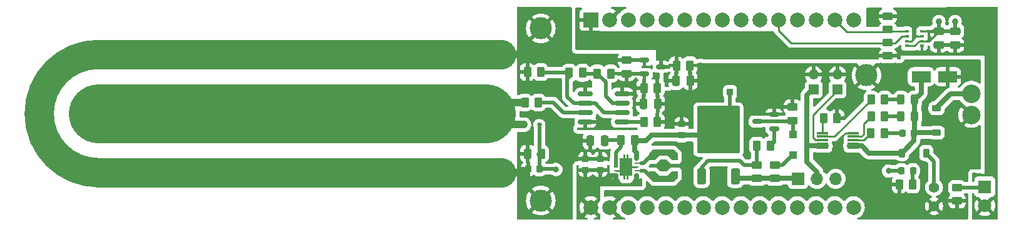
<source format=gbr>
%TF.GenerationSoftware,KiCad,Pcbnew,(7.0.0)*%
%TF.CreationDate,2023-04-17T14:45:16+03:00*%
%TF.ProjectId,sensor_system,73656e73-6f72-45f7-9379-7374656d2e6b,rev?*%
%TF.SameCoordinates,Original*%
%TF.FileFunction,Copper,L1,Top*%
%TF.FilePolarity,Positive*%
%FSLAX46Y46*%
G04 Gerber Fmt 4.6, Leading zero omitted, Abs format (unit mm)*
G04 Created by KiCad (PCBNEW (7.0.0)) date 2023-04-17 14:45:16*
%MOMM*%
%LPD*%
G01*
G04 APERTURE LIST*
G04 Aperture macros list*
%AMRoundRect*
0 Rectangle with rounded corners*
0 $1 Rounding radius*
0 $2 $3 $4 $5 $6 $7 $8 $9 X,Y pos of 4 corners*
0 Add a 4 corners polygon primitive as box body*
4,1,4,$2,$3,$4,$5,$6,$7,$8,$9,$2,$3,0*
0 Add four circle primitives for the rounded corners*
1,1,$1+$1,$2,$3*
1,1,$1+$1,$4,$5*
1,1,$1+$1,$6,$7*
1,1,$1+$1,$8,$9*
0 Add four rect primitives between the rounded corners*
20,1,$1+$1,$2,$3,$4,$5,0*
20,1,$1+$1,$4,$5,$6,$7,0*
20,1,$1+$1,$6,$7,$8,$9,0*
20,1,$1+$1,$8,$9,$2,$3,0*%
%AMFreePoly0*
4,1,21,-0.125000,1.200000,0.125000,1.200000,0.125000,1.700000,0.375000,1.700000,0.375000,1.200000,0.825000,1.200000,0.825000,-1.200000,0.375000,-1.200000,0.375000,-1.700000,0.125000,-1.700000,0.125000,-1.200000,-0.125000,-1.200000,-0.125000,-1.700000,-0.375000,-1.700000,-0.375000,-1.200000,-0.825000,-1.200000,-0.825000,1.200000,-0.375000,1.200000,-0.375000,1.700000,-0.125000,1.700000,
-0.125000,1.200000,-0.125000,1.200000,$1*%
%AMFreePoly1*
4,1,11,1.015000,1.170000,0.435000,0.575000,0.435000,-0.575000,1.015000,-1.170000,1.015000,-1.945000,0.125000,-1.945000,-0.435000,-1.395000,-0.435000,1.395000,0.125000,1.945000,1.015000,1.945000,1.015000,1.170000,1.015000,1.170000,$1*%
%AMFreePoly2*
4,1,11,0.435000,1.395000,0.435000,-1.395000,-0.125000,-1.945000,-1.015000,-1.945000,-1.015000,-1.170000,-0.435000,-0.575000,-0.435000,0.575000,-1.015000,1.170000,-1.015000,1.945000,-0.125000,1.945000,0.435000,1.395000,0.435000,1.395000,$1*%
G04 Aperture macros list end*
%TA.AperFunction,NonConductor*%
%ADD10C,4.000000*%
%TD*%
%TA.AperFunction,ComponentPad*%
%ADD11R,0.850000X0.850000*%
%TD*%
%TA.AperFunction,SMDPad,CuDef*%
%ADD12RoundRect,0.250000X0.262500X0.450000X-0.262500X0.450000X-0.262500X-0.450000X0.262500X-0.450000X0*%
%TD*%
%TA.AperFunction,SMDPad,CuDef*%
%ADD13RoundRect,0.250000X-0.450000X0.262500X-0.450000X-0.262500X0.450000X-0.262500X0.450000X0.262500X0*%
%TD*%
%TA.AperFunction,SMDPad,CuDef*%
%ADD14R,1.498600X0.304800*%
%TD*%
%TA.AperFunction,SMDPad,CuDef*%
%ADD15RoundRect,0.225000X0.375000X-0.225000X0.375000X0.225000X-0.375000X0.225000X-0.375000X-0.225000X0*%
%TD*%
%TA.AperFunction,SMDPad,CuDef*%
%ADD16RoundRect,0.250000X-0.262500X-0.450000X0.262500X-0.450000X0.262500X0.450000X-0.262500X0.450000X0*%
%TD*%
%TA.AperFunction,SMDPad,CuDef*%
%ADD17RoundRect,0.250000X0.475000X-0.250000X0.475000X0.250000X-0.475000X0.250000X-0.475000X-0.250000X0*%
%TD*%
%TA.AperFunction,SMDPad,CuDef*%
%ADD18RoundRect,0.225000X-0.225000X-0.375000X0.225000X-0.375000X0.225000X0.375000X-0.225000X0.375000X0*%
%TD*%
%TA.AperFunction,SMDPad,CuDef*%
%ADD19RoundRect,0.225000X0.250000X-0.225000X0.250000X0.225000X-0.250000X0.225000X-0.250000X-0.225000X0*%
%TD*%
%TA.AperFunction,ComponentPad*%
%ADD20C,3.000000*%
%TD*%
%TA.AperFunction,SMDPad,CuDef*%
%ADD21R,0.500000X0.350000*%
%TD*%
%TA.AperFunction,ComponentPad*%
%ADD22R,1.700000X1.700000*%
%TD*%
%TA.AperFunction,ComponentPad*%
%ADD23O,1.700000X1.700000*%
%TD*%
%TA.AperFunction,SMDPad,CuDef*%
%ADD24RoundRect,0.243750X-0.243750X-0.456250X0.243750X-0.456250X0.243750X0.456250X-0.243750X0.456250X0*%
%TD*%
%TA.AperFunction,SMDPad,CuDef*%
%ADD25RoundRect,0.250000X0.450000X-0.262500X0.450000X0.262500X-0.450000X0.262500X-0.450000X-0.262500X0*%
%TD*%
%TA.AperFunction,SMDPad,CuDef*%
%ADD26RoundRect,0.250000X0.250000X0.475000X-0.250000X0.475000X-0.250000X-0.475000X0.250000X-0.475000X0*%
%TD*%
%TA.AperFunction,ComponentPad*%
%ADD27R,1.350000X1.350000*%
%TD*%
%TA.AperFunction,ComponentPad*%
%ADD28O,1.350000X1.350000*%
%TD*%
%TA.AperFunction,ComponentPad*%
%ADD29C,1.400000*%
%TD*%
%TA.AperFunction,SMDPad,CuDef*%
%ADD30RoundRect,0.250000X-0.250000X-0.475000X0.250000X-0.475000X0.250000X0.475000X-0.250000X0.475000X0*%
%TD*%
%TA.AperFunction,SMDPad,CuDef*%
%ADD31R,0.600000X0.240000*%
%TD*%
%TA.AperFunction,ComponentPad*%
%ADD32C,0.500000*%
%TD*%
%TA.AperFunction,SMDPad,CuDef*%
%ADD33FreePoly0,180.000000*%
%TD*%
%TA.AperFunction,SMDPad,CuDef*%
%ADD34RoundRect,0.218750X-0.218750X-0.256250X0.218750X-0.256250X0.218750X0.256250X-0.218750X0.256250X0*%
%TD*%
%TA.AperFunction,SMDPad,CuDef*%
%ADD35FreePoly1,270.000000*%
%TD*%
%TA.AperFunction,SMDPad,CuDef*%
%ADD36FreePoly2,270.000000*%
%TD*%
%TA.AperFunction,SMDPad,CuDef*%
%ADD37RoundRect,0.250000X0.350000X-0.850000X0.350000X0.850000X-0.350000X0.850000X-0.350000X-0.850000X0*%
%TD*%
%TA.AperFunction,SMDPad,CuDef*%
%ADD38RoundRect,0.250000X1.125000X-1.275000X1.125000X1.275000X-1.125000X1.275000X-1.125000X-1.275000X0*%
%TD*%
%TA.AperFunction,SMDPad,CuDef*%
%ADD39RoundRect,0.249997X2.650003X-2.950003X2.650003X2.950003X-2.650003X2.950003X-2.650003X-2.950003X0*%
%TD*%
%TA.AperFunction,SMDPad,CuDef*%
%ADD40RoundRect,0.150000X-0.512500X-0.150000X0.512500X-0.150000X0.512500X0.150000X-0.512500X0.150000X0*%
%TD*%
%TA.AperFunction,SMDPad,CuDef*%
%ADD41RoundRect,0.225000X-0.225000X-0.250000X0.225000X-0.250000X0.225000X0.250000X-0.225000X0.250000X0*%
%TD*%
%TA.AperFunction,SMDPad,CuDef*%
%ADD42RoundRect,0.250000X0.300000X-0.300000X0.300000X0.300000X-0.300000X0.300000X-0.300000X-0.300000X0*%
%TD*%
%TA.AperFunction,ComponentPad*%
%ADD43R,1.800000X1.800000*%
%TD*%
%TA.AperFunction,ComponentPad*%
%ADD44C,1.800000*%
%TD*%
%TA.AperFunction,SMDPad,CuDef*%
%ADD45RoundRect,0.112500X0.187500X0.112500X-0.187500X0.112500X-0.187500X-0.112500X0.187500X-0.112500X0*%
%TD*%
%TA.AperFunction,SMDPad,CuDef*%
%ADD46RoundRect,0.250000X-1.050000X-0.550000X1.050000X-0.550000X1.050000X0.550000X-1.050000X0.550000X0*%
%TD*%
%TA.AperFunction,SMDPad,CuDef*%
%ADD47RoundRect,0.218750X0.218750X0.256250X-0.218750X0.256250X-0.218750X-0.256250X0.218750X-0.256250X0*%
%TD*%
%TA.AperFunction,SMDPad,CuDef*%
%ADD48RoundRect,0.150000X0.512500X0.150000X-0.512500X0.150000X-0.512500X-0.150000X0.512500X-0.150000X0*%
%TD*%
%TA.AperFunction,SMDPad,CuDef*%
%ADD49RoundRect,0.150000X-0.825000X-0.150000X0.825000X-0.150000X0.825000X0.150000X-0.825000X0.150000X0*%
%TD*%
%TA.AperFunction,ComponentPad*%
%ADD50R,2.000000X2.000000*%
%TD*%
%TA.AperFunction,ComponentPad*%
%ADD51C,2.000000*%
%TD*%
%TA.AperFunction,ComponentPad*%
%ADD52C,2.500000*%
%TD*%
%TA.AperFunction,ViaPad*%
%ADD53C,0.800000*%
%TD*%
%TA.AperFunction,Conductor*%
%ADD54C,0.500000*%
%TD*%
%TA.AperFunction,Conductor*%
%ADD55C,0.700000*%
%TD*%
%TA.AperFunction,Conductor*%
%ADD56C,0.250000*%
%TD*%
%TA.AperFunction,Conductor*%
%ADD57C,1.000000*%
%TD*%
%TA.AperFunction,Conductor*%
%ADD58C,4.000000*%
%TD*%
%TA.AperFunction,Conductor*%
%ADD59C,8.000000*%
%TD*%
%TA.AperFunction,Conductor*%
%ADD60C,0.200000*%
%TD*%
G04 APERTURE END LIST*
D10*
X38000000Y-30325000D02*
G75*
G03*
X38000000Y-46325000I0J-8000000D01*
G01*
D11*
%TO.P,TP1,1,1*%
%TO.N,Net-(D10-A)*%
X123449999Y-35399999D03*
%TD*%
D12*
%TO.P,R3,1*%
%TO.N,3V*%
X107312500Y-32900000D03*
%TO.P,R3,2*%
%TO.N,Net-(U1-DIS)*%
X105487500Y-32900000D03*
%TD*%
D13*
%TO.P,R17,1*%
%TO.N,SDA*%
X144800000Y-28687500D03*
%TO.P,R17,2*%
%TO.N,3V3*%
X144800000Y-30512500D03*
%TD*%
D14*
%TO.P,U3,1,VDD*%
%TO.N,Net-(D3-K)*%
X140107399Y-42940599D03*
%TO.P,U3,2,VDD*%
X140107399Y-42457999D03*
%TO.P,U3,3,STAT1*%
%TO.N,Net-(U3-STAT1)*%
X140107399Y-41949999D03*
%TO.P,U3,4,STAT2*%
%TO.N,Net-(U3-STAT2)*%
X140107399Y-41441999D03*
%TO.P,U3,5,VSS*%
%TO.N,Earth*%
X140107399Y-40959399D03*
%TO.P,U3,6,PROG*%
%TO.N,Net-(U3-PROG)*%
X135992599Y-40959399D03*
%TO.P,U3,7,PG*%
%TO.N,Net-(U3-PG)*%
X135992599Y-41441999D03*
%TO.P,U3,8,THERM*%
%TO.N,Net-(U3-THERM)*%
X135992599Y-41949999D03*
%TO.P,U3,9,Vbat*%
%TO.N,Net-(BT1-+)*%
X135992599Y-42457999D03*
%TO.P,U3,10,Vbat*%
X135992599Y-42940599D03*
%TD*%
D15*
%TO.P,D3,1,K*%
%TO.N,Net-(D3-K)*%
X151400000Y-40900000D03*
%TO.P,D3,2,A*%
%TO.N,Net-(D3-A)*%
X151400000Y-37600000D03*
%TD*%
D16*
%TO.P,C7,1*%
%TO.N,Net-(U1-CV)*%
X111787500Y-39450000D03*
%TO.P,C7,2*%
%TO.N,Earth*%
X113612500Y-39450000D03*
%TD*%
D17*
%TO.P,C11,1*%
%TO.N,3V3*%
X151700000Y-29050000D03*
%TO.P,C11,2*%
%TO.N,Earth*%
X151700000Y-27150000D03*
%TD*%
D12*
%TO.P,R5,1*%
%TO.N,Net-(D5-K)*%
X144362500Y-36450000D03*
%TO.P,R5,2*%
%TO.N,Net-(U3-PG)*%
X142537500Y-36450000D03*
%TD*%
D18*
%TO.P,D4,1,K*%
%TO.N,Net-(D3-K)*%
X146700000Y-43650000D03*
%TO.P,D4,2,A*%
%TO.N,Net-(D4-A)*%
X150000000Y-43650000D03*
%TD*%
D19*
%TO.P,C13,1*%
%TO.N,Net-(D10-A)*%
X116900000Y-41275000D03*
%TO.P,C13,2*%
%TO.N,Earth*%
X116900000Y-39725000D03*
%TD*%
D16*
%TO.P,R12,1*%
%TO.N,Net-(Q2-B)*%
X127087500Y-42650000D03*
%TO.P,R12,2*%
%TO.N,Net-(Q1-C)*%
X128912500Y-42650000D03*
%TD*%
D20*
%TO.P,,*%
%TO.N,Earth*%
X97850000Y-50100000D03*
%TD*%
D19*
%TO.P,C15,1*%
%TO.N,/power_supply/5V*%
X105900000Y-45975000D03*
%TO.P,C15,2*%
%TO.N,Earth*%
X105900000Y-44425000D03*
%TD*%
D21*
%TO.P,U4,1,GND*%
%TO.N,Earth*%
X147349999Y-29149999D03*
%TO.P,U4,2,CSB*%
%TO.N,3V3*%
X147349999Y-28499999D03*
%TO.P,U4,3,SDI*%
%TO.N,SDA*%
X147349999Y-27849999D03*
%TO.P,U4,4,SCK*%
%TO.N,SCL*%
X147349999Y-27199999D03*
%TO.P,U4,5,SDO*%
%TO.N,Earth*%
X149399999Y-27199999D03*
%TO.P,U4,6,VDDIO*%
%TO.N,3V3*%
X149399999Y-27849999D03*
%TO.P,U4,7,GND*%
%TO.N,Earth*%
X149399999Y-28499999D03*
%TO.P,U4,8,VDD*%
%TO.N,3V3*%
X149399999Y-29149999D03*
%TD*%
D16*
%TO.P,R2,1*%
%TO.N,Net-(D1-A)*%
X95700000Y-36825000D03*
%TO.P,R2,2*%
%TO.N,Net-(U1-Q)*%
X97525000Y-36825000D03*
%TD*%
D22*
%TO.P,SW1,1,A*%
%TO.N,Net-(Q2-E)*%
X132659999Y-47149999D03*
D23*
%TO.P,SW1,2,B*%
%TO.N,Net-(BT1-+)*%
X135199999Y-47149999D03*
%TO.P,SW1,3,C*%
%TO.N,unconnected-(SW1A-C-Pad3)*%
X137739999Y-47149999D03*
%TD*%
D24*
%TO.P,D6,1,K*%
%TO.N,Net-(D6-K)*%
X146562500Y-38700000D03*
%TO.P,D6,2,A*%
%TO.N,Net-(D3-K)*%
X148437500Y-38700000D03*
%TD*%
D25*
%TO.P,R9,1*%
%TO.N,Net-(Q2-E)*%
X129550000Y-47112500D03*
%TO.P,R9,2*%
%TO.N,Net-(D8-K)*%
X129550000Y-45287500D03*
%TD*%
D12*
%TO.P,R7,1*%
%TO.N,Net-(D7-K)*%
X144312500Y-41000000D03*
%TO.P,R7,2*%
%TO.N,Net-(U3-STAT1)*%
X142487500Y-41000000D03*
%TD*%
D26*
%TO.P,C10,1*%
%TO.N,Net-(U7-EN)*%
X106450000Y-42000000D03*
%TO.P,C10,2*%
%TO.N,Earth*%
X104550000Y-42000000D03*
%TD*%
D27*
%TO.P,TH1,1*%
%TO.N,Net-(U3-THERM)*%
X137999999Y-35049999D03*
D28*
%TO.P,TH1,2*%
%TO.N,Earth*%
X137999999Y-33049999D03*
%TD*%
D13*
%TO.P,R13,1*%
%TO.N,Net-(D9-K)*%
X154150000Y-48337500D03*
%TO.P,R13,2*%
%TO.N,Earth*%
X154150000Y-50162500D03*
%TD*%
D16*
%TO.P,C6,1*%
%TO.N,3V3*%
X116187500Y-31800000D03*
%TO.P,C6,2*%
%TO.N,Earth*%
X118012500Y-31800000D03*
%TD*%
D13*
%TO.P,C4,1*%
%TO.N,Earth*%
X109450000Y-31087500D03*
%TO.P,C4,2*%
%TO.N,3V*%
X109450000Y-32912500D03*
%TD*%
D29*
%TO.P,J2,1,Pin_1*%
%TO.N,Earth*%
X151050000Y-50850000D03*
%TO.P,J2,2,Pin_2*%
%TO.N,Net-(D4-A)*%
X151050000Y-48310000D03*
%TD*%
D30*
%TO.P,C2,1*%
%TO.N,3V*%
X111750000Y-37000000D03*
%TO.P,C2,2*%
%TO.N,Earth*%
X113650000Y-37000000D03*
%TD*%
D12*
%TO.P,R6,1*%
%TO.N,Net-(D6-K)*%
X144362500Y-38700000D03*
%TO.P,R6,2*%
%TO.N,Net-(U3-STAT2)*%
X142537500Y-38700000D03*
%TD*%
D16*
%TO.P,R14,1*%
%TO.N,Earth*%
X146337500Y-47950000D03*
%TO.P,R14,2*%
%TO.N,Net-(D10-K)*%
X148162500Y-47950000D03*
%TD*%
D20*
%TO.P,,*%
%TO.N,Earth*%
X97850000Y-26800000D03*
%TD*%
D25*
%TO.P,R11,1*%
%TO.N,Net-(D8-A)*%
X131900000Y-39262500D03*
%TO.P,R11,2*%
%TO.N,Earth*%
X131900000Y-37437500D03*
%TD*%
D19*
%TO.P,C14,1*%
%TO.N,/power_supply/5V*%
X103900000Y-45975000D03*
%TO.P,C14,2*%
%TO.N,Earth*%
X103900000Y-44425000D03*
%TD*%
D31*
%TO.P,U7,1,VOUT*%
%TO.N,/power_supply/5V*%
X110799999Y-46549999D03*
%TO.P,U7,2,L2*%
%TO.N,Net-(U7-L2)*%
X110799999Y-46049999D03*
%TO.P,U7,3,PGND*%
%TO.N,Earth*%
X110799999Y-45549999D03*
%TO.P,U7,4,L1*%
%TO.N,Net-(U7-L1)*%
X110799999Y-45049999D03*
%TO.P,U7,5,VIN*%
%TO.N,Net-(D10-A)*%
X110799999Y-44549999D03*
%TO.P,U7,6,EN*%
%TO.N,Net-(U7-EN)*%
X107999999Y-44549999D03*
%TO.P,U7,7,PS/SYNC*%
X107999999Y-45049999D03*
%TO.P,U7,8,VINA*%
X107999999Y-45549999D03*
%TO.P,U7,9,GND*%
%TO.N,Earth*%
X107999999Y-46049999D03*
%TO.P,U7,10,FB*%
%TO.N,/power_supply/5V*%
X107999999Y-46549999D03*
D32*
%TO.P,U7,11,PGND*%
%TO.N,Earth*%
X109975000Y-45550000D03*
X109400000Y-46500000D03*
D33*
X109400000Y-45550000D03*
D32*
X109400000Y-44600000D03*
X108825000Y-45550000D03*
%TD*%
D34*
%TO.P,D7,1,K*%
%TO.N,Net-(D7-K)*%
X146762500Y-41000000D03*
%TO.P,D7,2,A*%
%TO.N,Net-(D3-K)*%
X148337500Y-41000000D03*
%TD*%
D35*
%TO.P,L2,1,1*%
%TO.N,Net-(U7-L1)*%
X114450000Y-43600000D03*
D36*
%TO.P,L2,2,2*%
%TO.N,Net-(U7-L2)*%
X114450000Y-47130000D03*
%TD*%
D17*
%TO.P,C12,1*%
%TO.N,3V3*%
X153900000Y-29050000D03*
%TO.P,C12,2*%
%TO.N,Earth*%
X153900000Y-27150000D03*
%TD*%
D37*
%TO.P,Q2,1,B*%
%TO.N,Net-(Q2-B)*%
X119590000Y-46800000D03*
D38*
%TO.P,Q2,2,C*%
%TO.N,Net-(D10-A)*%
X120345000Y-42175000D03*
X123395000Y-42175000D03*
D39*
X121870000Y-40500000D03*
D38*
X120345000Y-38825000D03*
X123395000Y-38825000D03*
D37*
%TO.P,Q2,3,E*%
%TO.N,Net-(Q2-E)*%
X124150000Y-46800000D03*
%TD*%
D40*
%TO.P,U2,1,GND*%
%TO.N,Earth*%
X111862500Y-31050000D03*
%TO.P,U2,2,VO*%
%TO.N,3V*%
X111862500Y-32950000D03*
%TO.P,U2,3,VI*%
%TO.N,3V3*%
X114137500Y-32000000D03*
%TD*%
D16*
%TO.P,R4,1*%
%TO.N,Net-(U1-THR)*%
X101687500Y-32800000D03*
%TO.P,R4,2*%
%TO.N,Net-(U1-DIS)*%
X103512500Y-32800000D03*
%TD*%
D24*
%TO.P,D5,1,K*%
%TO.N,Net-(D5-K)*%
X146562500Y-36450000D03*
%TO.P,D5,2,A*%
%TO.N,Net-(D3-K)*%
X148437500Y-36450000D03*
%TD*%
D25*
%TO.P,R15,1*%
%TO.N,SCL*%
X144800000Y-26962500D03*
%TO.P,R15,2*%
%TO.N,3V3*%
X144800000Y-25137500D03*
%TD*%
D41*
%TO.P,C3,1*%
%TO.N,Earth*%
X96125000Y-45825000D03*
%TO.P,C3,2*%
%TO.N,Soil*%
X97675000Y-45825000D03*
%TD*%
D42*
%TO.P,D8,1,K*%
%TO.N,Net-(D8-K)*%
X131950000Y-43950000D03*
%TO.P,D8,2,A*%
%TO.N,Net-(D8-A)*%
X131950000Y-41150000D03*
%TD*%
D20*
%TO.P,,*%
%TO.N,Earth*%
X141900000Y-33150000D03*
%TD*%
D43*
%TO.P,D9,1,K*%
%TO.N,Net-(D9-K)*%
X157899999Y-48229999D03*
D44*
%TO.P,D9,2,A*%
%TO.N,3V3*%
X157900000Y-50770000D03*
%TD*%
D16*
%TO.P,R1,1*%
%TO.N,Earth*%
X96087500Y-43750000D03*
%TO.P,R1,2*%
%TO.N,Soil*%
X97912500Y-43750000D03*
%TD*%
D45*
%TO.P,D1,1,K*%
%TO.N,Soil*%
X97662500Y-39825000D03*
%TO.P,D1,2,A*%
%TO.N,Net-(D1-A)*%
X95562500Y-39825000D03*
%TD*%
D12*
%TO.P,R8,1*%
%TO.N,Earth*%
X137912500Y-38950000D03*
%TO.P,R8,2*%
%TO.N,Net-(U3-PROG)*%
X136087500Y-38950000D03*
%TD*%
D46*
%TO.P,C9,1*%
%TO.N,Net-(D3-K)*%
X149300000Y-33350000D03*
%TO.P,C9,2*%
%TO.N,Earth*%
X152900000Y-33350000D03*
%TD*%
D12*
%TO.P,R16,1*%
%TO.N,Net-(D10-A)*%
X110550000Y-41950000D03*
%TO.P,R16,2*%
%TO.N,Net-(U7-EN)*%
X108725000Y-41950000D03*
%TD*%
D27*
%TO.P,BT1,1,+*%
%TO.N,Net-(BT1-+)*%
X134749999Y-35049999D03*
D28*
%TO.P,BT1,2,-*%
%TO.N,Earth*%
X134749999Y-33049999D03*
%TD*%
D47*
%TO.P,D10,1,K*%
%TO.N,Net-(D10-K)*%
X148187500Y-46050000D03*
%TO.P,D10,2,A*%
%TO.N,Net-(D10-A)*%
X146612500Y-46050000D03*
%TD*%
D30*
%TO.P,C8,1*%
%TO.N,3V3*%
X116150000Y-33900000D03*
%TO.P,C8,2*%
%TO.N,Earth*%
X118050000Y-33900000D03*
%TD*%
D16*
%TO.P,C5,1*%
%TO.N,Earth*%
X96037500Y-32700000D03*
%TO.P,C5,2*%
%TO.N,Net-(U1-THR)*%
X97862500Y-32700000D03*
%TD*%
D48*
%TO.P,Q1,1,C*%
%TO.N,Net-(Q1-C)*%
X129400000Y-40350000D03*
%TO.P,Q1,2,E*%
%TO.N,Earth*%
X129400000Y-38450000D03*
%TO.P,Q1,3,B*%
%TO.N,Net-(D8-A)*%
X127125000Y-39400000D03*
%TD*%
D25*
%TO.P,R10,1*%
%TO.N,Net-(Q2-E)*%
X127100000Y-47112500D03*
%TO.P,R10,2*%
%TO.N,Net-(Q2-B)*%
X127100000Y-45287500D03*
%TD*%
D16*
%TO.P,C1,1*%
%TO.N,3V*%
X111787500Y-34850000D03*
%TO.P,C1,2*%
%TO.N,Earth*%
X113612500Y-34850000D03*
%TD*%
D49*
%TO.P,U1,1,GND*%
%TO.N,Earth*%
X103900000Y-35640000D03*
%TO.P,U1,2,TR*%
%TO.N,Net-(U1-THR)*%
X103900000Y-36910000D03*
%TO.P,U1,3,Q*%
%TO.N,Net-(U1-Q)*%
X103900000Y-38180000D03*
%TO.P,U1,4,R*%
%TO.N,3V*%
X103900000Y-39450000D03*
%TO.P,U1,5,CV*%
%TO.N,Net-(U1-CV)*%
X108850000Y-39450000D03*
%TO.P,U1,6,THR*%
%TO.N,Net-(U1-THR)*%
X108850000Y-38180000D03*
%TO.P,U1,7,DIS*%
%TO.N,Net-(U1-DIS)*%
X108850000Y-36910000D03*
%TO.P,U1,8,VCC*%
%TO.N,3V*%
X108850000Y-35640000D03*
%TD*%
D50*
%TO.P,U5,1,3V3*%
%TO.N,3V3*%
X104609999Y-25629999D03*
D51*
%TO.P,U5,2,GND*%
%TO.N,Earth*%
X107150000Y-25630000D03*
%TO.P,U5,3,D15*%
%TO.N,unconnected-(U5-D15-Pad3)*%
X109690000Y-25630000D03*
%TO.P,U5,4,D2*%
%TO.N,unconnected-(U5-D2-Pad4)*%
X112230000Y-25630000D03*
%TO.P,U5,5,D4*%
%TO.N,unconnected-(U5-D4-Pad5)*%
X114770000Y-25630000D03*
%TO.P,U5,6,RX2*%
%TO.N,unconnected-(U5-RX2-Pad6)*%
X117310000Y-25630000D03*
%TO.P,U5,7,TX2*%
%TO.N,unconnected-(U5-TX2-Pad7)*%
X119850000Y-25630000D03*
%TO.P,U5,8,D5*%
%TO.N,unconnected-(U5-D5-Pad8)*%
X122390000Y-25630000D03*
%TO.P,U5,9,D18*%
%TO.N,unconnected-(U5-D18-Pad9)*%
X124930000Y-25630000D03*
%TO.P,U5,10,D19*%
%TO.N,unconnected-(U5-D19-Pad10)*%
X127470000Y-25630000D03*
%TO.P,U5,11,D21*%
%TO.N,SDA*%
X130010000Y-25630000D03*
%TO.P,U5,12,RX0*%
%TO.N,unconnected-(U5-RX0-Pad12)*%
X132550000Y-25630000D03*
%TO.P,U5,13,TX0*%
%TO.N,unconnected-(U5-TX0-Pad13)*%
X135090000Y-25630000D03*
%TO.P,U5,14,D22*%
%TO.N,SCL*%
X137630000Y-25630000D03*
%TO.P,U5,15,D23*%
%TO.N,unconnected-(U5-D23-Pad15)*%
X140170000Y-25630000D03*
%TO.P,U5,16,EN*%
%TO.N,unconnected-(U5-EN-Pad16)*%
X140170000Y-51030000D03*
%TO.P,U5,17,VP*%
%TO.N,unconnected-(U5-VP-Pad17)*%
X137630000Y-51030000D03*
%TO.P,U5,18,VN*%
%TO.N,unconnected-(U5-VN-Pad18)*%
X135090000Y-51030000D03*
%TO.P,U5,19,D34*%
%TO.N,Net-(D9-K)*%
X132550000Y-51030000D03*
%TO.P,U5,20,D35*%
%TO.N,unconnected-(U5-D35-Pad20)*%
X130010000Y-51030000D03*
%TO.P,U5,21,D32*%
%TO.N,unconnected-(U5-D32-Pad21)*%
X127470000Y-51030000D03*
%TO.P,U5,22,D33*%
%TO.N,unconnected-(U5-D33-Pad22)*%
X124930000Y-51030000D03*
%TO.P,U5,23,D25*%
%TO.N,unconnected-(U5-D25-Pad23)*%
X122390000Y-51030000D03*
%TO.P,U5,24,D26*%
%TO.N,unconnected-(U5-D26-Pad24)*%
X119850000Y-51030000D03*
%TO.P,U5,25,D27*%
%TO.N,unconnected-(U5-D27-Pad25)*%
X117310000Y-51030000D03*
%TO.P,U5,26,D14*%
%TO.N,unconnected-(U5-D14-Pad26)*%
X114770000Y-51030000D03*
%TO.P,U5,27,D12*%
%TO.N,unconnected-(U5-D12-Pad27)*%
X112230000Y-51030000D03*
%TO.P,U5,28,D13*%
%TO.N,Soil*%
X109690000Y-51030000D03*
%TO.P,U5,29,GND*%
%TO.N,Earth*%
X107150000Y-51030000D03*
%TO.P,U5,30,VIN*%
%TO.N,/power_supply/5V*%
X104610000Y-51030000D03*
%TD*%
D52*
%TO.P,J1,1,Pin_1*%
%TO.N,Earth*%
X156100000Y-38490000D03*
%TO.P,J1,2,Pin_2*%
%TO.N,Net-(D3-A)*%
X156100000Y-35650000D03*
%TD*%
D53*
%TO.N,3V*%
X108850000Y-34350000D03*
X106350000Y-39550000D03*
%TO.N,Earth*%
X103100000Y-42000000D03*
X124250000Y-48900000D03*
X129550000Y-48800000D03*
X99900000Y-44500000D03*
X107900000Y-31100000D03*
X119500000Y-33900000D03*
X126950000Y-48900000D03*
X116900000Y-38350000D03*
X153900000Y-25850000D03*
X115150000Y-36950000D03*
X103850000Y-34350000D03*
X144900000Y-47750000D03*
X119450000Y-31800000D03*
X96000000Y-34250000D03*
X151700000Y-25850000D03*
X155000000Y-33350000D03*
X102500000Y-44400000D03*
%TO.N,Soil*%
X99900000Y-45900000D03*
%TO.N,Net-(D10-A)*%
X122100000Y-40800000D03*
X144900000Y-46100000D03*
%TD*%
D54*
%TO.N,Net-(D10-A)*%
X123450000Y-35400000D02*
X123450000Y-38770000D01*
X123450000Y-38770000D02*
X123395000Y-38825000D01*
D55*
%TO.N,Net-(BT1-+)*%
X135200000Y-46200000D02*
X133850000Y-44850000D01*
X133850000Y-44850000D02*
X133850000Y-35800000D01*
X133850000Y-35800000D02*
X134750000Y-34900000D01*
X135200000Y-47150000D02*
X135200000Y-46200000D01*
D54*
X133850000Y-42700000D02*
X134750000Y-42700000D01*
X133850000Y-35800000D02*
X133850000Y-42700000D01*
X133850000Y-44850000D02*
X133850000Y-42700000D01*
X135845000Y-42700000D02*
X135992600Y-42552400D01*
X134750000Y-42700000D02*
X135845000Y-42700000D01*
X134750000Y-42700000D02*
X136500000Y-42700000D01*
D55*
X133850000Y-42700000D02*
X136500000Y-42700000D01*
D56*
%TO.N,Earth*%
X149450000Y-27150000D02*
X149400000Y-27200000D01*
D57*
X95575000Y-30325000D02*
X95600000Y-30300000D01*
D56*
X149050000Y-28500000D02*
X149400000Y-28500000D01*
D57*
X92500000Y-30325000D02*
X95575000Y-30325000D01*
X92500000Y-46325000D02*
X95675000Y-46325000D01*
D56*
X108000000Y-46050000D02*
X108900000Y-46050000D01*
X151700000Y-27150000D02*
X149450000Y-27150000D01*
D57*
X95675000Y-46325000D02*
X95700000Y-46350000D01*
D56*
X149400000Y-28500000D02*
X150350000Y-28500000D01*
X148400000Y-29150000D02*
X149050000Y-28500000D01*
D58*
X38000000Y-30325000D02*
X92500000Y-30325000D01*
D56*
X150350000Y-28500000D02*
X151700000Y-27150000D01*
D58*
X38000000Y-46325000D02*
X92500000Y-46325000D01*
D56*
X110800000Y-45550000D02*
X109975000Y-45550000D01*
X139090600Y-40959400D02*
X138700000Y-41350000D01*
X147350000Y-29150000D02*
X148400000Y-29150000D01*
X140107400Y-40959400D02*
X139090600Y-40959400D01*
D54*
%TO.N,Soil*%
X97525000Y-43825000D02*
X97650000Y-43950000D01*
X97650000Y-43950000D02*
X97650000Y-45800000D01*
X97662500Y-43687500D02*
X97525000Y-43825000D01*
X99900000Y-45900000D02*
X99950000Y-45900000D01*
X99900000Y-45850000D02*
X99900000Y-45850000D01*
X97650000Y-45850000D02*
X99900000Y-45850000D01*
X97625000Y-45825000D02*
X97650000Y-45850000D01*
X97650000Y-45800000D02*
X97625000Y-45825000D01*
X97662500Y-39825000D02*
X97662500Y-43687500D01*
X99900000Y-45850000D02*
X99900000Y-45900000D01*
%TO.N,Net-(U1-THR)*%
X102310000Y-36910000D02*
X101450000Y-36050000D01*
X108850000Y-38180000D02*
X106430000Y-38180000D01*
X101687500Y-32800000D02*
X101687500Y-33437500D01*
X105200000Y-36950000D02*
X105000000Y-36950000D01*
X106430000Y-38180000D02*
X105200000Y-36950000D01*
X101720000Y-33232500D02*
X101662500Y-33175000D01*
X103940000Y-36950000D02*
X103900000Y-36910000D01*
X101450000Y-36050000D02*
X101450000Y-33037500D01*
X101450000Y-33037500D02*
X101687500Y-32800000D01*
X101662500Y-32750000D02*
X101762500Y-32850000D01*
X101662500Y-33175000D02*
X101662500Y-32750000D01*
X97662500Y-32700000D02*
X97862500Y-32700000D01*
X103900000Y-36910000D02*
X102310000Y-36910000D01*
X97962500Y-32800000D02*
X101687500Y-32800000D01*
X97862500Y-32700000D02*
X97962500Y-32800000D01*
X105000000Y-36950000D02*
X103940000Y-36950000D01*
D55*
%TO.N,/power_supply/5V*%
X110800000Y-47200000D02*
X110800000Y-46750000D01*
X108000000Y-47250000D02*
X108000000Y-46750000D01*
X108000000Y-46750000D02*
X107250000Y-46750000D01*
D54*
%TO.N,Net-(U1-CV)*%
X111787500Y-39450000D02*
X108850000Y-39450000D01*
D55*
%TO.N,Net-(D3-K)*%
X148437500Y-36450000D02*
X148437500Y-40900000D01*
D54*
X148437500Y-41862500D02*
X148437500Y-36450000D01*
D55*
X148337500Y-41000000D02*
X148337500Y-42012500D01*
X148437500Y-40900000D02*
X148337500Y-41000000D01*
D54*
X146750000Y-43550000D02*
X146550000Y-43750000D01*
X146750000Y-43550000D02*
X148437500Y-41862500D01*
D55*
X146700000Y-43650000D02*
X142200000Y-43650000D01*
D54*
X149450000Y-33350000D02*
X149450000Y-35437500D01*
D55*
X142200000Y-43650000D02*
X141250000Y-42700000D01*
D54*
X149450000Y-35437500D02*
X148437500Y-36450000D01*
X148337500Y-41000000D02*
X151050000Y-41000000D01*
X151050000Y-41000000D02*
X151100000Y-40950000D01*
D55*
X149300000Y-33350000D02*
X149300000Y-35587500D01*
D54*
X146800000Y-43600000D02*
X146750000Y-43550000D01*
D55*
X151400000Y-40900000D02*
X148437500Y-40900000D01*
X148337500Y-42012500D02*
X146700000Y-43650000D01*
X149300000Y-35587500D02*
X148437500Y-36450000D01*
X141250000Y-42700000D02*
X139600000Y-42700000D01*
D54*
%TO.N,Net-(U7-EN)*%
X107987500Y-43600000D02*
X107987500Y-45400000D01*
X106487500Y-41950000D02*
X108725000Y-41950000D01*
X108725000Y-42862500D02*
X107987500Y-43600000D01*
X108725000Y-41950000D02*
X108725000Y-42862500D01*
D55*
%TO.N,Net-(D10-A)*%
X110837500Y-43600000D02*
X110837500Y-44380000D01*
X112100000Y-42000000D02*
X110600000Y-42000000D01*
X116900000Y-41275000D02*
X112825000Y-41275000D01*
D54*
X144950000Y-46050000D02*
X145300000Y-46050000D01*
X121625000Y-41275000D02*
X122100000Y-40800000D01*
D55*
X119445000Y-41275000D02*
X120345000Y-42175000D01*
X110550000Y-41950000D02*
X110587500Y-41987500D01*
D54*
X144900000Y-46100000D02*
X144950000Y-46050000D01*
D55*
X112825000Y-41275000D02*
X112100000Y-42000000D01*
D54*
X110837500Y-43600000D02*
X110837500Y-44400000D01*
X110587500Y-43350000D02*
X110837500Y-43600000D01*
X146612500Y-46050000D02*
X144950000Y-46050000D01*
X116900000Y-41275000D02*
X121625000Y-41275000D01*
D55*
X116900000Y-41275000D02*
X119445000Y-41275000D01*
X110587500Y-41987500D02*
X110587500Y-43350000D01*
X110600000Y-42000000D02*
X110550000Y-41950000D01*
D57*
%TO.N,Net-(D1-A)*%
X95700000Y-36825000D02*
X92000000Y-36825000D01*
D54*
X95562500Y-36962500D02*
X95700000Y-36825000D01*
D55*
X91375000Y-39825000D02*
X89900000Y-38350000D01*
D57*
X95562500Y-39825000D02*
X92000000Y-39825000D01*
X92000000Y-39825000D02*
X90500000Y-38325000D01*
D55*
X91425000Y-36825000D02*
X89900000Y-38350000D01*
D59*
X38000000Y-38325000D02*
X90500000Y-38325000D01*
D57*
X92000000Y-36825000D02*
X90500000Y-38325000D01*
D54*
%TO.N,Net-(D4-A)*%
X151050000Y-48310000D02*
X151050000Y-44800000D01*
X151050000Y-44800000D02*
X150000000Y-43750000D01*
%TO.N,Net-(D5-K)*%
X146562500Y-36450000D02*
X144362500Y-36450000D01*
%TO.N,Net-(D6-K)*%
X146562500Y-38700000D02*
X144362500Y-38700000D01*
%TO.N,Net-(D7-K)*%
X146762500Y-41000000D02*
X144312500Y-41000000D01*
%TO.N,Net-(D8-K)*%
X129550000Y-45287500D02*
X130512500Y-45287500D01*
X130512500Y-45287500D02*
X131950000Y-43850000D01*
%TO.N,Net-(D8-A)*%
X131512500Y-39400000D02*
X127125000Y-39400000D01*
X131650000Y-39262500D02*
X131512500Y-39400000D01*
X131950000Y-39312500D02*
X131900000Y-39262500D01*
X131900000Y-39262500D02*
X131650000Y-39262500D01*
X131950000Y-41050000D02*
X131950000Y-39312500D01*
%TO.N,3V3*%
X153350000Y-29100000D02*
X153300000Y-29050000D01*
D56*
X149400000Y-27850000D02*
X148700000Y-27850000D01*
X148000000Y-28500000D02*
X148300000Y-28200000D01*
X147350000Y-28500000D02*
X148000000Y-28500000D01*
D54*
%TO.N,Net-(U7-L1)*%
X111750000Y-45050000D02*
X113200000Y-43600000D01*
X111437500Y-45050000D02*
X111750000Y-45050000D01*
D60*
X111437500Y-45050000D02*
X110800000Y-45050000D01*
D54*
X113200000Y-43600000D02*
X114450000Y-43600000D01*
D60*
%TO.N,Net-(U7-L2)*%
X110800000Y-46050000D02*
X111437500Y-46050000D01*
D54*
X111900000Y-46050000D02*
X111437500Y-46050000D01*
X114450000Y-47130000D02*
X112980000Y-47130000D01*
X112980000Y-47130000D02*
X111900000Y-46050000D01*
%TO.N,Net-(Q1-C)*%
X129400000Y-40350000D02*
X129400000Y-42162500D01*
X129400000Y-42162500D02*
X128912500Y-42650000D01*
%TO.N,Net-(Q2-B)*%
X124750000Y-44700000D02*
X120500000Y-44700000D01*
X119590000Y-45610000D02*
X119590000Y-46800000D01*
X125350000Y-45300000D02*
X124750000Y-44700000D01*
X127087500Y-42650000D02*
X127087500Y-45275000D01*
X127087500Y-45300000D02*
X125350000Y-45300000D01*
X127100000Y-45287500D02*
X127087500Y-45300000D01*
X120500000Y-44700000D02*
X119590000Y-45610000D01*
X127087500Y-45275000D02*
X127100000Y-45287500D01*
%TO.N,Net-(Q2-E)*%
X132535000Y-47025000D02*
X132660000Y-47150000D01*
D55*
X124462500Y-47112500D02*
X127100000Y-47112500D01*
X124150000Y-46800000D02*
X124462500Y-47112500D01*
X132622500Y-47112500D02*
X127100000Y-47112500D01*
D54*
X124850000Y-47025000D02*
X132535000Y-47025000D01*
D55*
X132660000Y-47150000D02*
X132622500Y-47112500D01*
D54*
%TO.N,Net-(U1-Q)*%
X103900000Y-38180000D02*
X100930000Y-38180000D01*
X97550000Y-36800000D02*
X97525000Y-36825000D01*
X100930000Y-38180000D02*
X99550000Y-36800000D01*
X99550000Y-36800000D02*
X97550000Y-36800000D01*
%TO.N,Net-(U1-DIS)*%
X107560000Y-36910000D02*
X106650000Y-36000000D01*
X106650000Y-34062500D02*
X105487500Y-32900000D01*
X105487500Y-32900000D02*
X103612500Y-32900000D01*
X108850000Y-36910000D02*
X107560000Y-36910000D01*
X106650000Y-36000000D02*
X106650000Y-34062500D01*
X103612500Y-32900000D02*
X103512500Y-32800000D01*
X108850000Y-36910000D02*
X107510000Y-36910000D01*
D56*
%TO.N,Net-(U3-PG)*%
X137558000Y-41442000D02*
X135992600Y-41442000D01*
X142537500Y-36462500D02*
X137558000Y-41442000D01*
X142537500Y-36450000D02*
X142537500Y-36462500D01*
D60*
X142537500Y-36450000D02*
X142500000Y-36450000D01*
D56*
%TO.N,Net-(U3-STAT2)*%
X141208000Y-41442000D02*
X141500000Y-41150000D01*
X141500000Y-39737500D02*
X142537500Y-38700000D01*
X140107400Y-41442000D02*
X141208000Y-41442000D01*
X141500000Y-41150000D02*
X141500000Y-39737500D01*
%TO.N,Net-(U3-STAT1)*%
X141537500Y-41950000D02*
X142487500Y-41000000D01*
X140107400Y-41950000D02*
X141537500Y-41950000D01*
%TO.N,Net-(U3-PROG)*%
X135992600Y-40959400D02*
X135992600Y-39044900D01*
X135992600Y-39044900D02*
X136087500Y-38950000D01*
%TO.N,Net-(U3-THERM)*%
X138250000Y-34900000D02*
X134650000Y-38500000D01*
X134650000Y-41550000D02*
X135050000Y-41950000D01*
X135050000Y-41950000D02*
X135992600Y-41950000D01*
X134650000Y-38500000D02*
X134650000Y-41550000D01*
%TO.N,SCL*%
X139250000Y-27250000D02*
X137630000Y-25630000D01*
X144800000Y-26962500D02*
X144512500Y-27250000D01*
X147350000Y-27200000D02*
X145037500Y-27200000D01*
X145037500Y-27200000D02*
X144800000Y-26962500D01*
X144512500Y-27250000D02*
X139250000Y-27250000D01*
%TO.N,SDA*%
X146700000Y-27850000D02*
X145750000Y-28800000D01*
X147350000Y-27850000D02*
X146700000Y-27850000D01*
X131750000Y-28800000D02*
X130010000Y-27060000D01*
X130010000Y-27060000D02*
X130010000Y-25630000D01*
X143650000Y-28800000D02*
X131750000Y-28800000D01*
X145750000Y-28800000D02*
X143650000Y-28800000D01*
D54*
%TO.N,Net-(D10-K)*%
X148162500Y-46075000D02*
X148187500Y-46050000D01*
X148162500Y-47950000D02*
X148162500Y-46075000D01*
%TO.N,Net-(D3-A)*%
X151100000Y-37650000D02*
X153100000Y-35650000D01*
D55*
X156100000Y-35650000D02*
X153350000Y-35650000D01*
D54*
X153100000Y-35650000D02*
X156100000Y-35650000D01*
D55*
X153350000Y-35650000D02*
X151400000Y-37600000D01*
D54*
%TO.N,Net-(D9-K)*%
X157900000Y-48230000D02*
X157792500Y-48337500D01*
X158350000Y-48650000D02*
X158400000Y-48700000D01*
X157792500Y-48337500D02*
X154150000Y-48337500D01*
%TD*%
%TA.AperFunction,Conductor*%
%TO.N,/power_supply/5V*%
G36*
X107137097Y-45291519D02*
G01*
X107182771Y-45336937D01*
X107199500Y-45399138D01*
X107199500Y-45714560D01*
X107199500Y-45714578D01*
X107199501Y-45717872D01*
X107199853Y-45721150D01*
X107199854Y-45721161D01*
X107205079Y-45769770D01*
X107205080Y-45769776D01*
X107205485Y-45773539D01*
X107205909Y-45777483D01*
X107205485Y-45777528D01*
X107205485Y-45822471D01*
X107205909Y-45822517D01*
X107205485Y-45826451D01*
X107205485Y-45826460D01*
X107205080Y-45830226D01*
X107205079Y-45830231D01*
X107199855Y-45878819D01*
X107199854Y-45878831D01*
X107199500Y-45882127D01*
X107199500Y-45885448D01*
X107199500Y-45885449D01*
X107199500Y-46214560D01*
X107199500Y-46214578D01*
X107199501Y-46217872D01*
X107199853Y-46221150D01*
X107199854Y-46221161D01*
X107203110Y-46251447D01*
X107205745Y-46275957D01*
X107205909Y-46277483D01*
X107205745Y-46277500D01*
X107205745Y-46322553D01*
X107206402Y-46322624D01*
X107205745Y-46328725D01*
X107205746Y-46329595D01*
X107205574Y-46330321D01*
X107200353Y-46378885D01*
X107200000Y-46385482D01*
X107200000Y-46714518D01*
X107200353Y-46721114D01*
X107205573Y-46769667D01*
X107209111Y-46784641D01*
X107253547Y-46903777D01*
X107261962Y-46919189D01*
X107337498Y-47020092D01*
X107349907Y-47032501D01*
X107450810Y-47108037D01*
X107466222Y-47116452D01*
X107585358Y-47160888D01*
X107600332Y-47164426D01*
X107648885Y-47169646D01*
X107655482Y-47170000D01*
X108260064Y-47170000D01*
X108319654Y-47185967D01*
X108322177Y-47187903D01*
X108403663Y-47221655D01*
X108436613Y-47235304D01*
X108436614Y-47235304D01*
X108444129Y-47238417D01*
X108444807Y-47238506D01*
X108483730Y-47257699D01*
X108515633Y-47294074D01*
X108531187Y-47339890D01*
X108535521Y-47372809D01*
X108535522Y-47372813D01*
X108536583Y-47380871D01*
X108587097Y-47502824D01*
X108592043Y-47509270D01*
X108592045Y-47509273D01*
X108662507Y-47601100D01*
X108662510Y-47601103D01*
X108667454Y-47607546D01*
X108772177Y-47687903D01*
X108894129Y-47738417D01*
X109025000Y-47755647D01*
X109270948Y-47755647D01*
X109275000Y-47755647D01*
X109383815Y-47741320D01*
X109416185Y-47741320D01*
X109525000Y-47755647D01*
X109770947Y-47755647D01*
X109775000Y-47755647D01*
X109905871Y-47738417D01*
X110027824Y-47687903D01*
X110132546Y-47607546D01*
X110212903Y-47502824D01*
X110263417Y-47380871D01*
X110268812Y-47339892D01*
X110284365Y-47294076D01*
X110316268Y-47257699D01*
X110355191Y-47238506D01*
X110355871Y-47238417D01*
X110477824Y-47187903D01*
X110480348Y-47185965D01*
X110539937Y-47170000D01*
X111144518Y-47170000D01*
X111151114Y-47169646D01*
X111199667Y-47164426D01*
X111214641Y-47160888D01*
X111333777Y-47116452D01*
X111349191Y-47108036D01*
X111351686Y-47106169D01*
X111354790Y-47104979D01*
X111356974Y-47103787D01*
X111357134Y-47104080D01*
X111414944Y-47081927D01*
X111481503Y-47094548D01*
X111531495Y-47140265D01*
X111550000Y-47205433D01*
X111550000Y-48076000D01*
X111533387Y-48138000D01*
X111488000Y-48183387D01*
X111426000Y-48200000D01*
X105900000Y-48200000D01*
X105900000Y-48216326D01*
X105900000Y-50053337D01*
X105884594Y-50113197D01*
X105842206Y-50158183D01*
X105823654Y-50169897D01*
X104975095Y-51018457D01*
X104968431Y-51029999D01*
X104975095Y-51041542D01*
X105823654Y-51890101D01*
X105842206Y-51901816D01*
X105884594Y-51946802D01*
X105900000Y-52006662D01*
X105900000Y-52575500D01*
X105883387Y-52637500D01*
X105838000Y-52682887D01*
X105776000Y-52699500D01*
X105109660Y-52699500D01*
X105043564Y-52680416D01*
X104997813Y-52629038D01*
X104986490Y-52561180D01*
X105013079Y-52497730D01*
X105069397Y-52458219D01*
X105209760Y-52410032D01*
X105219114Y-52405929D01*
X105428723Y-52292495D01*
X105437281Y-52286903D01*
X105466146Y-52264437D01*
X105474250Y-52253250D01*
X105467589Y-52241142D01*
X104621542Y-51395095D01*
X104610000Y-51388431D01*
X104598457Y-51395095D01*
X103752408Y-52241143D01*
X103745749Y-52253248D01*
X103753855Y-52264439D01*
X103782717Y-52286903D01*
X103791279Y-52292496D01*
X104000885Y-52405929D01*
X104010239Y-52410032D01*
X104150603Y-52458219D01*
X104206921Y-52497730D01*
X104233510Y-52561180D01*
X104222187Y-52629038D01*
X104176436Y-52680416D01*
X104110340Y-52699500D01*
X102774000Y-52699500D01*
X102712000Y-52682887D01*
X102666613Y-52637500D01*
X102650000Y-52575500D01*
X102650000Y-51035117D01*
X103105283Y-51035117D01*
X103124962Y-51272618D01*
X103126646Y-51282712D01*
X103185153Y-51513747D01*
X103188472Y-51523414D01*
X103284208Y-51741673D01*
X103289070Y-51750656D01*
X103378999Y-51888304D01*
X103386963Y-51896024D01*
X103396345Y-51890100D01*
X104244904Y-51041542D01*
X104251568Y-51029999D01*
X104244904Y-51018457D01*
X103396345Y-50169898D01*
X103386964Y-50163974D01*
X103378997Y-50171699D01*
X103289072Y-50309338D01*
X103284207Y-50318328D01*
X103188472Y-50536585D01*
X103185153Y-50546252D01*
X103126646Y-50777287D01*
X103124962Y-50787381D01*
X103105283Y-51024883D01*
X103105283Y-51035117D01*
X102650000Y-51035117D01*
X102650000Y-49806749D01*
X103745748Y-49806749D01*
X103752408Y-49818855D01*
X104598457Y-50664904D01*
X104610000Y-50671568D01*
X104621542Y-50664904D01*
X105467590Y-49818855D01*
X105474250Y-49806749D01*
X105466143Y-49795559D01*
X105437286Y-49773099D01*
X105428719Y-49767503D01*
X105219114Y-49654070D01*
X105209760Y-49649967D01*
X104984343Y-49572582D01*
X104974431Y-49570071D01*
X104739356Y-49530844D01*
X104729161Y-49530000D01*
X104490839Y-49530000D01*
X104480643Y-49530844D01*
X104245568Y-49570071D01*
X104235656Y-49572582D01*
X104010239Y-49649967D01*
X104000885Y-49654070D01*
X103791276Y-49767504D01*
X103782717Y-49773096D01*
X103753854Y-49795560D01*
X103745748Y-49806749D01*
X102650000Y-49806749D01*
X102650000Y-46245165D01*
X102925001Y-46245165D01*
X102925321Y-46251447D01*
X102934455Y-46340867D01*
X102937274Y-46354036D01*
X102986180Y-46501625D01*
X102992246Y-46514633D01*
X103073632Y-46646580D01*
X103082537Y-46657842D01*
X103192157Y-46767462D01*
X103203419Y-46776367D01*
X103335366Y-46857753D01*
X103348374Y-46863819D01*
X103495969Y-46912727D01*
X103509125Y-46915543D01*
X103598555Y-46924680D01*
X103604832Y-46925000D01*
X103633674Y-46925000D01*
X103646549Y-46921549D01*
X103650000Y-46908674D01*
X103650000Y-46908673D01*
X104150000Y-46908673D01*
X104153450Y-46921548D01*
X104166326Y-46924999D01*
X104195165Y-46924999D01*
X104201447Y-46924678D01*
X104290867Y-46915544D01*
X104304036Y-46912725D01*
X104451625Y-46863819D01*
X104464633Y-46857753D01*
X104596580Y-46776367D01*
X104607842Y-46767462D01*
X104717462Y-46657842D01*
X104726362Y-46646586D01*
X104794461Y-46536182D01*
X104839568Y-46493002D01*
X104900000Y-46477279D01*
X104960432Y-46493002D01*
X105005539Y-46536182D01*
X105073637Y-46646586D01*
X105082537Y-46657842D01*
X105192157Y-46767462D01*
X105203419Y-46776367D01*
X105335366Y-46857753D01*
X105348374Y-46863819D01*
X105495969Y-46912727D01*
X105509125Y-46915543D01*
X105598555Y-46924680D01*
X105604832Y-46925000D01*
X105633674Y-46925000D01*
X105646549Y-46921549D01*
X105650000Y-46908674D01*
X105650000Y-46908673D01*
X106150000Y-46908673D01*
X106153450Y-46921548D01*
X106166326Y-46924999D01*
X106195165Y-46924999D01*
X106201447Y-46924678D01*
X106290867Y-46915544D01*
X106304036Y-46912725D01*
X106451625Y-46863819D01*
X106464633Y-46857753D01*
X106596580Y-46776367D01*
X106607842Y-46767462D01*
X106717462Y-46657842D01*
X106726367Y-46646580D01*
X106807753Y-46514633D01*
X106813819Y-46501625D01*
X106862727Y-46354030D01*
X106865543Y-46340874D01*
X106874680Y-46251444D01*
X106875000Y-46245168D01*
X106875000Y-46241326D01*
X106871549Y-46228450D01*
X106858674Y-46225000D01*
X106166326Y-46225000D01*
X106153450Y-46228450D01*
X106150000Y-46241326D01*
X106150000Y-46908673D01*
X105650000Y-46908673D01*
X105650000Y-46241326D01*
X105646549Y-46228450D01*
X105633674Y-46225000D01*
X104941323Y-46225000D01*
X104932089Y-46227474D01*
X104867910Y-46227474D01*
X104858676Y-46225000D01*
X104166326Y-46225000D01*
X104153450Y-46228450D01*
X104150000Y-46241326D01*
X104150000Y-46908673D01*
X103650000Y-46908673D01*
X103650000Y-46241326D01*
X103646549Y-46228450D01*
X103633674Y-46225000D01*
X102941327Y-46225000D01*
X102928451Y-46228450D01*
X102925001Y-46241326D01*
X102925001Y-46245165D01*
X102650000Y-46245165D01*
X102650000Y-45423305D01*
X102666497Y-45361506D01*
X102711598Y-45316151D01*
X102773301Y-45299307D01*
X102863329Y-45298801D01*
X102920013Y-45312159D01*
X102964349Y-45349923D01*
X102986554Y-45403763D01*
X102981730Y-45461802D01*
X102937272Y-45595969D01*
X102934456Y-45609125D01*
X102925319Y-45698555D01*
X102925000Y-45704832D01*
X102925000Y-45708674D01*
X102928450Y-45721549D01*
X102941326Y-45725000D01*
X104858675Y-45725000D01*
X104867904Y-45722527D01*
X104932093Y-45722526D01*
X104941326Y-45725000D01*
X106858673Y-45725000D01*
X106871548Y-45721549D01*
X106874999Y-45708674D01*
X106874999Y-45704835D01*
X106874678Y-45698552D01*
X106865544Y-45609132D01*
X106862725Y-45595963D01*
X106811547Y-45441516D01*
X106813517Y-45440862D01*
X106804319Y-45392039D01*
X106823294Y-45333640D01*
X106867962Y-45291506D01*
X106927361Y-45275969D01*
X107074809Y-45275141D01*
X107137097Y-45291519D01*
G37*
%TD.AperFunction*%
%TD*%
%TA.AperFunction,Conductor*%
%TO.N,Earth*%
G36*
X99235223Y-37559939D02*
G01*
X99275451Y-37586819D01*
X100354270Y-38665638D01*
X100366052Y-38679271D01*
X100380390Y-38698530D01*
X100385917Y-38703167D01*
X100385922Y-38703173D01*
X100418337Y-38730372D01*
X100426312Y-38737680D01*
X100430223Y-38741591D01*
X100454556Y-38760831D01*
X100457310Y-38763073D01*
X100514786Y-38811302D01*
X100521245Y-38814546D01*
X100524134Y-38816446D01*
X100524413Y-38816648D01*
X100524713Y-38816815D01*
X100527654Y-38818629D01*
X100533323Y-38823111D01*
X100599650Y-38854040D01*
X100601321Y-38854819D01*
X100604534Y-38856374D01*
X100671567Y-38890040D01*
X100678594Y-38891705D01*
X100681835Y-38892885D01*
X100682164Y-38893021D01*
X100682498Y-38893116D01*
X100685778Y-38894202D01*
X100692327Y-38897257D01*
X100765856Y-38912438D01*
X100769290Y-38913200D01*
X100842279Y-38930500D01*
X100849500Y-38930500D01*
X100852938Y-38930902D01*
X100853277Y-38930956D01*
X100853627Y-38930972D01*
X100857070Y-38931273D01*
X100864145Y-38932734D01*
X100939130Y-38930552D01*
X100942738Y-38930500D01*
X102339801Y-38930500D01*
X102395226Y-38943577D01*
X102438962Y-38980048D01*
X102461783Y-39032222D01*
X102458877Y-39089095D01*
X102429170Y-39191342D01*
X102429168Y-39191351D01*
X102427402Y-39197431D01*
X102426905Y-39203739D01*
X102426904Y-39203748D01*
X102424691Y-39231871D01*
X102424690Y-39231886D01*
X102424500Y-39234306D01*
X102424500Y-39665694D01*
X102424690Y-39668114D01*
X102424691Y-39668128D01*
X102426904Y-39696251D01*
X102426905Y-39696258D01*
X102427402Y-39702569D01*
X102448173Y-39774064D01*
X102451951Y-39787066D01*
X102452832Y-39853064D01*
X102419725Y-39910164D01*
X102401019Y-39928520D01*
X102401012Y-39928526D01*
X102398417Y-39931074D01*
X102396142Y-39933902D01*
X102396134Y-39933912D01*
X102364478Y-39973281D01*
X102364471Y-39973289D01*
X102362192Y-39976125D01*
X102360260Y-39979208D01*
X102360253Y-39979219D01*
X102303081Y-40070491D01*
X102303079Y-40070494D01*
X102299206Y-40076678D01*
X102296880Y-40083594D01*
X102296879Y-40083598D01*
X102268441Y-40168185D01*
X102261395Y-40189143D01*
X102260648Y-40192702D01*
X102260646Y-40192712D01*
X102250282Y-40242134D01*
X102250280Y-40242146D01*
X102249531Y-40245719D01*
X102249205Y-40249363D01*
X102249205Y-40249367D01*
X102239300Y-40360267D01*
X102239299Y-40360280D01*
X102238976Y-40363904D01*
X102239080Y-40367548D01*
X102239080Y-40367553D01*
X102241150Y-40439994D01*
X102241264Y-40443980D01*
X102241886Y-40447908D01*
X102241887Y-40447917D01*
X102260542Y-40565694D01*
X102261534Y-40571957D01*
X102262655Y-40575775D01*
X102262656Y-40575779D01*
X102276674Y-40623522D01*
X102279296Y-40632449D01*
X102280894Y-40636085D01*
X102280896Y-40636090D01*
X102328223Y-40743765D01*
X102331435Y-40751072D01*
X102336395Y-40757318D01*
X102336397Y-40757321D01*
X102390541Y-40825500D01*
X102412017Y-40852543D01*
X102414873Y-40855318D01*
X102414877Y-40855323D01*
X102421933Y-40862180D01*
X102457229Y-40896482D01*
X102560962Y-40974136D01*
X102681029Y-41022867D01*
X102742004Y-41038894D01*
X102870507Y-41055500D01*
X103493752Y-41055500D01*
X103550207Y-41069097D01*
X103594282Y-41106907D01*
X103616309Y-41160637D01*
X103611458Y-41218504D01*
X103562624Y-41365874D01*
X103559805Y-41379041D01*
X103550319Y-41471890D01*
X103550000Y-41478168D01*
X103550000Y-41733674D01*
X103553450Y-41746549D01*
X103566326Y-41750000D01*
X104676000Y-41750000D01*
X104738000Y-41766613D01*
X104783387Y-41812000D01*
X104800000Y-41874000D01*
X104800000Y-43208673D01*
X104803450Y-43221548D01*
X104816326Y-43224999D01*
X104846829Y-43224999D01*
X104853111Y-43224678D01*
X104945959Y-43215194D01*
X104959122Y-43212376D01*
X105112267Y-43161629D01*
X105125266Y-43155567D01*
X105262194Y-43071109D01*
X105273455Y-43062205D01*
X105387205Y-42948455D01*
X105400590Y-42931529D01*
X105402119Y-42932738D01*
X105439253Y-42897174D01*
X105499689Y-42881440D01*
X105560129Y-42897157D01*
X105597564Y-42932990D01*
X105599016Y-42931843D01*
X105603498Y-42937511D01*
X105607288Y-42943656D01*
X105731344Y-43067712D01*
X105737485Y-43071500D01*
X105737488Y-43071502D01*
X105782573Y-43099310D01*
X105880666Y-43159814D01*
X106047203Y-43214999D01*
X106149991Y-43225500D01*
X106750008Y-43225499D01*
X106852797Y-43214999D01*
X107019334Y-43159814D01*
X107151588Y-43078239D01*
X107211635Y-43059881D01*
X107272978Y-43073293D01*
X107319886Y-43115038D01*
X107340329Y-43174410D01*
X107329065Y-43236184D01*
X107312693Y-43271293D01*
X107311123Y-43274536D01*
X107280696Y-43335122D01*
X107280694Y-43335127D01*
X107277460Y-43341567D01*
X107275796Y-43348584D01*
X107274609Y-43351847D01*
X107274477Y-43352163D01*
X107274388Y-43352480D01*
X107273291Y-43355787D01*
X107270243Y-43362327D01*
X107268784Y-43369390D01*
X107268783Y-43369395D01*
X107255074Y-43435787D01*
X107254294Y-43439306D01*
X107238664Y-43505255D01*
X107238663Y-43505260D01*
X107237000Y-43512279D01*
X107237000Y-43519491D01*
X107236597Y-43522939D01*
X107236543Y-43523273D01*
X107236528Y-43523626D01*
X107236226Y-43527070D01*
X107234766Y-43534144D01*
X107234976Y-43541360D01*
X107234976Y-43541361D01*
X107236948Y-43609130D01*
X107237000Y-43612737D01*
X107237000Y-44216786D01*
X107229182Y-44260119D01*
X107208620Y-44315247D01*
X107208619Y-44315250D01*
X107205909Y-44322517D01*
X107205079Y-44330227D01*
X107205079Y-44330232D01*
X107199855Y-44378819D01*
X107199854Y-44378831D01*
X107199500Y-44382127D01*
X107199500Y-44385448D01*
X107199500Y-44385449D01*
X107199500Y-44645905D01*
X107181625Y-44710041D01*
X107133154Y-44755687D01*
X107071965Y-44768842D01*
X107071970Y-44769649D01*
X107068113Y-44769670D01*
X107068110Y-44769670D01*
X107067904Y-44769671D01*
X107067892Y-44769671D01*
X106991952Y-44770098D01*
X106939272Y-44758677D01*
X106896416Y-44725983D01*
X106871625Y-44678470D01*
X106858674Y-44675000D01*
X104941323Y-44675000D01*
X104932089Y-44677474D01*
X104867910Y-44677474D01*
X104858676Y-44675000D01*
X102941327Y-44675000D01*
X102928451Y-44678450D01*
X102922214Y-44701727D01*
X102897578Y-44749160D01*
X102855265Y-44781818D01*
X102803137Y-44793631D01*
X102774506Y-44793792D01*
X102774502Y-44793792D01*
X102770460Y-44793815D01*
X102766463Y-44794362D01*
X102766451Y-44794363D01*
X102644187Y-44811102D01*
X102644184Y-44811102D01*
X102640178Y-44811651D01*
X102636281Y-44812714D01*
X102636275Y-44812716D01*
X102582375Y-44827430D01*
X102582369Y-44827431D01*
X102578475Y-44828495D01*
X102574755Y-44830054D01*
X102574747Y-44830057D01*
X102464673Y-44876196D01*
X102464667Y-44876199D01*
X102457208Y-44879326D01*
X102450807Y-44884271D01*
X102450802Y-44884274D01*
X102356346Y-44957246D01*
X102356334Y-44957255D01*
X102353153Y-44959714D01*
X102350314Y-44962568D01*
X102350306Y-44962576D01*
X102310905Y-45002199D01*
X102310898Y-45002206D01*
X102308052Y-45005069D01*
X102305599Y-45008280D01*
X102305594Y-45008287D01*
X102233166Y-45103135D01*
X102233161Y-45103142D01*
X102228249Y-45109576D01*
X102225159Y-45117064D01*
X102225158Y-45117067D01*
X102180331Y-45225719D01*
X102178099Y-45231130D01*
X102177057Y-45235032D01*
X102177053Y-45235045D01*
X102162643Y-45289027D01*
X102162641Y-45289036D01*
X102161602Y-45292929D01*
X102161079Y-45296919D01*
X102161076Y-45296933D01*
X102145026Y-45419289D01*
X102145025Y-45419301D01*
X102144500Y-45423305D01*
X102144500Y-45427356D01*
X102144500Y-52570329D01*
X102127903Y-52632301D01*
X102082555Y-52677684D01*
X102020595Y-52694329D01*
X95300000Y-52699500D01*
X94773783Y-52699500D01*
X94711845Y-52682923D01*
X94666468Y-52637624D01*
X94649784Y-52575719D01*
X94648229Y-51679689D01*
X96629392Y-51679689D01*
X96637710Y-51690800D01*
X96762406Y-51784147D01*
X96769849Y-51788931D01*
X97013158Y-51921787D01*
X97021196Y-51925458D01*
X97280952Y-52022342D01*
X97289421Y-52024828D01*
X97560309Y-52083757D01*
X97569065Y-52085016D01*
X97845582Y-52104793D01*
X97854418Y-52104793D01*
X98130934Y-52085016D01*
X98139690Y-52083757D01*
X98410578Y-52024828D01*
X98419047Y-52022342D01*
X98678803Y-51925458D01*
X98686841Y-51921787D01*
X98930150Y-51788931D01*
X98937593Y-51784147D01*
X99062288Y-51690800D01*
X99070606Y-51679689D01*
X99063954Y-51667508D01*
X97861542Y-50465095D01*
X97849999Y-50458431D01*
X97838457Y-50465095D01*
X96636044Y-51667508D01*
X96629392Y-51679689D01*
X94648229Y-51679689D01*
X94645494Y-50104418D01*
X95845207Y-50104418D01*
X95864983Y-50380934D01*
X95866242Y-50389690D01*
X95925171Y-50660578D01*
X95927657Y-50669047D01*
X96024541Y-50928803D01*
X96028212Y-50936841D01*
X96161068Y-51180150D01*
X96165852Y-51187593D01*
X96259198Y-51312288D01*
X96270309Y-51320606D01*
X96282490Y-51313954D01*
X97484903Y-50111542D01*
X97491567Y-50099999D01*
X97491566Y-50099998D01*
X98208431Y-50099998D01*
X98215095Y-50111541D01*
X99417508Y-51313954D01*
X99429689Y-51320606D01*
X99440800Y-51312288D01*
X99534147Y-51187593D01*
X99538931Y-51180150D01*
X99671787Y-50936841D01*
X99675458Y-50928803D01*
X99772342Y-50669047D01*
X99774828Y-50660578D01*
X99833757Y-50389690D01*
X99835016Y-50380934D01*
X99854793Y-50104418D01*
X99854793Y-50095582D01*
X99835016Y-49819065D01*
X99833757Y-49810309D01*
X99774828Y-49539421D01*
X99772342Y-49530952D01*
X99675458Y-49271196D01*
X99671787Y-49263158D01*
X99538931Y-49019849D01*
X99534147Y-49012406D01*
X99440800Y-48887710D01*
X99429689Y-48879392D01*
X99417508Y-48886044D01*
X98215095Y-50088456D01*
X98208431Y-50099998D01*
X97491566Y-50099998D01*
X97484903Y-50088457D01*
X96279308Y-48882862D01*
X96270135Y-48876967D01*
X96261894Y-48884108D01*
X96165855Y-49012402D01*
X96161068Y-49019850D01*
X96028212Y-49263158D01*
X96024541Y-49271196D01*
X95927657Y-49530952D01*
X95925171Y-49539421D01*
X95866242Y-49810309D01*
X95864983Y-49819065D01*
X95845207Y-50095582D01*
X95845207Y-50104418D01*
X94645494Y-50104418D01*
X94642744Y-48520135D01*
X96626967Y-48520135D01*
X96632862Y-48529308D01*
X97838457Y-49734903D01*
X97850000Y-49741567D01*
X97861542Y-49734903D01*
X99063954Y-48532490D01*
X99070606Y-48520309D01*
X99062288Y-48509198D01*
X98937593Y-48415852D01*
X98930150Y-48411068D01*
X98686841Y-48278212D01*
X98678803Y-48274541D01*
X98419047Y-48177657D01*
X98410578Y-48175171D01*
X98139690Y-48116242D01*
X98130934Y-48114983D01*
X97854418Y-48095207D01*
X97845582Y-48095207D01*
X97569065Y-48114983D01*
X97560309Y-48116242D01*
X97289421Y-48175171D01*
X97280952Y-48177657D01*
X97021196Y-48274541D01*
X97013158Y-48278212D01*
X96769850Y-48411068D01*
X96762402Y-48415855D01*
X96634108Y-48511894D01*
X96626967Y-48520135D01*
X94642744Y-48520135D01*
X94638577Y-46120165D01*
X95175001Y-46120165D01*
X95175321Y-46126447D01*
X95184455Y-46215867D01*
X95187274Y-46229036D01*
X95236180Y-46376625D01*
X95242246Y-46389633D01*
X95323632Y-46521580D01*
X95332537Y-46532842D01*
X95442157Y-46642462D01*
X95453419Y-46651367D01*
X95585366Y-46732753D01*
X95598374Y-46738819D01*
X95745969Y-46787727D01*
X95759125Y-46790543D01*
X95848555Y-46799680D01*
X95854832Y-46800000D01*
X95858674Y-46800000D01*
X95871549Y-46796549D01*
X95875000Y-46783674D01*
X95875000Y-46091326D01*
X95871549Y-46078450D01*
X95858674Y-46075000D01*
X95191327Y-46075000D01*
X95178451Y-46078450D01*
X95175001Y-46091326D01*
X95175001Y-46120165D01*
X94638577Y-46120165D01*
X94636914Y-45162229D01*
X94635325Y-44246829D01*
X95075001Y-44246829D01*
X95075321Y-44253111D01*
X95084805Y-44345959D01*
X95087623Y-44359122D01*
X95138370Y-44512267D01*
X95144432Y-44525266D01*
X95228890Y-44662194D01*
X95237794Y-44673455D01*
X95351544Y-44787205D01*
X95362808Y-44796112D01*
X95409177Y-44824712D01*
X95448661Y-44863625D01*
X95467242Y-44915854D01*
X95461208Y-44970961D01*
X95431763Y-45017932D01*
X95332533Y-45117162D01*
X95323632Y-45128419D01*
X95242246Y-45260366D01*
X95236180Y-45273374D01*
X95187272Y-45420969D01*
X95184456Y-45434125D01*
X95175319Y-45523555D01*
X95175000Y-45529832D01*
X95175000Y-45558674D01*
X95178450Y-45571549D01*
X95191326Y-45575000D01*
X95858674Y-45575000D01*
X95871549Y-45571549D01*
X95875000Y-45558674D01*
X95875000Y-45006326D01*
X95870631Y-44990024D01*
X95846939Y-44954566D01*
X95837500Y-44907113D01*
X95837500Y-44793674D01*
X96337500Y-44793674D01*
X96341868Y-44809975D01*
X96365561Y-44845434D01*
X96375000Y-44892887D01*
X96375000Y-46783673D01*
X96378450Y-46796548D01*
X96391326Y-46799999D01*
X96395165Y-46799999D01*
X96401447Y-46799678D01*
X96490867Y-46790544D01*
X96504036Y-46787725D01*
X96651625Y-46738819D01*
X96664633Y-46732753D01*
X96796584Y-46651364D01*
X96807831Y-46642472D01*
X96811955Y-46638348D01*
X96867544Y-46606248D01*
X96931735Y-46606244D01*
X96987327Y-46638339D01*
X96996956Y-46647968D01*
X97141303Y-46737003D01*
X97302292Y-46790349D01*
X97401655Y-46800500D01*
X97948344Y-46800499D01*
X98047708Y-46790349D01*
X98208697Y-46737003D01*
X98353044Y-46647968D01*
X98364192Y-46636819D01*
X98404421Y-46609939D01*
X98451874Y-46600500D01*
X99291845Y-46600500D01*
X99330163Y-46606569D01*
X99364726Y-46624179D01*
X99447270Y-46684151D01*
X99620197Y-46761144D01*
X99805354Y-46800500D01*
X99988143Y-46800500D01*
X99994646Y-46800500D01*
X100179803Y-46761144D01*
X100352730Y-46684151D01*
X100505871Y-46572888D01*
X100632533Y-46432216D01*
X100727179Y-46268284D01*
X100785674Y-46088256D01*
X100805460Y-45900000D01*
X100795364Y-45803938D01*
X100786353Y-45718204D01*
X100786352Y-45718203D01*
X100785674Y-45711744D01*
X100727179Y-45531716D01*
X100632533Y-45367784D01*
X100617204Y-45350760D01*
X100510220Y-45231942D01*
X100510219Y-45231941D01*
X100505871Y-45227112D01*
X100500613Y-45223292D01*
X100500611Y-45223290D01*
X100357988Y-45119669D01*
X100357987Y-45119668D01*
X100352730Y-45115849D01*
X100346792Y-45113205D01*
X100185745Y-45041501D01*
X100185740Y-45041499D01*
X100179803Y-45038856D01*
X100173444Y-45037504D01*
X100173440Y-45037503D01*
X100001008Y-45000852D01*
X100001005Y-45000851D01*
X99994646Y-44999500D01*
X99805354Y-44999500D01*
X99798995Y-45000851D01*
X99798991Y-45000852D01*
X99626559Y-45037503D01*
X99626552Y-45037505D01*
X99620197Y-45038856D01*
X99614262Y-45041498D01*
X99614254Y-45041501D01*
X99508069Y-45088779D01*
X99457633Y-45099500D01*
X98583511Y-45099500D01*
X98522137Y-45083246D01*
X98476852Y-45038745D01*
X98459530Y-44977664D01*
X98474710Y-44916015D01*
X98518413Y-44869962D01*
X98643656Y-44792712D01*
X98767712Y-44668656D01*
X98859814Y-44519334D01*
X98914999Y-44352797D01*
X98925500Y-44250009D01*
X98925500Y-44158674D01*
X102925000Y-44158674D01*
X102928450Y-44171549D01*
X102941326Y-44175000D01*
X103633674Y-44175000D01*
X103646549Y-44171549D01*
X103650000Y-44158674D01*
X104150000Y-44158674D01*
X104153450Y-44171549D01*
X104166326Y-44175000D01*
X104858675Y-44175000D01*
X104867904Y-44172527D01*
X104932093Y-44172526D01*
X104941326Y-44175000D01*
X105633674Y-44175000D01*
X105646549Y-44171549D01*
X105650000Y-44158674D01*
X106150000Y-44158674D01*
X106153450Y-44171549D01*
X106166326Y-44175000D01*
X106858673Y-44175000D01*
X106871548Y-44171549D01*
X106874999Y-44158674D01*
X106874999Y-44154835D01*
X106874678Y-44148552D01*
X106865544Y-44059132D01*
X106862725Y-44045963D01*
X106813819Y-43898374D01*
X106807753Y-43885366D01*
X106726367Y-43753419D01*
X106717462Y-43742157D01*
X106607842Y-43632537D01*
X106596580Y-43623632D01*
X106464633Y-43542246D01*
X106451625Y-43536180D01*
X106304030Y-43487272D01*
X106290874Y-43484456D01*
X106201444Y-43475319D01*
X106195168Y-43475000D01*
X106166326Y-43475000D01*
X106153450Y-43478450D01*
X106150000Y-43491326D01*
X106150000Y-44158674D01*
X105650000Y-44158674D01*
X105650000Y-43491327D01*
X105646549Y-43478451D01*
X105633674Y-43475001D01*
X105604835Y-43475001D01*
X105598552Y-43475321D01*
X105509132Y-43484455D01*
X105495963Y-43487274D01*
X105348374Y-43536180D01*
X105335366Y-43542246D01*
X105203419Y-43623632D01*
X105192157Y-43632537D01*
X105082537Y-43742157D01*
X105073632Y-43753419D01*
X105005538Y-43863817D01*
X104960431Y-43906998D01*
X104900000Y-43922720D01*
X104839569Y-43906998D01*
X104794462Y-43863817D01*
X104726367Y-43753419D01*
X104717462Y-43742157D01*
X104607842Y-43632537D01*
X104596580Y-43623632D01*
X104464633Y-43542246D01*
X104451625Y-43536180D01*
X104304030Y-43487272D01*
X104290874Y-43484456D01*
X104201444Y-43475319D01*
X104195168Y-43475000D01*
X104166326Y-43475000D01*
X104153450Y-43478450D01*
X104150000Y-43491326D01*
X104150000Y-44158674D01*
X103650000Y-44158674D01*
X103650000Y-43491327D01*
X103646549Y-43478451D01*
X103633674Y-43475001D01*
X103604835Y-43475001D01*
X103598552Y-43475321D01*
X103509132Y-43484455D01*
X103495963Y-43487274D01*
X103348374Y-43536180D01*
X103335366Y-43542246D01*
X103203419Y-43623632D01*
X103192157Y-43632537D01*
X103082537Y-43742157D01*
X103073632Y-43753419D01*
X102992246Y-43885366D01*
X102986180Y-43898374D01*
X102937272Y-44045969D01*
X102934456Y-44059125D01*
X102925319Y-44148555D01*
X102925000Y-44154832D01*
X102925000Y-44158674D01*
X98925500Y-44158674D01*
X98925499Y-43249992D01*
X98914999Y-43147203D01*
X98859814Y-42980666D01*
X98782427Y-42855201D01*
X98771502Y-42837488D01*
X98771500Y-42837485D01*
X98767712Y-42831344D01*
X98643656Y-42707288D01*
X98637515Y-42703500D01*
X98637511Y-42703497D01*
X98500485Y-42618980D01*
X98494334Y-42615186D01*
X98487472Y-42612912D01*
X98484596Y-42611571D01*
X98432420Y-42565814D01*
X98419599Y-42521829D01*
X103550001Y-42521829D01*
X103550321Y-42528111D01*
X103559805Y-42620959D01*
X103562623Y-42634122D01*
X103613370Y-42787267D01*
X103619432Y-42800266D01*
X103703890Y-42937194D01*
X103712794Y-42948455D01*
X103826544Y-43062205D01*
X103837805Y-43071109D01*
X103974733Y-43155567D01*
X103987732Y-43161629D01*
X104140874Y-43212375D01*
X104154041Y-43215194D01*
X104246890Y-43224680D01*
X104253168Y-43225000D01*
X104283674Y-43225000D01*
X104296549Y-43221549D01*
X104300000Y-43208674D01*
X104300000Y-42266326D01*
X104296549Y-42253450D01*
X104283674Y-42250000D01*
X103566327Y-42250000D01*
X103553451Y-42253450D01*
X103550001Y-42266326D01*
X103550001Y-42521829D01*
X98419599Y-42521829D01*
X98413000Y-42499188D01*
X98413000Y-40214491D01*
X98417922Y-40179902D01*
X98460265Y-40034156D01*
X98463000Y-39999405D01*
X98462999Y-39650596D01*
X98460265Y-39615844D01*
X98417055Y-39467113D01*
X98338215Y-39333802D01*
X98228698Y-39224285D01*
X98095387Y-39145445D01*
X98087894Y-39143268D01*
X97952744Y-39104003D01*
X97952737Y-39104001D01*
X97946656Y-39102235D01*
X97940345Y-39101738D01*
X97940338Y-39101737D01*
X97914339Y-39099691D01*
X97914324Y-39099690D01*
X97911905Y-39099500D01*
X97909460Y-39099500D01*
X97874099Y-39099500D01*
X97838535Y-39094290D01*
X97800633Y-39082942D01*
X97800627Y-39082941D01*
X97793710Y-39080870D01*
X97786503Y-39080450D01*
X97786496Y-39080449D01*
X97625774Y-39071088D01*
X97625766Y-39071088D01*
X97618565Y-39070669D01*
X97611453Y-39071922D01*
X97611452Y-39071923D01*
X97465739Y-39097616D01*
X97444211Y-39099500D01*
X97415519Y-39099500D01*
X97415495Y-39099500D01*
X97413096Y-39099501D01*
X97410682Y-39099690D01*
X97410679Y-39099691D01*
X97384659Y-39101738D01*
X97384657Y-39101738D01*
X97378344Y-39102235D01*
X97372268Y-39104000D01*
X97372258Y-39104002D01*
X97237105Y-39143268D01*
X97237102Y-39143269D01*
X97229613Y-39145445D01*
X97222899Y-39149415D01*
X97222898Y-39149416D01*
X97103019Y-39220312D01*
X97103015Y-39220314D01*
X97096302Y-39224285D01*
X97090787Y-39229799D01*
X97090783Y-39229803D01*
X96992303Y-39328283D01*
X96992299Y-39328287D01*
X96986785Y-39333802D01*
X96982814Y-39340515D01*
X96982812Y-39340519D01*
X96933608Y-39423719D01*
X96907945Y-39467113D01*
X96905769Y-39474602D01*
X96905768Y-39474605D01*
X96866503Y-39609755D01*
X96866501Y-39609764D01*
X96864735Y-39615844D01*
X96864238Y-39622152D01*
X96864237Y-39622161D01*
X96862191Y-39648160D01*
X96862190Y-39648176D01*
X96862000Y-39650595D01*
X96862000Y-39653039D01*
X96862000Y-39653040D01*
X96862000Y-39996980D01*
X96862000Y-39997005D01*
X96862001Y-39999404D01*
X96862190Y-40001818D01*
X96862191Y-40001820D01*
X96862192Y-40001839D01*
X96864735Y-40034156D01*
X96907077Y-40179902D01*
X96912000Y-40214491D01*
X96912000Y-42543275D01*
X96894934Y-42606054D01*
X96848432Y-42651552D01*
X96785296Y-42667246D01*
X96722904Y-42648814D01*
X96675271Y-42619434D01*
X96662267Y-42613370D01*
X96509125Y-42562624D01*
X96495958Y-42559805D01*
X96403109Y-42550319D01*
X96396832Y-42550000D01*
X96353826Y-42550000D01*
X96340950Y-42553450D01*
X96337500Y-42566326D01*
X96337500Y-44793674D01*
X95837500Y-44793674D01*
X95837500Y-44016326D01*
X95834049Y-44003450D01*
X95821174Y-44000000D01*
X95091327Y-44000000D01*
X95078451Y-44003450D01*
X95075001Y-44016326D01*
X95075001Y-44246829D01*
X94635325Y-44246829D01*
X94634000Y-43483674D01*
X95075000Y-43483674D01*
X95078450Y-43496549D01*
X95091326Y-43500000D01*
X95821174Y-43500000D01*
X95834049Y-43496549D01*
X95837500Y-43483674D01*
X95837500Y-42566327D01*
X95834049Y-42553451D01*
X95821174Y-42550001D01*
X95778171Y-42550001D01*
X95771888Y-42550321D01*
X95679040Y-42559805D01*
X95665877Y-42562623D01*
X95512732Y-42613370D01*
X95499733Y-42619432D01*
X95362805Y-42703890D01*
X95351544Y-42712794D01*
X95237794Y-42826544D01*
X95228890Y-42837805D01*
X95144432Y-42974733D01*
X95138370Y-42987732D01*
X95087625Y-43140872D01*
X95084805Y-43154041D01*
X95075319Y-43246890D01*
X95075000Y-43253168D01*
X95075000Y-43483674D01*
X94634000Y-43483674D01*
X94629601Y-40949715D01*
X94646142Y-40887624D01*
X94691539Y-40842149D01*
X94753601Y-40825500D01*
X95610100Y-40825500D01*
X95613242Y-40825500D01*
X95764938Y-40810074D01*
X95959088Y-40749159D01*
X96137002Y-40650409D01*
X96291395Y-40517866D01*
X96415948Y-40356958D01*
X96505560Y-40174271D01*
X96556563Y-39977285D01*
X96566869Y-39774064D01*
X96536056Y-39572929D01*
X96465386Y-39382113D01*
X96428559Y-39323029D01*
X96361078Y-39214765D01*
X96361077Y-39214764D01*
X96357752Y-39209429D01*
X96272915Y-39120181D01*
X96221890Y-39066503D01*
X96221889Y-39066502D01*
X96217559Y-39061947D01*
X96050549Y-38945705D01*
X96044775Y-38943227D01*
X95869336Y-38867939D01*
X95869331Y-38867937D01*
X95863558Y-38865460D01*
X95811933Y-38854851D01*
X95670399Y-38825765D01*
X95670394Y-38825764D01*
X95664241Y-38824500D01*
X95657953Y-38824500D01*
X95112237Y-38824500D01*
X95046090Y-38805383D01*
X95000338Y-38753928D01*
X94989088Y-38685998D01*
X94991485Y-38665638D01*
X94994313Y-38641626D01*
X95003144Y-38265024D01*
X95004146Y-38222288D01*
X95004145Y-38222284D01*
X95004214Y-38219381D01*
X94995774Y-38099588D01*
X95006241Y-38040321D01*
X95043384Y-37992961D01*
X95098452Y-37968670D01*
X95158471Y-37973170D01*
X95170802Y-37977256D01*
X95284703Y-38014999D01*
X95387491Y-38025500D01*
X96012508Y-38025499D01*
X96115297Y-38014999D01*
X96281834Y-37959814D01*
X96431156Y-37867712D01*
X96524819Y-37774049D01*
X96580406Y-37741955D01*
X96644594Y-37741955D01*
X96700181Y-37774049D01*
X96793844Y-37867712D01*
X96799985Y-37871500D01*
X96799988Y-37871502D01*
X96834721Y-37892925D01*
X96943166Y-37959814D01*
X97109703Y-38014999D01*
X97212491Y-38025500D01*
X97837508Y-38025499D01*
X97940297Y-38014999D01*
X98106834Y-37959814D01*
X98256156Y-37867712D01*
X98380212Y-37743656D01*
X98463020Y-37609402D01*
X98508126Y-37566223D01*
X98568558Y-37550500D01*
X99187770Y-37550500D01*
X99235223Y-37559939D01*
G37*
%TD.AperFunction*%
%TA.AperFunction,Conductor*%
G36*
X157282500Y-31022113D02*
G01*
X157327887Y-31067500D01*
X157344500Y-31129500D01*
X157344500Y-34145229D01*
X157326709Y-34209226D01*
X157278441Y-34254859D01*
X157213547Y-34269034D01*
X157150648Y-34247683D01*
X156994143Y-34140980D01*
X156977704Y-34129772D01*
X156973518Y-34127756D01*
X156745502Y-34017949D01*
X156745496Y-34017946D01*
X156741323Y-34015937D01*
X156736901Y-34014573D01*
X156736891Y-34014569D01*
X156495048Y-33939971D01*
X156495043Y-33939969D01*
X156490615Y-33938604D01*
X156486035Y-33937913D01*
X156486028Y-33937912D01*
X156235765Y-33900190D01*
X156235754Y-33900189D01*
X156231182Y-33899500D01*
X155968818Y-33899500D01*
X155964246Y-33900189D01*
X155964234Y-33900190D01*
X155713971Y-33937912D01*
X155713961Y-33937914D01*
X155709385Y-33938604D01*
X155704959Y-33939968D01*
X155704951Y-33939971D01*
X155463108Y-34014569D01*
X155463093Y-34014574D01*
X155458677Y-34015937D01*
X155454508Y-34017944D01*
X155454497Y-34017949D01*
X155226481Y-34127756D01*
X155226474Y-34127759D01*
X155222296Y-34129772D01*
X155218463Y-34132385D01*
X155218460Y-34132387D01*
X155009349Y-34274957D01*
X155005521Y-34277567D01*
X155002129Y-34280713D01*
X155002123Y-34280719D01*
X154816596Y-34452863D01*
X154813195Y-34456019D01*
X154810306Y-34459641D01*
X154810302Y-34459646D01*
X154652506Y-34657516D01*
X154649614Y-34661143D01*
X154647297Y-34665154D01*
X154647297Y-34665156D01*
X154646168Y-34667112D01*
X154605528Y-34737501D01*
X154560143Y-34782887D01*
X154498143Y-34799500D01*
X154357560Y-34799500D01*
X154296186Y-34783246D01*
X154250901Y-34738745D01*
X154233579Y-34677664D01*
X154248759Y-34616015D01*
X154292463Y-34569961D01*
X154412194Y-34496109D01*
X154423455Y-34487205D01*
X154537205Y-34373455D01*
X154546109Y-34362194D01*
X154630567Y-34225266D01*
X154636629Y-34212267D01*
X154687375Y-34059125D01*
X154690194Y-34045958D01*
X154699680Y-33953109D01*
X154700000Y-33946832D01*
X154700000Y-33616326D01*
X154696549Y-33603450D01*
X154683674Y-33600000D01*
X153166326Y-33600000D01*
X153153450Y-33603450D01*
X153150000Y-33616326D01*
X153150000Y-34633673D01*
X153158557Y-34665609D01*
X153170955Y-34686534D01*
X153173036Y-34747979D01*
X153145345Y-34802872D01*
X153094692Y-34837716D01*
X153069103Y-34847116D01*
X153065942Y-34848229D01*
X152997150Y-34871409D01*
X152997147Y-34871409D01*
X152990779Y-34873556D01*
X152985025Y-34877017D01*
X152980535Y-34879095D01*
X152976179Y-34881255D01*
X152969884Y-34883568D01*
X152964232Y-34887180D01*
X152964223Y-34887185D01*
X152926443Y-34911333D01*
X152902073Y-34923373D01*
X152855261Y-34940411D01*
X152851857Y-34941594D01*
X152787517Y-34962915D01*
X152787511Y-34962917D01*
X152780666Y-34965186D01*
X152774529Y-34968970D01*
X152771355Y-34970450D01*
X152771063Y-34970570D01*
X152770780Y-34970729D01*
X152767663Y-34972294D01*
X152760883Y-34974763D01*
X152754855Y-34978727D01*
X152754852Y-34978729D01*
X152698228Y-35015970D01*
X152695190Y-35017905D01*
X152637487Y-35053498D01*
X152637482Y-35053501D01*
X152631344Y-35057288D01*
X152626246Y-35062385D01*
X152623503Y-35064554D01*
X152623247Y-35064739D01*
X152622997Y-35064968D01*
X152620330Y-35067205D01*
X152614304Y-35071170D01*
X152591669Y-35095161D01*
X152562849Y-35125708D01*
X152560337Y-35128293D01*
X151075449Y-36613181D01*
X151035226Y-36640059D01*
X150987779Y-36649500D01*
X150979809Y-36649500D01*
X150979790Y-36649500D01*
X150976656Y-36649501D01*
X150973524Y-36649820D01*
X150973522Y-36649821D01*
X150884027Y-36658962D01*
X150884017Y-36658963D01*
X150877292Y-36659651D01*
X150870870Y-36661778D01*
X150870865Y-36661780D01*
X150723158Y-36710725D01*
X150723154Y-36710726D01*
X150716303Y-36712997D01*
X150710159Y-36716786D01*
X150710154Y-36716789D01*
X150578107Y-36798237D01*
X150578101Y-36798241D01*
X150571956Y-36802032D01*
X150566849Y-36807138D01*
X150566845Y-36807142D01*
X150457142Y-36916845D01*
X150457138Y-36916849D01*
X150452032Y-36921956D01*
X150448241Y-36928101D01*
X150448237Y-36928107D01*
X150366789Y-37060154D01*
X150366786Y-37060159D01*
X150362997Y-37066303D01*
X150360726Y-37073154D01*
X150360725Y-37073158D01*
X150313319Y-37216222D01*
X150309651Y-37227292D01*
X150308963Y-37234022D01*
X150308962Y-37234029D01*
X150299819Y-37323523D01*
X150299818Y-37323541D01*
X150299500Y-37326655D01*
X150299500Y-37329802D01*
X150299500Y-37329803D01*
X150299500Y-37870194D01*
X150299500Y-37870213D01*
X150299501Y-37873344D01*
X150299820Y-37876476D01*
X150299821Y-37876477D01*
X150308962Y-37965972D01*
X150308963Y-37965980D01*
X150309651Y-37972708D01*
X150311779Y-37979131D01*
X150311780Y-37979134D01*
X150351487Y-38098962D01*
X150362997Y-38133697D01*
X150366788Y-38139843D01*
X150366789Y-38139845D01*
X150434425Y-38249500D01*
X150452032Y-38278044D01*
X150571956Y-38397968D01*
X150716303Y-38487003D01*
X150877292Y-38540349D01*
X150976655Y-38550500D01*
X151823344Y-38550499D01*
X151922708Y-38540349D01*
X152060680Y-38494630D01*
X154345440Y-38494630D01*
X154364347Y-38746928D01*
X154365725Y-38756076D01*
X154422026Y-39002743D01*
X154424755Y-39011591D01*
X154517185Y-39247101D01*
X154521204Y-39255447D01*
X154647707Y-39474555D01*
X154652920Y-39482200D01*
X154686959Y-39524885D01*
X154698194Y-39532856D01*
X154710252Y-39526192D01*
X155734903Y-38501542D01*
X155741567Y-38489999D01*
X155734903Y-38478457D01*
X154710253Y-37453807D01*
X154698194Y-37447143D01*
X154686958Y-37455115D01*
X154652916Y-37497804D01*
X154647710Y-37505440D01*
X154521204Y-37724552D01*
X154517185Y-37732898D01*
X154424755Y-37968408D01*
X154422026Y-37977256D01*
X154365725Y-38223923D01*
X154364347Y-38233071D01*
X154345440Y-38485370D01*
X154345440Y-38494630D01*
X152060680Y-38494630D01*
X152083697Y-38487003D01*
X152228044Y-38397968D01*
X152347968Y-38278044D01*
X152437003Y-38133697D01*
X152490349Y-37972708D01*
X152500500Y-37873345D01*
X152500499Y-37753649D01*
X152509938Y-37706198D01*
X152536815Y-37665972D01*
X153665969Y-36536819D01*
X153706198Y-36509939D01*
X153753651Y-36500500D01*
X154498143Y-36500500D01*
X154560143Y-36517113D01*
X154605528Y-36562498D01*
X154649614Y-36638857D01*
X154813195Y-36843981D01*
X155005521Y-37022433D01*
X155009359Y-37025050D01*
X155010695Y-37026115D01*
X155041486Y-37062318D01*
X155044707Y-37072069D01*
X155060504Y-37096950D01*
X156100000Y-38136447D01*
X156365872Y-38402319D01*
X156397966Y-38457906D01*
X156397966Y-38522094D01*
X156365872Y-38577681D01*
X155060502Y-39883050D01*
X155054586Y-39892368D01*
X155062133Y-39900425D01*
X155218711Y-40007178D01*
X155226732Y-40011809D01*
X155454681Y-40121584D01*
X155463291Y-40124964D01*
X155705065Y-40199541D01*
X155714081Y-40201599D01*
X155964270Y-40239308D01*
X155973493Y-40240000D01*
X156226507Y-40240000D01*
X156235729Y-40239308D01*
X156485918Y-40201599D01*
X156494934Y-40199541D01*
X156736708Y-40124964D01*
X156745318Y-40121584D01*
X156973268Y-40011809D01*
X156981296Y-40007174D01*
X157150649Y-39891713D01*
X157213548Y-39870362D01*
X157278441Y-39884537D01*
X157326709Y-39930170D01*
X157344500Y-39994167D01*
X157344500Y-45782382D01*
X157326652Y-45846473D01*
X157278247Y-45892115D01*
X157213219Y-45906167D01*
X156728945Y-45877681D01*
X156315171Y-45853341D01*
X156315164Y-45853341D01*
X156310964Y-45853094D01*
X156306767Y-45853417D01*
X156306760Y-45853418D01*
X156178702Y-45863303D01*
X156178691Y-45863304D01*
X156174501Y-45863628D01*
X156170398Y-45864514D01*
X156170382Y-45864517D01*
X156113592Y-45876791D01*
X156109474Y-45877681D01*
X156105519Y-45879118D01*
X156105514Y-45879120D01*
X155988764Y-45921557D01*
X155988761Y-45921558D01*
X155980839Y-45924438D01*
X155973983Y-45929334D01*
X155973977Y-45929338D01*
X155872889Y-46001540D01*
X155872874Y-46001551D01*
X155869461Y-46003990D01*
X155866401Y-46006874D01*
X155866394Y-46006881D01*
X155824117Y-46046744D01*
X155824104Y-46046757D01*
X155821056Y-46049632D01*
X155818415Y-46052904D01*
X155818411Y-46052909D01*
X155740400Y-46149581D01*
X155740398Y-46149583D01*
X155735106Y-46156142D01*
X155731770Y-46163871D01*
X155731766Y-46163879D01*
X155682540Y-46277953D01*
X155682536Y-46277961D01*
X155680878Y-46281806D01*
X155679755Y-46285838D01*
X155679752Y-46285847D01*
X155667735Y-46329001D01*
X155663030Y-46345897D01*
X155662460Y-46350067D01*
X155662458Y-46350078D01*
X155645070Y-46477331D01*
X155645069Y-46477341D01*
X155644500Y-46481508D01*
X155644500Y-46485720D01*
X155644500Y-47463000D01*
X155627887Y-47525000D01*
X155582500Y-47570387D01*
X155520500Y-47587000D01*
X155224730Y-47587000D01*
X155177277Y-47577561D01*
X155137049Y-47550681D01*
X155073761Y-47487393D01*
X155068656Y-47482288D01*
X155062515Y-47478500D01*
X155062511Y-47478497D01*
X154925480Y-47393977D01*
X154919334Y-47390186D01*
X154857505Y-47369698D01*
X154759225Y-47337131D01*
X154759224Y-47337130D01*
X154752797Y-47335001D01*
X154746064Y-47334313D01*
X154746059Y-47334312D01*
X154653140Y-47324819D01*
X154653123Y-47324818D01*
X154650009Y-47324500D01*
X154646860Y-47324500D01*
X153653140Y-47324500D01*
X153653120Y-47324500D01*
X153649992Y-47324501D01*
X153646860Y-47324820D01*
X153646858Y-47324821D01*
X153553938Y-47334312D01*
X153553928Y-47334313D01*
X153547203Y-47335001D01*
X153540781Y-47337128D01*
X153540776Y-47337130D01*
X153387521Y-47387914D01*
X153387517Y-47387915D01*
X153380666Y-47390186D01*
X153374522Y-47393975D01*
X153374519Y-47393977D01*
X153237488Y-47478497D01*
X153237480Y-47478503D01*
X153231344Y-47482288D01*
X153226242Y-47487389D01*
X153226238Y-47487393D01*
X153112393Y-47601238D01*
X153112389Y-47601242D01*
X153107288Y-47606344D01*
X153103503Y-47612480D01*
X153103497Y-47612488D01*
X153018977Y-47749519D01*
X153015186Y-47755666D01*
X153012915Y-47762517D01*
X153012914Y-47762521D01*
X152973990Y-47879986D01*
X152960001Y-47922203D01*
X152959313Y-47928933D01*
X152959312Y-47928940D01*
X152949819Y-48021859D01*
X152949818Y-48021877D01*
X152949500Y-48024991D01*
X152949500Y-48028138D01*
X152949500Y-48028139D01*
X152949500Y-48646858D01*
X152949500Y-48646877D01*
X152949501Y-48650008D01*
X152949820Y-48653140D01*
X152949821Y-48653141D01*
X152959312Y-48746061D01*
X152959313Y-48746069D01*
X152960001Y-48752797D01*
X152962129Y-48759219D01*
X152962130Y-48759223D01*
X153003100Y-48882862D01*
X153015186Y-48919334D01*
X153018977Y-48925480D01*
X153103497Y-49062511D01*
X153103500Y-49062515D01*
X153107288Y-49068656D01*
X153112393Y-49073761D01*
X153201304Y-49162672D01*
X153233398Y-49218259D01*
X153233398Y-49282446D01*
X153201305Y-49338034D01*
X153112790Y-49426549D01*
X153103890Y-49437805D01*
X153019432Y-49574733D01*
X153013370Y-49587732D01*
X152962624Y-49740874D01*
X152959805Y-49754041D01*
X152950319Y-49846890D01*
X152950000Y-49853168D01*
X152950000Y-49896174D01*
X152953450Y-49909049D01*
X152966326Y-49912500D01*
X155333673Y-49912500D01*
X155346548Y-49909049D01*
X155349999Y-49896174D01*
X155349999Y-49853171D01*
X155349678Y-49846888D01*
X155340194Y-49754040D01*
X155337376Y-49740877D01*
X155286629Y-49587732D01*
X155280567Y-49574733D01*
X155196109Y-49437805D01*
X155187205Y-49426544D01*
X155098695Y-49338034D01*
X155066601Y-49282446D01*
X155066601Y-49218258D01*
X155098694Y-49162673D01*
X155137050Y-49124317D01*
X155177278Y-49097439D01*
X155224730Y-49088000D01*
X155520500Y-49088000D01*
X155582500Y-49104613D01*
X155627887Y-49150000D01*
X155644500Y-49212000D01*
X155644500Y-52526000D01*
X155643407Y-52526000D01*
X155630710Y-52586408D01*
X155585088Y-52635153D01*
X155520803Y-52653176D01*
X140773189Y-52664520D01*
X140707062Y-52645476D01*
X140661272Y-52594109D01*
X140649919Y-52526237D01*
X140676502Y-52462764D01*
X140732828Y-52423240D01*
X140774810Y-52408828D01*
X140993509Y-52290474D01*
X141189744Y-52137738D01*
X141358164Y-51954785D01*
X141422431Y-51856417D01*
X150400658Y-51856417D01*
X150408595Y-51864263D01*
X150507951Y-51925782D01*
X150518163Y-51930867D01*
X150714851Y-52007064D01*
X150725834Y-52010189D01*
X150933173Y-52048947D01*
X150944533Y-52050000D01*
X151155467Y-52050000D01*
X151166826Y-52048947D01*
X151374165Y-52010189D01*
X151385148Y-52007064D01*
X151581830Y-51930869D01*
X151592055Y-51925777D01*
X151691402Y-51864263D01*
X151699340Y-51856417D01*
X151693410Y-51846963D01*
X151061542Y-51215095D01*
X151050000Y-51208431D01*
X151038457Y-51215095D01*
X150406588Y-51846963D01*
X150400658Y-51856417D01*
X141422431Y-51856417D01*
X141494173Y-51746607D01*
X141594063Y-51518881D01*
X141655108Y-51277821D01*
X141675643Y-51030000D01*
X141661201Y-50855709D01*
X149845388Y-50855709D01*
X149864850Y-51065736D01*
X149866948Y-51076958D01*
X149924670Y-51279832D01*
X149928793Y-51290477D01*
X150022813Y-51479295D01*
X150028822Y-51489000D01*
X150030419Y-51491113D01*
X150041549Y-51499385D01*
X150053713Y-51492732D01*
X150684904Y-50861542D01*
X150691568Y-50849999D01*
X151408431Y-50849999D01*
X151415095Y-50861542D01*
X152046285Y-51492732D01*
X152058450Y-51499386D01*
X152069578Y-51491116D01*
X152071177Y-51488999D01*
X152077186Y-51479295D01*
X152171206Y-51290477D01*
X152175329Y-51279832D01*
X152233051Y-51076958D01*
X152235149Y-51065736D01*
X152254612Y-50855709D01*
X152254612Y-50844291D01*
X152235149Y-50634263D01*
X152233051Y-50623041D01*
X152190028Y-50471829D01*
X152950001Y-50471829D01*
X152950321Y-50478111D01*
X152959805Y-50570959D01*
X152962623Y-50584122D01*
X153013370Y-50737267D01*
X153019432Y-50750266D01*
X153103890Y-50887194D01*
X153112794Y-50898455D01*
X153226544Y-51012205D01*
X153237805Y-51021109D01*
X153374733Y-51105567D01*
X153387732Y-51111629D01*
X153540874Y-51162375D01*
X153554041Y-51165194D01*
X153646890Y-51174680D01*
X153653168Y-51175000D01*
X153883674Y-51175000D01*
X153896549Y-51171549D01*
X153900000Y-51158674D01*
X153900000Y-51158673D01*
X154400000Y-51158673D01*
X154403450Y-51171548D01*
X154416326Y-51174999D01*
X154646829Y-51174999D01*
X154653111Y-51174678D01*
X154745959Y-51165194D01*
X154759122Y-51162376D01*
X154912267Y-51111629D01*
X154925266Y-51105567D01*
X155062194Y-51021109D01*
X155073455Y-51012205D01*
X155187205Y-50898455D01*
X155196109Y-50887194D01*
X155280567Y-50750266D01*
X155286629Y-50737267D01*
X155337375Y-50584125D01*
X155340194Y-50570958D01*
X155349680Y-50478109D01*
X155350000Y-50471832D01*
X155350000Y-50428826D01*
X155346549Y-50415950D01*
X155333674Y-50412500D01*
X154416326Y-50412500D01*
X154403450Y-50415950D01*
X154400000Y-50428826D01*
X154400000Y-51158673D01*
X153900000Y-51158673D01*
X153900000Y-50428826D01*
X153896549Y-50415950D01*
X153883674Y-50412500D01*
X152966327Y-50412500D01*
X152953451Y-50415950D01*
X152950001Y-50428826D01*
X152950001Y-50471829D01*
X152190028Y-50471829D01*
X152175329Y-50420167D01*
X152171206Y-50409522D01*
X152077186Y-50220704D01*
X152071179Y-50211002D01*
X152069579Y-50208884D01*
X152058449Y-50200613D01*
X152046285Y-50207266D01*
X151415095Y-50838457D01*
X151408431Y-50849999D01*
X150691568Y-50849999D01*
X150684904Y-50838457D01*
X150053715Y-50207268D01*
X150041548Y-50200613D01*
X150030420Y-50208884D01*
X150028821Y-50211001D01*
X150022814Y-50220703D01*
X149928793Y-50409522D01*
X149924670Y-50420167D01*
X149866948Y-50623041D01*
X149864850Y-50634263D01*
X149845388Y-50844291D01*
X149845388Y-50855709D01*
X141661201Y-50855709D01*
X141655108Y-50782179D01*
X141594063Y-50541119D01*
X141494173Y-50313393D01*
X141433616Y-50220704D01*
X141420490Y-50200613D01*
X141358164Y-50105215D01*
X141189744Y-49922262D01*
X141026956Y-49795559D01*
X140997559Y-49772678D01*
X140997557Y-49772676D01*
X140993509Y-49769526D01*
X140988997Y-49767084D01*
X140779316Y-49653610D01*
X140779310Y-49653607D01*
X140774810Y-49651172D01*
X140769969Y-49649510D01*
X140769962Y-49649507D01*
X140544465Y-49572094D01*
X140544461Y-49572093D01*
X140539614Y-49570429D01*
X140530768Y-49568952D01*
X140299398Y-49530344D01*
X140299387Y-49530343D01*
X140294335Y-49529500D01*
X140045665Y-49529500D01*
X140040613Y-49530343D01*
X140040601Y-49530344D01*
X139805443Y-49569585D01*
X139805441Y-49569585D01*
X139800386Y-49570429D01*
X139795541Y-49572092D01*
X139795534Y-49572094D01*
X139570037Y-49649507D01*
X139570026Y-49649511D01*
X139565190Y-49651172D01*
X139560693Y-49653605D01*
X139560683Y-49653610D01*
X139351002Y-49767084D01*
X139350995Y-49767088D01*
X139346491Y-49769526D01*
X139342448Y-49772672D01*
X139342440Y-49772678D01*
X139167232Y-49909049D01*
X139150256Y-49922262D01*
X139146793Y-49926023D01*
X139146784Y-49926032D01*
X138991230Y-50095010D01*
X138933741Y-50130348D01*
X138866259Y-50130348D01*
X138808770Y-50095010D01*
X138653215Y-49926032D01*
X138653211Y-49926029D01*
X138649744Y-49922262D01*
X138486956Y-49795559D01*
X138457559Y-49772678D01*
X138457557Y-49772676D01*
X138453509Y-49769526D01*
X138448997Y-49767084D01*
X138239316Y-49653610D01*
X138239310Y-49653607D01*
X138234810Y-49651172D01*
X138229969Y-49649510D01*
X138229962Y-49649507D01*
X138004465Y-49572094D01*
X138004461Y-49572093D01*
X137999614Y-49570429D01*
X137990768Y-49568952D01*
X137759398Y-49530344D01*
X137759387Y-49530343D01*
X137754335Y-49529500D01*
X137505665Y-49529500D01*
X137500613Y-49530343D01*
X137500601Y-49530344D01*
X137265443Y-49569585D01*
X137265441Y-49569585D01*
X137260386Y-49570429D01*
X137255541Y-49572092D01*
X137255534Y-49572094D01*
X137030037Y-49649507D01*
X137030026Y-49649511D01*
X137025190Y-49651172D01*
X137020693Y-49653605D01*
X137020683Y-49653610D01*
X136811002Y-49767084D01*
X136810995Y-49767088D01*
X136806491Y-49769526D01*
X136802448Y-49772672D01*
X136802440Y-49772678D01*
X136627232Y-49909049D01*
X136610256Y-49922262D01*
X136606793Y-49926023D01*
X136606784Y-49926032D01*
X136451230Y-50095010D01*
X136393741Y-50130348D01*
X136326259Y-50130348D01*
X136268770Y-50095010D01*
X136113215Y-49926032D01*
X136113211Y-49926029D01*
X136109744Y-49922262D01*
X135946956Y-49795559D01*
X135917559Y-49772678D01*
X135917557Y-49772676D01*
X135913509Y-49769526D01*
X135908997Y-49767084D01*
X135699316Y-49653610D01*
X135699310Y-49653607D01*
X135694810Y-49651172D01*
X135689969Y-49649510D01*
X135689962Y-49649507D01*
X135464465Y-49572094D01*
X135464461Y-49572093D01*
X135459614Y-49570429D01*
X135450768Y-49568952D01*
X135219398Y-49530344D01*
X135219387Y-49530343D01*
X135214335Y-49529500D01*
X134965665Y-49529500D01*
X134960613Y-49530343D01*
X134960601Y-49530344D01*
X134725443Y-49569585D01*
X134725441Y-49569585D01*
X134720386Y-49570429D01*
X134715541Y-49572092D01*
X134715534Y-49572094D01*
X134490037Y-49649507D01*
X134490026Y-49649511D01*
X134485190Y-49651172D01*
X134480693Y-49653605D01*
X134480683Y-49653610D01*
X134271002Y-49767084D01*
X134270995Y-49767088D01*
X134266491Y-49769526D01*
X134262448Y-49772672D01*
X134262440Y-49772678D01*
X134087232Y-49909049D01*
X134070256Y-49922262D01*
X134066793Y-49926023D01*
X134066784Y-49926032D01*
X133911230Y-50095010D01*
X133853741Y-50130348D01*
X133786259Y-50130348D01*
X133728770Y-50095010D01*
X133573215Y-49926032D01*
X133573211Y-49926029D01*
X133569744Y-49922262D01*
X133406956Y-49795559D01*
X133377559Y-49772678D01*
X133377557Y-49772676D01*
X133373509Y-49769526D01*
X133368997Y-49767084D01*
X133159316Y-49653610D01*
X133159310Y-49653607D01*
X133154810Y-49651172D01*
X133149969Y-49649510D01*
X133149962Y-49649507D01*
X132924465Y-49572094D01*
X132924461Y-49572093D01*
X132919614Y-49570429D01*
X132910768Y-49568952D01*
X132679398Y-49530344D01*
X132679387Y-49530343D01*
X132674335Y-49529500D01*
X132425665Y-49529500D01*
X132420613Y-49530343D01*
X132420601Y-49530344D01*
X132185443Y-49569585D01*
X132185441Y-49569585D01*
X132180386Y-49570429D01*
X132175541Y-49572092D01*
X132175534Y-49572094D01*
X131950037Y-49649507D01*
X131950026Y-49649511D01*
X131945190Y-49651172D01*
X131940693Y-49653605D01*
X131940683Y-49653610D01*
X131731002Y-49767084D01*
X131730995Y-49767088D01*
X131726491Y-49769526D01*
X131722448Y-49772672D01*
X131722440Y-49772678D01*
X131547232Y-49909049D01*
X131530256Y-49922262D01*
X131526793Y-49926023D01*
X131526784Y-49926032D01*
X131371230Y-50095010D01*
X131313741Y-50130348D01*
X131246259Y-50130348D01*
X131188770Y-50095010D01*
X131033215Y-49926032D01*
X131033211Y-49926029D01*
X131029744Y-49922262D01*
X130866956Y-49795559D01*
X130837559Y-49772678D01*
X130837557Y-49772676D01*
X130833509Y-49769526D01*
X130828997Y-49767084D01*
X130619316Y-49653610D01*
X130619310Y-49653607D01*
X130614810Y-49651172D01*
X130609969Y-49649510D01*
X130609962Y-49649507D01*
X130384465Y-49572094D01*
X130384461Y-49572093D01*
X130379614Y-49570429D01*
X130370768Y-49568952D01*
X130139398Y-49530344D01*
X130139387Y-49530343D01*
X130134335Y-49529500D01*
X129885665Y-49529500D01*
X129880613Y-49530343D01*
X129880601Y-49530344D01*
X129645443Y-49569585D01*
X129645441Y-49569585D01*
X129640386Y-49570429D01*
X129635541Y-49572092D01*
X129635534Y-49572094D01*
X129410037Y-49649507D01*
X129410026Y-49649511D01*
X129405190Y-49651172D01*
X129400693Y-49653605D01*
X129400683Y-49653610D01*
X129191002Y-49767084D01*
X129190995Y-49767088D01*
X129186491Y-49769526D01*
X129182448Y-49772672D01*
X129182440Y-49772678D01*
X129007232Y-49909049D01*
X128990256Y-49922262D01*
X128986793Y-49926023D01*
X128986784Y-49926032D01*
X128831230Y-50095010D01*
X128773741Y-50130348D01*
X128706259Y-50130348D01*
X128648770Y-50095010D01*
X128493215Y-49926032D01*
X128493211Y-49926029D01*
X128489744Y-49922262D01*
X128326956Y-49795559D01*
X128297559Y-49772678D01*
X128297557Y-49772676D01*
X128293509Y-49769526D01*
X128288997Y-49767084D01*
X128079316Y-49653610D01*
X128079310Y-49653607D01*
X128074810Y-49651172D01*
X128069969Y-49649510D01*
X128069962Y-49649507D01*
X127844465Y-49572094D01*
X127844461Y-49572093D01*
X127839614Y-49570429D01*
X127830768Y-49568952D01*
X127599398Y-49530344D01*
X127599387Y-49530343D01*
X127594335Y-49529500D01*
X127345665Y-49529500D01*
X127340613Y-49530343D01*
X127340601Y-49530344D01*
X127105443Y-49569585D01*
X127105441Y-49569585D01*
X127100386Y-49570429D01*
X127095541Y-49572092D01*
X127095534Y-49572094D01*
X126870037Y-49649507D01*
X126870026Y-49649511D01*
X126865190Y-49651172D01*
X126860693Y-49653605D01*
X126860683Y-49653610D01*
X126651002Y-49767084D01*
X126650995Y-49767088D01*
X126646491Y-49769526D01*
X126642448Y-49772672D01*
X126642440Y-49772678D01*
X126467232Y-49909049D01*
X126450256Y-49922262D01*
X126446793Y-49926023D01*
X126446784Y-49926032D01*
X126291230Y-50095010D01*
X126233741Y-50130348D01*
X126166259Y-50130348D01*
X126108770Y-50095010D01*
X125953215Y-49926032D01*
X125953211Y-49926029D01*
X125949744Y-49922262D01*
X125786956Y-49795559D01*
X125757559Y-49772678D01*
X125757557Y-49772676D01*
X125753509Y-49769526D01*
X125748997Y-49767084D01*
X125539316Y-49653610D01*
X125539310Y-49653607D01*
X125534810Y-49651172D01*
X125529969Y-49649510D01*
X125529962Y-49649507D01*
X125304465Y-49572094D01*
X125304461Y-49572093D01*
X125299614Y-49570429D01*
X125290768Y-49568952D01*
X125059398Y-49530344D01*
X125059387Y-49530343D01*
X125054335Y-49529500D01*
X124805665Y-49529500D01*
X124800613Y-49530343D01*
X124800601Y-49530344D01*
X124565443Y-49569585D01*
X124565441Y-49569585D01*
X124560386Y-49570429D01*
X124555541Y-49572092D01*
X124555534Y-49572094D01*
X124330037Y-49649507D01*
X124330026Y-49649511D01*
X124325190Y-49651172D01*
X124320693Y-49653605D01*
X124320683Y-49653610D01*
X124111002Y-49767084D01*
X124110995Y-49767088D01*
X124106491Y-49769526D01*
X124102448Y-49772672D01*
X124102440Y-49772678D01*
X123927232Y-49909049D01*
X123910256Y-49922262D01*
X123906793Y-49926023D01*
X123906784Y-49926032D01*
X123751230Y-50095010D01*
X123693741Y-50130348D01*
X123626259Y-50130348D01*
X123568770Y-50095010D01*
X123413215Y-49926032D01*
X123413211Y-49926029D01*
X123409744Y-49922262D01*
X123246956Y-49795559D01*
X123217559Y-49772678D01*
X123217557Y-49772676D01*
X123213509Y-49769526D01*
X123208997Y-49767084D01*
X122999316Y-49653610D01*
X122999310Y-49653607D01*
X122994810Y-49651172D01*
X122989969Y-49649510D01*
X122989962Y-49649507D01*
X122764465Y-49572094D01*
X122764461Y-49572093D01*
X122759614Y-49570429D01*
X122750768Y-49568952D01*
X122519398Y-49530344D01*
X122519387Y-49530343D01*
X122514335Y-49529500D01*
X122265665Y-49529500D01*
X122260613Y-49530343D01*
X122260601Y-49530344D01*
X122025443Y-49569585D01*
X122025441Y-49569585D01*
X122020386Y-49570429D01*
X122015541Y-49572092D01*
X122015534Y-49572094D01*
X121790037Y-49649507D01*
X121790026Y-49649511D01*
X121785190Y-49651172D01*
X121780693Y-49653605D01*
X121780683Y-49653610D01*
X121571002Y-49767084D01*
X121570995Y-49767088D01*
X121566491Y-49769526D01*
X121562448Y-49772672D01*
X121562440Y-49772678D01*
X121387232Y-49909049D01*
X121370256Y-49922262D01*
X121366793Y-49926023D01*
X121366784Y-49926032D01*
X121211230Y-50095010D01*
X121153741Y-50130348D01*
X121086259Y-50130348D01*
X121028770Y-50095010D01*
X120873215Y-49926032D01*
X120873211Y-49926029D01*
X120869744Y-49922262D01*
X120706956Y-49795559D01*
X120677559Y-49772678D01*
X120677557Y-49772676D01*
X120673509Y-49769526D01*
X120668997Y-49767084D01*
X120459316Y-49653610D01*
X120459310Y-49653607D01*
X120454810Y-49651172D01*
X120449969Y-49649510D01*
X120449962Y-49649507D01*
X120224465Y-49572094D01*
X120224461Y-49572093D01*
X120219614Y-49570429D01*
X120210768Y-49568952D01*
X119979398Y-49530344D01*
X119979387Y-49530343D01*
X119974335Y-49529500D01*
X119725665Y-49529500D01*
X119720613Y-49530343D01*
X119720601Y-49530344D01*
X119485443Y-49569585D01*
X119485441Y-49569585D01*
X119480386Y-49570429D01*
X119475541Y-49572092D01*
X119475534Y-49572094D01*
X119250037Y-49649507D01*
X119250026Y-49649511D01*
X119245190Y-49651172D01*
X119240693Y-49653605D01*
X119240683Y-49653610D01*
X119031002Y-49767084D01*
X119030995Y-49767088D01*
X119026491Y-49769526D01*
X119022448Y-49772672D01*
X119022440Y-49772678D01*
X118847232Y-49909049D01*
X118830256Y-49922262D01*
X118826793Y-49926023D01*
X118826784Y-49926032D01*
X118671230Y-50095010D01*
X118613741Y-50130348D01*
X118546259Y-50130348D01*
X118488770Y-50095010D01*
X118333215Y-49926032D01*
X118333211Y-49926029D01*
X118329744Y-49922262D01*
X118166956Y-49795559D01*
X118137559Y-49772678D01*
X118137557Y-49772676D01*
X118133509Y-49769526D01*
X118128997Y-49767084D01*
X117919316Y-49653610D01*
X117919310Y-49653607D01*
X117914810Y-49651172D01*
X117909969Y-49649510D01*
X117909962Y-49649507D01*
X117684465Y-49572094D01*
X117684461Y-49572093D01*
X117679614Y-49570429D01*
X117670768Y-49568952D01*
X117439398Y-49530344D01*
X117439387Y-49530343D01*
X117434335Y-49529500D01*
X117185665Y-49529500D01*
X117180613Y-49530343D01*
X117180601Y-49530344D01*
X116945443Y-49569585D01*
X116945441Y-49569585D01*
X116940386Y-49570429D01*
X116935541Y-49572092D01*
X116935534Y-49572094D01*
X116710037Y-49649507D01*
X116710026Y-49649511D01*
X116705190Y-49651172D01*
X116700693Y-49653605D01*
X116700683Y-49653610D01*
X116491002Y-49767084D01*
X116490995Y-49767088D01*
X116486491Y-49769526D01*
X116482448Y-49772672D01*
X116482440Y-49772678D01*
X116307232Y-49909049D01*
X116290256Y-49922262D01*
X116286793Y-49926023D01*
X116286784Y-49926032D01*
X116131230Y-50095010D01*
X116073741Y-50130348D01*
X116006259Y-50130348D01*
X115948770Y-50095010D01*
X115793215Y-49926032D01*
X115793211Y-49926029D01*
X115789744Y-49922262D01*
X115626956Y-49795559D01*
X115597559Y-49772678D01*
X115597557Y-49772676D01*
X115593509Y-49769526D01*
X115588997Y-49767084D01*
X115379316Y-49653610D01*
X115379310Y-49653607D01*
X115374810Y-49651172D01*
X115369969Y-49649510D01*
X115369962Y-49649507D01*
X115144465Y-49572094D01*
X115144461Y-49572093D01*
X115139614Y-49570429D01*
X115130768Y-49568952D01*
X114899398Y-49530344D01*
X114899387Y-49530343D01*
X114894335Y-49529500D01*
X114645665Y-49529500D01*
X114640613Y-49530343D01*
X114640601Y-49530344D01*
X114405443Y-49569585D01*
X114405441Y-49569585D01*
X114400386Y-49570429D01*
X114395541Y-49572092D01*
X114395534Y-49572094D01*
X114170037Y-49649507D01*
X114170026Y-49649511D01*
X114165190Y-49651172D01*
X114160693Y-49653605D01*
X114160683Y-49653610D01*
X113951002Y-49767084D01*
X113950995Y-49767088D01*
X113946491Y-49769526D01*
X113942448Y-49772672D01*
X113942440Y-49772678D01*
X113767232Y-49909049D01*
X113750256Y-49922262D01*
X113746793Y-49926023D01*
X113746784Y-49926032D01*
X113591230Y-50095010D01*
X113533741Y-50130348D01*
X113466259Y-50130348D01*
X113408770Y-50095010D01*
X113253215Y-49926032D01*
X113253211Y-49926029D01*
X113249744Y-49922262D01*
X113086956Y-49795559D01*
X113057559Y-49772678D01*
X113057557Y-49772676D01*
X113053509Y-49769526D01*
X113048997Y-49767084D01*
X112839316Y-49653610D01*
X112839310Y-49653607D01*
X112834810Y-49651172D01*
X112829969Y-49649510D01*
X112829962Y-49649507D01*
X112604465Y-49572094D01*
X112604461Y-49572093D01*
X112599614Y-49570429D01*
X112590768Y-49568952D01*
X112359398Y-49530344D01*
X112359387Y-49530343D01*
X112354335Y-49529500D01*
X112105665Y-49529500D01*
X112100613Y-49530343D01*
X112100601Y-49530344D01*
X111865443Y-49569585D01*
X111865441Y-49569585D01*
X111860386Y-49570429D01*
X111855541Y-49572092D01*
X111855534Y-49572094D01*
X111630037Y-49649507D01*
X111630026Y-49649511D01*
X111625190Y-49651172D01*
X111620693Y-49653605D01*
X111620683Y-49653610D01*
X111411002Y-49767084D01*
X111410995Y-49767088D01*
X111406491Y-49769526D01*
X111402448Y-49772672D01*
X111402440Y-49772678D01*
X111227232Y-49909049D01*
X111210256Y-49922262D01*
X111206793Y-49926023D01*
X111206784Y-49926032D01*
X111051230Y-50095010D01*
X110993741Y-50130348D01*
X110926259Y-50130348D01*
X110868770Y-50095010D01*
X110713215Y-49926032D01*
X110713211Y-49926029D01*
X110709744Y-49922262D01*
X110546956Y-49795559D01*
X110517559Y-49772678D01*
X110517557Y-49772676D01*
X110513509Y-49769526D01*
X110508997Y-49767084D01*
X110299316Y-49653610D01*
X110299310Y-49653607D01*
X110294810Y-49651172D01*
X110289969Y-49649510D01*
X110289962Y-49649507D01*
X110064465Y-49572094D01*
X110064461Y-49572093D01*
X110059614Y-49570429D01*
X110050768Y-49568952D01*
X109819398Y-49530344D01*
X109819387Y-49530343D01*
X109814335Y-49529500D01*
X109565665Y-49529500D01*
X109560613Y-49530343D01*
X109560601Y-49530344D01*
X109325443Y-49569585D01*
X109325441Y-49569585D01*
X109320386Y-49570429D01*
X109315541Y-49572092D01*
X109315534Y-49572094D01*
X109090037Y-49649507D01*
X109090026Y-49649511D01*
X109085190Y-49651172D01*
X109080693Y-49653605D01*
X109080683Y-49653610D01*
X108871002Y-49767084D01*
X108870995Y-49767088D01*
X108866491Y-49769526D01*
X108862448Y-49772672D01*
X108862440Y-49772678D01*
X108687232Y-49909049D01*
X108670256Y-49922262D01*
X108666793Y-49926023D01*
X108666784Y-49926032D01*
X108505306Y-50101444D01*
X108505298Y-50101454D01*
X108501836Y-50105215D01*
X108499033Y-50109503D01*
X108495883Y-50113553D01*
X108495013Y-50112876D01*
X108461317Y-50145693D01*
X108410279Y-50163353D01*
X108390051Y-50161201D01*
X108374481Y-50163061D01*
X108363653Y-50169898D01*
X107515095Y-51018457D01*
X107508431Y-51029999D01*
X107515095Y-51041542D01*
X108363653Y-51890100D01*
X108374481Y-51896937D01*
X108390056Y-51898797D01*
X108410282Y-51896646D01*
X108461336Y-51914317D01*
X108495003Y-51947124D01*
X108495879Y-51946443D01*
X108499036Y-51950499D01*
X108501836Y-51954785D01*
X108505301Y-51958549D01*
X108505305Y-51958554D01*
X108666784Y-52133967D01*
X108666787Y-52133970D01*
X108670256Y-52137738D01*
X108866491Y-52290474D01*
X109085190Y-52408828D01*
X109090036Y-52410491D01*
X109090037Y-52410492D01*
X109198009Y-52447559D01*
X109254315Y-52487055D01*
X109280912Y-52550482D01*
X109269618Y-52618326D01*
X109223906Y-52669715D01*
X109157841Y-52688840D01*
X107677489Y-52689978D01*
X107611362Y-52670934D01*
X107565572Y-52619567D01*
X107554219Y-52551695D01*
X107580802Y-52488222D01*
X107637132Y-52448696D01*
X107749767Y-52410029D01*
X107759114Y-52405929D01*
X107968723Y-52292495D01*
X107977281Y-52286903D01*
X108006146Y-52264437D01*
X108014250Y-52253250D01*
X108007589Y-52241142D01*
X106884128Y-51117681D01*
X106852034Y-51062094D01*
X106852034Y-50997906D01*
X106884128Y-50942319D01*
X107150000Y-50676447D01*
X108007590Y-49818855D01*
X108014250Y-49806749D01*
X108006143Y-49795559D01*
X107977286Y-49773099D01*
X107968719Y-49767503D01*
X107759114Y-49654070D01*
X107749760Y-49649967D01*
X107524343Y-49572582D01*
X107514431Y-49570071D01*
X107279356Y-49530844D01*
X107269161Y-49530000D01*
X107030839Y-49530000D01*
X107020643Y-49530844D01*
X106785568Y-49570071D01*
X106775652Y-49572583D01*
X106569762Y-49643265D01*
X106511622Y-49648688D01*
X106457446Y-49626901D01*
X106419249Y-49582735D01*
X106405500Y-49525984D01*
X106405500Y-48829500D01*
X106422113Y-48767500D01*
X106467500Y-48722113D01*
X106529500Y-48705500D01*
X111421947Y-48705500D01*
X111426000Y-48705500D01*
X111556834Y-48688275D01*
X111618834Y-48671662D01*
X111740750Y-48621163D01*
X111845442Y-48540829D01*
X111890829Y-48495442D01*
X111971163Y-48390750D01*
X112021662Y-48268834D01*
X112038275Y-48206834D01*
X112055500Y-48076000D01*
X112055500Y-47572169D01*
X112069117Y-47515675D01*
X112106977Y-47471589D01*
X112160764Y-47449593D01*
X112218667Y-47454517D01*
X112267966Y-47485280D01*
X112402277Y-47622032D01*
X112650208Y-47874472D01*
X112694247Y-47919311D01*
X112799551Y-48001377D01*
X112922663Y-48053022D01*
X113055000Y-48070647D01*
X115840888Y-48070647D01*
X115845000Y-48070647D01*
X115977337Y-48053022D01*
X116100449Y-48001377D01*
X116205753Y-47919311D01*
X116755753Y-47359311D01*
X116834414Y-47255189D01*
X116883808Y-47134404D01*
X116900647Y-47005000D01*
X116900647Y-46115000D01*
X116883417Y-45984129D01*
X116832903Y-45862177D01*
X116752546Y-45757454D01*
X116746103Y-45752510D01*
X116746100Y-45752507D01*
X116654273Y-45682045D01*
X116654270Y-45682043D01*
X116647824Y-45677097D01*
X116560402Y-45640886D01*
X116533385Y-45629695D01*
X116533382Y-45629694D01*
X116525871Y-45626583D01*
X116517811Y-45625521D01*
X116517808Y-45625521D01*
X116399019Y-45609882D01*
X116399017Y-45609881D01*
X116395000Y-45609353D01*
X115620000Y-45609353D01*
X115616042Y-45609865D01*
X115616034Y-45609866D01*
X115499137Y-45625003D01*
X115499134Y-45625003D01*
X115491208Y-45626030D01*
X115483808Y-45629039D01*
X115483804Y-45629041D01*
X115378316Y-45671949D01*
X115378313Y-45671950D01*
X115370912Y-45674961D01*
X115364521Y-45679757D01*
X115364517Y-45679760D01*
X115270240Y-45750521D01*
X115270226Y-45750532D01*
X115267047Y-45752919D01*
X115264193Y-45755700D01*
X115264186Y-45755707D01*
X115037563Y-45976618D01*
X114867174Y-46142712D01*
X114855444Y-46154146D01*
X114815610Y-46180215D01*
X114768889Y-46189353D01*
X114131111Y-46189353D01*
X114084390Y-46180215D01*
X114044556Y-46154146D01*
X114032826Y-46142712D01*
X113632953Y-45752919D01*
X113629765Y-45750526D01*
X113629759Y-45750521D01*
X113535482Y-45679760D01*
X113535481Y-45679759D01*
X113529088Y-45674961D01*
X113461121Y-45647315D01*
X113416195Y-45629041D01*
X113416193Y-45629040D01*
X113408792Y-45626030D01*
X113400863Y-45625003D01*
X113400862Y-45625003D01*
X113283965Y-45609866D01*
X113283958Y-45609865D01*
X113280000Y-45609353D01*
X113276004Y-45609353D01*
X112572083Y-45609353D01*
X112524630Y-45599914D01*
X112484402Y-45573034D01*
X112475729Y-45564361D01*
X112463957Y-45550741D01*
X112462522Y-45548814D01*
X112439658Y-45495111D01*
X112443895Y-45436898D01*
X112474290Y-45387076D01*
X112704404Y-45156963D01*
X112744631Y-45130086D01*
X112792083Y-45120647D01*
X113276004Y-45120647D01*
X113280000Y-45120647D01*
X113408792Y-45103970D01*
X113529088Y-45055039D01*
X113632953Y-44977081D01*
X114044557Y-44575853D01*
X114084390Y-44549785D01*
X114131111Y-44540647D01*
X114768889Y-44540647D01*
X114815610Y-44549785D01*
X114855442Y-44575853D01*
X115267047Y-44977081D01*
X115270235Y-44979474D01*
X115270240Y-44979478D01*
X115342761Y-45033910D01*
X115370912Y-45055039D01*
X115491208Y-45103970D01*
X115620000Y-45120647D01*
X116390947Y-45120647D01*
X116395000Y-45120647D01*
X116525871Y-45103417D01*
X116647824Y-45052903D01*
X116752546Y-44972546D01*
X116832903Y-44867824D01*
X116883417Y-44745871D01*
X116900647Y-44615000D01*
X116900647Y-43725000D01*
X116883808Y-43595596D01*
X116834414Y-43474811D01*
X116787045Y-43412110D01*
X116758173Y-43373892D01*
X116758171Y-43373889D01*
X116755753Y-43370689D01*
X116485051Y-43095065D01*
X116208631Y-42813619D01*
X116208628Y-42813616D01*
X116205753Y-42810689D01*
X116100449Y-42728623D01*
X116092868Y-42725442D01*
X116092865Y-42725441D01*
X115984916Y-42680157D01*
X115984913Y-42680156D01*
X115977337Y-42676978D01*
X115969191Y-42675893D01*
X115849073Y-42659895D01*
X115849066Y-42659894D01*
X115845000Y-42659353D01*
X113055000Y-42659353D01*
X113050935Y-42659894D01*
X113050925Y-42659895D01*
X112943190Y-42674244D01*
X112882522Y-42667146D01*
X112832602Y-42631945D01*
X112805545Y-42577183D01*
X112807916Y-42516147D01*
X112839137Y-42463650D01*
X113140968Y-42161819D01*
X113181197Y-42134939D01*
X113228650Y-42125500D01*
X116246957Y-42125500D01*
X116312051Y-42143960D01*
X116341303Y-42162003D01*
X116502292Y-42215349D01*
X116601655Y-42225500D01*
X117198344Y-42225499D01*
X117297708Y-42215349D01*
X117458697Y-42162003D01*
X117487948Y-42143960D01*
X117553043Y-42125500D01*
X118345500Y-42125500D01*
X118407500Y-42142113D01*
X118452887Y-42187500D01*
X118469500Y-42249500D01*
X118469500Y-43500012D01*
X118469818Y-43503126D01*
X118469819Y-43503143D01*
X118479312Y-43596062D01*
X118479313Y-43596067D01*
X118480001Y-43602800D01*
X118482130Y-43609227D01*
X118482131Y-43609228D01*
X118525225Y-43739280D01*
X118535185Y-43769336D01*
X118538975Y-43775480D01*
X118538977Y-43775484D01*
X118622483Y-43910868D01*
X118627288Y-43918657D01*
X118751343Y-44042712D01*
X118900664Y-44134815D01*
X119067200Y-44189999D01*
X119169988Y-44200500D01*
X119169991Y-44200500D01*
X119638770Y-44200500D01*
X119695065Y-44214015D01*
X119739088Y-44251615D01*
X119761243Y-44305102D01*
X119756701Y-44362818D01*
X119726451Y-44412181D01*
X119104358Y-45034272D01*
X119090730Y-45046050D01*
X119077263Y-45056076D01*
X119077257Y-45056081D01*
X119071470Y-45060390D01*
X119066832Y-45065916D01*
X119066830Y-45065919D01*
X119039633Y-45098330D01*
X119032350Y-45106280D01*
X119030969Y-45107661D01*
X119030955Y-45107676D01*
X119028409Y-45110223D01*
X119026173Y-45113050D01*
X119026171Y-45113053D01*
X119009176Y-45134546D01*
X119006902Y-45137337D01*
X118963339Y-45189254D01*
X118963335Y-45189258D01*
X118958698Y-45194786D01*
X118955460Y-45201230D01*
X118953537Y-45204155D01*
X118953348Y-45204417D01*
X118953189Y-45204702D01*
X118951360Y-45207666D01*
X118946889Y-45213323D01*
X118943842Y-45219856D01*
X118943839Y-45219862D01*
X118939215Y-45229778D01*
X118919464Y-45259807D01*
X118891931Y-45282909D01*
X118864223Y-45300000D01*
X118781928Y-45350760D01*
X118771344Y-45357288D01*
X118766242Y-45362389D01*
X118766238Y-45362393D01*
X118652393Y-45476238D01*
X118652389Y-45476242D01*
X118647288Y-45481344D01*
X118643503Y-45487480D01*
X118643497Y-45487488D01*
X118558977Y-45624519D01*
X118555186Y-45630666D01*
X118552915Y-45637517D01*
X118552914Y-45637521D01*
X118504912Y-45782382D01*
X118500001Y-45797203D01*
X118499313Y-45803933D01*
X118499312Y-45803940D01*
X118489819Y-45896859D01*
X118489818Y-45896877D01*
X118489500Y-45899991D01*
X118489500Y-45903138D01*
X118489500Y-45903139D01*
X118489500Y-47696859D01*
X118489500Y-47696878D01*
X118489501Y-47700008D01*
X118489820Y-47703140D01*
X118489821Y-47703141D01*
X118499312Y-47796061D01*
X118499313Y-47796069D01*
X118500001Y-47802797D01*
X118502129Y-47809219D01*
X118502130Y-47809223D01*
X118523752Y-47874472D01*
X118555186Y-47969334D01*
X118558977Y-47975480D01*
X118643497Y-48112511D01*
X118643500Y-48112515D01*
X118647288Y-48118656D01*
X118771344Y-48242712D01*
X118777485Y-48246500D01*
X118777488Y-48246502D01*
X118822947Y-48274541D01*
X118920666Y-48334814D01*
X119087203Y-48389999D01*
X119189991Y-48400500D01*
X119990008Y-48400499D01*
X120092797Y-48389999D01*
X120259334Y-48334814D01*
X120408656Y-48242712D01*
X120532712Y-48118656D01*
X120624814Y-47969334D01*
X120679999Y-47802797D01*
X120690500Y-47700009D01*
X120690499Y-45899992D01*
X120679999Y-45797203D01*
X120653821Y-45718204D01*
X120650337Y-45707689D01*
X120647385Y-45640088D01*
X120680359Y-45581007D01*
X120774551Y-45486815D01*
X120814777Y-45459939D01*
X120862229Y-45450500D01*
X123005483Y-45450500D01*
X123065126Y-45465786D01*
X123110064Y-45507875D01*
X123129218Y-45566391D01*
X123118022Y-45626067D01*
X123115186Y-45630666D01*
X123112914Y-45637520D01*
X123112913Y-45637524D01*
X123064912Y-45782382D01*
X123060001Y-45797203D01*
X123059313Y-45803933D01*
X123059312Y-45803940D01*
X123049819Y-45896859D01*
X123049818Y-45896877D01*
X123049500Y-45899991D01*
X123049500Y-45903138D01*
X123049500Y-45903139D01*
X123049500Y-47696859D01*
X123049500Y-47696878D01*
X123049501Y-47700008D01*
X123049820Y-47703140D01*
X123049821Y-47703141D01*
X123059312Y-47796061D01*
X123059313Y-47796069D01*
X123060001Y-47802797D01*
X123062129Y-47809219D01*
X123062130Y-47809223D01*
X123083752Y-47874472D01*
X123115186Y-47969334D01*
X123118977Y-47975480D01*
X123203497Y-48112511D01*
X123203500Y-48112515D01*
X123207288Y-48118656D01*
X123331344Y-48242712D01*
X123337485Y-48246500D01*
X123337488Y-48246502D01*
X123382947Y-48274541D01*
X123480666Y-48334814D01*
X123647203Y-48389999D01*
X123749991Y-48400500D01*
X124550008Y-48400499D01*
X124652797Y-48389999D01*
X124819334Y-48334814D01*
X124968656Y-48242712D01*
X125092712Y-48118656D01*
X125152389Y-48021902D01*
X125197496Y-47978723D01*
X125257928Y-47963000D01*
X126138539Y-47963000D01*
X126203633Y-47981460D01*
X126330666Y-48059814D01*
X126497203Y-48114999D01*
X126599991Y-48125500D01*
X127600008Y-48125499D01*
X127702797Y-48114999D01*
X127869334Y-48059814D01*
X127996366Y-47981460D01*
X128061461Y-47963000D01*
X128588539Y-47963000D01*
X128653633Y-47981460D01*
X128780666Y-48059814D01*
X128947203Y-48114999D01*
X129049991Y-48125500D01*
X130050008Y-48125499D01*
X130152797Y-48114999D01*
X130319334Y-48059814D01*
X130446366Y-47981460D01*
X130511461Y-47963000D01*
X131188992Y-47963000D01*
X131247120Y-47977468D01*
X131291683Y-48017497D01*
X131312282Y-48073745D01*
X131315079Y-48099769D01*
X131315080Y-48099774D01*
X131315909Y-48107483D01*
X131318619Y-48114749D01*
X131318620Y-48114753D01*
X131341155Y-48175171D01*
X131366204Y-48242331D01*
X131371518Y-48249430D01*
X131371519Y-48249431D01*
X131427367Y-48324035D01*
X131452454Y-48357546D01*
X131567669Y-48443796D01*
X131702517Y-48494091D01*
X131762127Y-48500500D01*
X133557872Y-48500499D01*
X133617483Y-48494091D01*
X133752331Y-48443796D01*
X133867546Y-48357546D01*
X133953796Y-48242331D01*
X134002810Y-48110916D01*
X134037789Y-48060537D01*
X134092634Y-48033084D01*
X134153927Y-48035273D01*
X134206673Y-48066569D01*
X134328599Y-48188495D01*
X134333031Y-48191598D01*
X134333033Y-48191600D01*
X134451485Y-48274541D01*
X134522170Y-48324035D01*
X134527070Y-48326320D01*
X134527072Y-48326321D01*
X134550156Y-48337085D01*
X134736337Y-48423903D01*
X134964592Y-48485063D01*
X135200000Y-48505659D01*
X135435408Y-48485063D01*
X135663663Y-48423903D01*
X135877830Y-48324035D01*
X136071401Y-48188495D01*
X136238495Y-48021401D01*
X136268379Y-47978723D01*
X136368425Y-47835842D01*
X136412743Y-47796976D01*
X136470000Y-47782965D01*
X136527257Y-47796976D01*
X136571575Y-47835842D01*
X136698395Y-48016961D01*
X136698401Y-48016968D01*
X136701505Y-48021401D01*
X136868599Y-48188495D01*
X136873031Y-48191598D01*
X136873033Y-48191600D01*
X136991485Y-48274541D01*
X137062170Y-48324035D01*
X137067070Y-48326320D01*
X137067072Y-48326321D01*
X137090156Y-48337085D01*
X137276337Y-48423903D01*
X137504592Y-48485063D01*
X137740000Y-48505659D01*
X137975408Y-48485063D01*
X138118101Y-48446829D01*
X145325001Y-48446829D01*
X145325321Y-48453111D01*
X145334805Y-48545959D01*
X145337623Y-48559122D01*
X145388370Y-48712267D01*
X145394432Y-48725266D01*
X145478890Y-48862194D01*
X145487794Y-48873455D01*
X145601544Y-48987205D01*
X145612805Y-48996109D01*
X145749733Y-49080567D01*
X145762732Y-49086629D01*
X145915874Y-49137375D01*
X145929041Y-49140194D01*
X146021890Y-49149680D01*
X146028168Y-49150000D01*
X146071174Y-49150000D01*
X146084049Y-49146549D01*
X146087500Y-49133674D01*
X146087500Y-48216326D01*
X146084049Y-48203450D01*
X146071174Y-48200000D01*
X145341327Y-48200000D01*
X145328451Y-48203450D01*
X145325001Y-48216326D01*
X145325001Y-48446829D01*
X138118101Y-48446829D01*
X138203663Y-48423903D01*
X138417830Y-48324035D01*
X138611401Y-48188495D01*
X138778495Y-48021401D01*
X138914035Y-47827830D01*
X139013903Y-47613663D01*
X139075063Y-47385408D01*
X139095659Y-47150000D01*
X139075063Y-46914592D01*
X139024789Y-46726965D01*
X139015305Y-46691569D01*
X139015304Y-46691567D01*
X139013903Y-46686337D01*
X138914035Y-46472171D01*
X138778495Y-46278599D01*
X138611401Y-46111505D01*
X138606970Y-46108402D01*
X138606966Y-46108399D01*
X138594971Y-46100000D01*
X143994540Y-46100000D01*
X143995219Y-46106460D01*
X144013646Y-46281795D01*
X144013647Y-46281803D01*
X144014326Y-46288256D01*
X144016331Y-46294428D01*
X144016333Y-46294435D01*
X144068412Y-46454716D01*
X144072821Y-46468284D01*
X144076068Y-46473908D01*
X144076069Y-46473910D01*
X144162828Y-46624182D01*
X144167467Y-46632216D01*
X144171811Y-46637041D01*
X144171813Y-46637043D01*
X144284772Y-46762496D01*
X144294129Y-46772888D01*
X144299387Y-46776708D01*
X144299388Y-46776709D01*
X144331002Y-46799678D01*
X144447270Y-46884151D01*
X144620197Y-46961144D01*
X144805354Y-47000500D01*
X144988143Y-47000500D01*
X144994646Y-47000500D01*
X145179803Y-46961144D01*
X145290609Y-46911809D01*
X145352134Y-46901586D01*
X145410857Y-46922611D01*
X145451915Y-46969565D01*
X145464920Y-47030568D01*
X145446580Y-47090185D01*
X145394434Y-47174728D01*
X145388370Y-47187732D01*
X145337624Y-47340874D01*
X145334805Y-47354041D01*
X145325319Y-47446890D01*
X145325000Y-47453168D01*
X145325000Y-47683674D01*
X145328450Y-47696549D01*
X145341326Y-47700000D01*
X146463500Y-47700000D01*
X146525500Y-47716613D01*
X146570887Y-47762000D01*
X146587500Y-47824000D01*
X146587500Y-49133673D01*
X146590950Y-49146548D01*
X146603826Y-49149999D01*
X146646829Y-49149999D01*
X146653111Y-49149678D01*
X146745959Y-49140194D01*
X146759122Y-49137376D01*
X146912267Y-49086629D01*
X146925266Y-49080567D01*
X147062194Y-48996109D01*
X147073450Y-48987209D01*
X147161964Y-48898695D01*
X147217552Y-48866601D01*
X147281739Y-48866601D01*
X147337327Y-48898694D01*
X147431344Y-48992712D01*
X147437485Y-48996500D01*
X147437488Y-48996502D01*
X147463273Y-49012406D01*
X147580666Y-49084814D01*
X147747203Y-49139999D01*
X147849991Y-49150500D01*
X148475008Y-49150499D01*
X148577797Y-49139999D01*
X148744334Y-49084814D01*
X148893656Y-48992712D01*
X149017712Y-48868656D01*
X149109814Y-48719334D01*
X149164999Y-48552797D01*
X149175500Y-48450009D01*
X149175499Y-47449992D01*
X149164999Y-47347203D01*
X149109814Y-47180666D01*
X149023865Y-47041319D01*
X149021502Y-47037488D01*
X149021500Y-47037485D01*
X149017712Y-47031344D01*
X148949319Y-46962951D01*
X148922439Y-46922723D01*
X148913000Y-46875270D01*
X148913000Y-46868034D01*
X148922439Y-46820581D01*
X148949319Y-46780353D01*
X148956784Y-46772888D01*
X148974281Y-46755391D01*
X149062549Y-46612287D01*
X149115436Y-46452685D01*
X149125500Y-46354174D01*
X149125500Y-45745826D01*
X149115436Y-45647315D01*
X149062549Y-45487713D01*
X148974281Y-45344609D01*
X148855391Y-45225719D01*
X148849241Y-45221925D01*
X148849239Y-45221924D01*
X148718435Y-45141243D01*
X148718434Y-45141242D01*
X148712287Y-45137451D01*
X148703520Y-45134546D01*
X148559113Y-45086694D01*
X148559112Y-45086693D01*
X148552685Y-45084564D01*
X148545952Y-45083876D01*
X148545947Y-45083875D01*
X148457305Y-45074819D01*
X148457288Y-45074818D01*
X148454174Y-45074500D01*
X147920826Y-45074500D01*
X147917712Y-45074818D01*
X147917694Y-45074819D01*
X147829052Y-45083875D01*
X147829045Y-45083876D01*
X147822315Y-45084564D01*
X147815889Y-45086693D01*
X147815886Y-45086694D01*
X147669568Y-45135179D01*
X147669564Y-45135180D01*
X147662713Y-45137451D01*
X147656569Y-45141240D01*
X147656564Y-45141243D01*
X147525760Y-45221924D01*
X147525754Y-45221928D01*
X147519609Y-45225719D01*
X147514502Y-45230825D01*
X147514498Y-45230829D01*
X147487681Y-45257647D01*
X147432094Y-45289741D01*
X147367906Y-45289741D01*
X147312319Y-45257647D01*
X147285501Y-45230829D01*
X147280391Y-45225719D01*
X147274241Y-45221925D01*
X147274239Y-45221924D01*
X147143435Y-45141243D01*
X147143434Y-45141242D01*
X147137287Y-45137451D01*
X147128520Y-45134546D01*
X146984113Y-45086694D01*
X146984112Y-45086693D01*
X146977685Y-45084564D01*
X146970952Y-45083876D01*
X146970947Y-45083875D01*
X146882305Y-45074819D01*
X146882288Y-45074818D01*
X146879174Y-45074500D01*
X146345826Y-45074500D01*
X146342712Y-45074818D01*
X146342694Y-45074819D01*
X146254052Y-45083875D01*
X146254045Y-45083876D01*
X146247315Y-45084564D01*
X146240889Y-45086693D01*
X146240886Y-45086694D01*
X146094568Y-45135179D01*
X146094564Y-45135180D01*
X146087713Y-45137451D01*
X146081569Y-45141240D01*
X146081564Y-45141243D01*
X145950760Y-45221924D01*
X145950754Y-45221928D01*
X145944609Y-45225719D01*
X145939502Y-45230825D01*
X145939498Y-45230829D01*
X145907147Y-45263181D01*
X145866919Y-45290061D01*
X145819466Y-45299500D01*
X145342367Y-45299500D01*
X145291931Y-45288779D01*
X145185745Y-45241501D01*
X145185740Y-45241499D01*
X145179803Y-45238856D01*
X145173444Y-45237504D01*
X145173440Y-45237503D01*
X145001008Y-45200852D01*
X145001005Y-45200851D01*
X144994646Y-45199500D01*
X144805354Y-45199500D01*
X144798995Y-45200851D01*
X144798991Y-45200852D01*
X144626559Y-45237503D01*
X144626552Y-45237505D01*
X144620197Y-45238856D01*
X144614262Y-45241498D01*
X144614254Y-45241501D01*
X144453207Y-45313205D01*
X144453202Y-45313207D01*
X144447270Y-45315849D01*
X144442016Y-45319665D01*
X144442011Y-45319669D01*
X144299388Y-45423290D01*
X144299381Y-45423295D01*
X144294129Y-45427112D01*
X144289784Y-45431937D01*
X144289779Y-45431942D01*
X144171813Y-45562956D01*
X144171808Y-45562962D01*
X144167467Y-45567784D01*
X144164222Y-45573404D01*
X144164218Y-45573410D01*
X144076069Y-45726089D01*
X144076066Y-45726094D01*
X144072821Y-45731716D01*
X144070815Y-45737888D01*
X144070813Y-45737894D01*
X144016333Y-45905564D01*
X144016331Y-45905573D01*
X144014326Y-45911744D01*
X144013648Y-45918194D01*
X144013646Y-45918204D01*
X143996805Y-46078450D01*
X143994540Y-46100000D01*
X138594971Y-46100000D01*
X138422259Y-45979066D01*
X138422257Y-45979064D01*
X138417830Y-45975965D01*
X138412933Y-45973681D01*
X138412927Y-45973678D01*
X138208572Y-45878386D01*
X138208570Y-45878385D01*
X138203663Y-45876097D01*
X138198438Y-45874697D01*
X138198430Y-45874694D01*
X137980634Y-45816337D01*
X137980630Y-45816336D01*
X137975408Y-45814937D01*
X137970020Y-45814465D01*
X137970017Y-45814465D01*
X137745395Y-45794813D01*
X137740000Y-45794341D01*
X137734605Y-45794813D01*
X137509982Y-45814465D01*
X137509977Y-45814465D01*
X137504592Y-45814937D01*
X137499371Y-45816335D01*
X137499365Y-45816337D01*
X137281569Y-45874694D01*
X137281557Y-45874698D01*
X137276337Y-45876097D01*
X137271432Y-45878383D01*
X137271427Y-45878386D01*
X137067081Y-45973675D01*
X137067077Y-45973677D01*
X137062171Y-45975965D01*
X137057738Y-45979068D01*
X137057731Y-45979073D01*
X136873034Y-46108399D01*
X136873029Y-46108402D01*
X136868599Y-46111505D01*
X136864775Y-46115328D01*
X136864769Y-46115334D01*
X136705334Y-46274769D01*
X136705328Y-46274775D01*
X136701505Y-46278599D01*
X136698402Y-46283029D01*
X136698399Y-46283034D01*
X136571575Y-46464159D01*
X136527257Y-46503025D01*
X136470000Y-46517036D01*
X136412743Y-46503025D01*
X136368425Y-46464159D01*
X136342118Y-46426589D01*
X136238495Y-46278599D01*
X136073649Y-46113752D01*
X136049505Y-46079656D01*
X136038057Y-46039476D01*
X136035514Y-46016090D01*
X136033362Y-46009705D01*
X136032309Y-46004920D01*
X136031134Y-46000198D01*
X136030227Y-45993532D01*
X136002877Y-45919086D01*
X136001762Y-45915919D01*
X135978590Y-45847148D01*
X135978589Y-45847147D01*
X135976444Y-45840779D01*
X135972975Y-45835014D01*
X135970914Y-45830559D01*
X135968753Y-45826202D01*
X135966432Y-45819884D01*
X135923728Y-45753075D01*
X135921957Y-45750220D01*
X135884540Y-45688030D01*
X135884536Y-45688024D01*
X135881070Y-45682264D01*
X135876442Y-45677379D01*
X135873506Y-45673516D01*
X135870422Y-45669680D01*
X135866799Y-45664011D01*
X135810748Y-45607960D01*
X135808406Y-45605554D01*
X135753849Y-45547959D01*
X135748286Y-45544187D01*
X135743418Y-45540052D01*
X135736014Y-45533226D01*
X134736819Y-44534030D01*
X134709939Y-44493802D01*
X134700500Y-44446349D01*
X134700500Y-43674500D01*
X134717113Y-43612500D01*
X134762500Y-43567113D01*
X134824500Y-43550500D01*
X135015339Y-43550500D01*
X135058672Y-43558318D01*
X135135817Y-43587091D01*
X135195427Y-43593500D01*
X136789772Y-43593499D01*
X136849383Y-43587091D01*
X136984231Y-43536796D01*
X137099446Y-43450546D01*
X137185696Y-43335331D01*
X137235991Y-43200483D01*
X137242048Y-43144141D01*
X137254932Y-43102094D01*
X137255858Y-43100730D01*
X137324331Y-42928875D01*
X137354260Y-42746317D01*
X137344245Y-42561593D01*
X137294754Y-42383341D01*
X137256606Y-42311388D01*
X137242399Y-42260153D01*
X137242399Y-42257728D01*
X137238048Y-42217254D01*
X137238048Y-42190737D01*
X137239394Y-42178232D01*
X137259996Y-42121990D01*
X137304558Y-42081966D01*
X137362682Y-42067500D01*
X137480225Y-42067500D01*
X137491280Y-42068021D01*
X137498667Y-42069673D01*
X137565872Y-42067561D01*
X137569768Y-42067500D01*
X137593448Y-42067500D01*
X137597350Y-42067500D01*
X137601313Y-42066999D01*
X137612963Y-42066080D01*
X137656627Y-42064709D01*
X137675861Y-42059119D01*
X137694917Y-42055174D01*
X137714792Y-42052664D01*
X137755395Y-42036587D01*
X137766450Y-42032802D01*
X137808390Y-42020618D01*
X137825629Y-42010422D01*
X137843103Y-42001862D01*
X137854474Y-41997360D01*
X137854476Y-41997358D01*
X137861732Y-41994486D01*
X137897069Y-41968811D01*
X137906824Y-41962403D01*
X137944420Y-41940170D01*
X137958584Y-41926005D01*
X137973379Y-41913368D01*
X137989587Y-41901594D01*
X138017428Y-41867938D01*
X138025279Y-41859309D01*
X138645922Y-41238667D01*
X138695282Y-41208419D01*
X138752998Y-41203877D01*
X138806485Y-41226032D01*
X138844085Y-41270055D01*
X138857600Y-41326350D01*
X138857600Y-41638960D01*
X138857600Y-41638978D01*
X138857601Y-41642272D01*
X138857953Y-41645547D01*
X138857954Y-41645565D01*
X138861951Y-41682745D01*
X138861951Y-41709249D01*
X138857953Y-41746436D01*
X138857952Y-41746450D01*
X138857600Y-41749727D01*
X138857600Y-41753036D01*
X138857600Y-41753037D01*
X138857600Y-42146960D01*
X138857600Y-42146978D01*
X138857601Y-42150272D01*
X138857953Y-42153547D01*
X138857954Y-42153565D01*
X138861951Y-42190745D01*
X138861951Y-42217250D01*
X138857763Y-42256206D01*
X138844923Y-42298116D01*
X138844142Y-42299270D01*
X138841656Y-42305508D01*
X138841654Y-42305513D01*
X138778159Y-42464874D01*
X138778157Y-42464879D01*
X138775669Y-42471125D01*
X138774580Y-42477763D01*
X138774580Y-42477766D01*
X138746828Y-42647045D01*
X138745740Y-42653683D01*
X138746103Y-42660396D01*
X138746104Y-42660396D01*
X138755311Y-42830227D01*
X138755755Y-42838407D01*
X138757552Y-42844882D01*
X138757553Y-42844883D01*
X138803446Y-43010179D01*
X138803448Y-43010186D01*
X138805246Y-43016659D01*
X138808392Y-43022594D01*
X138808395Y-43022600D01*
X138843476Y-43088768D01*
X138857600Y-43139699D01*
X138857601Y-43140872D01*
X138857953Y-43144147D01*
X138857954Y-43144164D01*
X138863179Y-43192768D01*
X138863180Y-43192773D01*
X138864009Y-43200483D01*
X138866719Y-43207749D01*
X138866720Y-43207753D01*
X138885918Y-43259225D01*
X138914304Y-43335331D01*
X138919618Y-43342430D01*
X138919619Y-43342431D01*
X138981789Y-43425480D01*
X139000554Y-43450546D01*
X139115769Y-43536796D01*
X139250617Y-43587091D01*
X139310227Y-43593500D01*
X140889348Y-43593499D01*
X140936801Y-43602938D01*
X140977029Y-43629818D01*
X141570593Y-44223381D01*
X141577420Y-44230786D01*
X141611663Y-44271100D01*
X141617012Y-44275166D01*
X141617014Y-44275168D01*
X141674796Y-44319092D01*
X141677394Y-44321123D01*
X141739246Y-44370842D01*
X141745268Y-44373828D01*
X141749334Y-44376427D01*
X141753579Y-44378981D01*
X141758936Y-44383054D01*
X141765041Y-44385878D01*
X141765042Y-44385879D01*
X141830883Y-44416340D01*
X141833912Y-44417791D01*
X141863142Y-44432288D01*
X141904979Y-44453037D01*
X141911511Y-44454661D01*
X141916142Y-44456362D01*
X141920727Y-44457906D01*
X141926833Y-44460732D01*
X142000000Y-44476837D01*
X142004253Y-44477773D01*
X142007525Y-44478540D01*
X142077976Y-44496061D01*
X142077984Y-44496062D01*
X142084506Y-44497684D01*
X142091225Y-44497865D01*
X142096020Y-44498519D01*
X142100930Y-44499053D01*
X142107503Y-44500500D01*
X142186773Y-44500500D01*
X142190130Y-44500545D01*
X142269432Y-44502693D01*
X142276042Y-44501424D01*
X142282375Y-44500909D01*
X142292443Y-44500500D01*
X145873126Y-44500500D01*
X145920579Y-44509939D01*
X145960807Y-44536819D01*
X146021956Y-44597968D01*
X146166303Y-44687003D01*
X146327292Y-44740349D01*
X146426655Y-44750500D01*
X146973344Y-44750499D01*
X147072708Y-44740349D01*
X147233697Y-44687003D01*
X147378044Y-44597968D01*
X147497968Y-44478044D01*
X147587003Y-44333697D01*
X147640349Y-44172708D01*
X147650500Y-44073345D01*
X147650500Y-44070213D01*
X149049500Y-44070213D01*
X149049501Y-44073344D01*
X149049820Y-44076476D01*
X149049821Y-44076477D01*
X149058962Y-44165972D01*
X149058963Y-44165980D01*
X149059651Y-44172708D01*
X149061779Y-44179131D01*
X149061780Y-44179134D01*
X149104929Y-44309349D01*
X149112997Y-44333697D01*
X149116788Y-44339843D01*
X149116789Y-44339845D01*
X149197729Y-44471069D01*
X149202032Y-44478044D01*
X149321956Y-44597968D01*
X149466303Y-44687003D01*
X149627292Y-44740349D01*
X149726655Y-44750500D01*
X149887770Y-44750499D01*
X149935222Y-44759938D01*
X149975451Y-44786818D01*
X150263181Y-45074548D01*
X150290061Y-45114776D01*
X150299500Y-45162229D01*
X150299500Y-47314947D01*
X150288935Y-47365033D01*
X150259040Y-47406581D01*
X150159019Y-47497764D01*
X150155570Y-47502330D01*
X150155561Y-47502341D01*
X150028394Y-47670738D01*
X150028387Y-47670748D01*
X150024942Y-47675311D01*
X150022392Y-47680431D01*
X150022387Y-47680440D01*
X149928325Y-47869341D01*
X149928321Y-47869349D01*
X149925771Y-47874472D01*
X149924205Y-47879975D01*
X149924201Y-47879986D01*
X149870109Y-48070104D01*
X149864885Y-48088464D01*
X149864356Y-48094169D01*
X149864356Y-48094171D01*
X149847824Y-48272589D01*
X149844357Y-48310000D01*
X149844886Y-48315709D01*
X149863828Y-48520135D01*
X149864885Y-48531536D01*
X149868989Y-48545959D01*
X149924201Y-48740013D01*
X149924204Y-48740021D01*
X149925771Y-48745528D01*
X149928323Y-48750653D01*
X149928325Y-48750658D01*
X150022387Y-48939559D01*
X150022389Y-48939563D01*
X150024942Y-48944689D01*
X150028391Y-48949256D01*
X150028394Y-48949261D01*
X150155561Y-49117658D01*
X150155566Y-49117663D01*
X150159019Y-49122236D01*
X150163255Y-49126097D01*
X150163259Y-49126102D01*
X150203375Y-49162672D01*
X150323438Y-49272124D01*
X150512599Y-49389247D01*
X150707214Y-49464641D01*
X150755583Y-49498436D01*
X150782857Y-49550763D01*
X150782857Y-49609771D01*
X150755583Y-49662097D01*
X150707212Y-49695893D01*
X150518173Y-49769127D01*
X150507950Y-49774218D01*
X150408594Y-49835736D01*
X150400659Y-49843581D01*
X150406589Y-49853036D01*
X151038457Y-50484904D01*
X151050000Y-50491568D01*
X151061542Y-50484904D01*
X151693409Y-49853036D01*
X151699339Y-49843581D01*
X151691403Y-49835736D01*
X151592049Y-49774218D01*
X151581827Y-49769128D01*
X151392787Y-49695893D01*
X151344416Y-49662097D01*
X151317142Y-49609771D01*
X151317142Y-49550763D01*
X151344416Y-49498436D01*
X151392783Y-49464642D01*
X151587401Y-49389247D01*
X151776562Y-49272124D01*
X151940981Y-49122236D01*
X152075058Y-48944689D01*
X152174229Y-48745528D01*
X152235115Y-48531536D01*
X152255643Y-48310000D01*
X152235115Y-48088464D01*
X152174229Y-47874472D01*
X152075058Y-47675311D01*
X152028504Y-47613663D01*
X151944438Y-47502341D01*
X151944434Y-47502337D01*
X151940981Y-47497764D01*
X151840959Y-47406581D01*
X151811065Y-47365033D01*
X151800500Y-47314947D01*
X151800500Y-44863707D01*
X151801809Y-44845736D01*
X151804105Y-44830057D01*
X151805289Y-44821977D01*
X151800971Y-44772633D01*
X151800500Y-44761827D01*
X151800500Y-44759902D01*
X151800500Y-44756291D01*
X151796894Y-44725443D01*
X151796537Y-44721956D01*
X151789998Y-44647203D01*
X151787724Y-44640341D01*
X151787027Y-44636965D01*
X151786970Y-44636613D01*
X151786875Y-44636277D01*
X151786079Y-44632919D01*
X151785241Y-44625745D01*
X151759569Y-44555212D01*
X151758401Y-44551848D01*
X151737086Y-44487521D01*
X151737085Y-44487519D01*
X151734814Y-44480665D01*
X151731022Y-44474518D01*
X151729559Y-44471379D01*
X151729431Y-44471069D01*
X151729257Y-44470758D01*
X151727710Y-44467677D01*
X151725237Y-44460883D01*
X151684005Y-44398194D01*
X151682106Y-44395212D01*
X151646504Y-44337491D01*
X151646501Y-44337488D01*
X151642712Y-44331344D01*
X151637605Y-44326237D01*
X151635459Y-44323523D01*
X151635257Y-44323244D01*
X151635022Y-44322987D01*
X151632796Y-44320334D01*
X151628830Y-44314304D01*
X151574290Y-44262848D01*
X151571703Y-44260335D01*
X150986818Y-43675450D01*
X150959938Y-43635222D01*
X150950499Y-43587769D01*
X150950499Y-43229805D01*
X150950499Y-43229803D01*
X150950499Y-43226656D01*
X150940349Y-43127292D01*
X150887003Y-42966303D01*
X150797968Y-42821956D01*
X150678044Y-42702032D01*
X150671894Y-42698238D01*
X150671892Y-42698237D01*
X150539845Y-42616789D01*
X150539843Y-42616788D01*
X150533697Y-42612997D01*
X150526842Y-42610725D01*
X150526841Y-42610725D01*
X150379136Y-42561781D01*
X150379135Y-42561780D01*
X150372708Y-42559651D01*
X150365975Y-42558963D01*
X150365970Y-42558962D01*
X150276476Y-42549819D01*
X150276459Y-42549818D01*
X150273345Y-42549500D01*
X150270196Y-42549500D01*
X149729805Y-42549500D01*
X149729785Y-42549500D01*
X149726656Y-42549501D01*
X149723524Y-42549820D01*
X149723522Y-42549821D01*
X149634027Y-42558962D01*
X149634017Y-42558963D01*
X149627292Y-42559651D01*
X149620870Y-42561778D01*
X149620865Y-42561780D01*
X149473158Y-42610725D01*
X149473154Y-42610726D01*
X149466303Y-42612997D01*
X149460159Y-42616786D01*
X149460154Y-42616789D01*
X149328107Y-42698237D01*
X149328101Y-42698241D01*
X149321956Y-42702032D01*
X149316849Y-42707138D01*
X149316845Y-42707142D01*
X149207142Y-42816845D01*
X149207138Y-42816849D01*
X149202032Y-42821956D01*
X149198241Y-42828101D01*
X149198237Y-42828107D01*
X149116789Y-42960154D01*
X149116786Y-42960159D01*
X149112997Y-42966303D01*
X149110726Y-42973154D01*
X149110725Y-42973158D01*
X149061875Y-43120579D01*
X149059651Y-43127292D01*
X149058963Y-43134022D01*
X149058962Y-43134029D01*
X149049819Y-43223523D01*
X149049818Y-43223541D01*
X149049500Y-43226655D01*
X149049500Y-43229802D01*
X149049500Y-43229803D01*
X149049500Y-44070194D01*
X149049500Y-44070213D01*
X147650500Y-44070213D01*
X147650499Y-43953648D01*
X147659938Y-43906197D01*
X147686815Y-43865971D01*
X148910891Y-42641895D01*
X148918287Y-42635078D01*
X148936708Y-42619432D01*
X148958600Y-42600837D01*
X149006614Y-42537674D01*
X149008631Y-42535093D01*
X149058342Y-42473253D01*
X149061334Y-42467218D01*
X149063950Y-42463126D01*
X149066477Y-42458925D01*
X149070554Y-42453564D01*
X149103843Y-42381608D01*
X149105296Y-42378577D01*
X149137543Y-42313557D01*
X149140537Y-42307521D01*
X149142164Y-42300974D01*
X149143855Y-42296372D01*
X149145400Y-42291785D01*
X149148232Y-42285667D01*
X149165284Y-42208192D01*
X149166035Y-42204987D01*
X149185184Y-42127994D01*
X149185366Y-42121263D01*
X149186020Y-42116465D01*
X149186552Y-42111572D01*
X149188000Y-42104997D01*
X149188000Y-42025727D01*
X149188045Y-42022370D01*
X149188948Y-41989015D01*
X149190193Y-41943068D01*
X149189674Y-41940364D01*
X149189702Y-41930923D01*
X149190233Y-41928356D01*
X149188771Y-41878105D01*
X149204150Y-41814594D01*
X149249681Y-41767719D01*
X149312719Y-41750500D01*
X150621957Y-41750500D01*
X150687051Y-41768960D01*
X150716303Y-41787003D01*
X150877292Y-41840349D01*
X150976655Y-41850500D01*
X151823344Y-41850499D01*
X151922708Y-41840349D01*
X152083697Y-41787003D01*
X152228044Y-41697968D01*
X152347968Y-41578044D01*
X152437003Y-41433697D01*
X152490349Y-41272708D01*
X152500500Y-41173345D01*
X152500499Y-40626656D01*
X152490349Y-40527292D01*
X152437003Y-40366303D01*
X152347968Y-40221956D01*
X152228044Y-40102032D01*
X152221894Y-40098238D01*
X152221892Y-40098237D01*
X152089845Y-40016789D01*
X152089843Y-40016788D01*
X152083697Y-40012997D01*
X152076842Y-40010725D01*
X152076841Y-40010725D01*
X151929136Y-39961781D01*
X151929135Y-39961780D01*
X151922708Y-39959651D01*
X151915975Y-39958963D01*
X151915970Y-39958962D01*
X151826476Y-39949819D01*
X151826459Y-39949818D01*
X151823345Y-39949500D01*
X151820196Y-39949500D01*
X150979805Y-39949500D01*
X150979785Y-39949500D01*
X150976656Y-39949501D01*
X150973524Y-39949820D01*
X150973522Y-39949821D01*
X150884027Y-39958962D01*
X150884017Y-39958963D01*
X150877292Y-39959651D01*
X150870870Y-39961778D01*
X150870865Y-39961780D01*
X150723158Y-40010725D01*
X150723154Y-40010726D01*
X150716303Y-40012997D01*
X150687051Y-40031039D01*
X150621957Y-40049500D01*
X149412000Y-40049500D01*
X149350000Y-40032887D01*
X149304613Y-39987500D01*
X149288000Y-39925500D01*
X149288000Y-39625409D01*
X149306461Y-39560312D01*
X149317009Y-39543211D01*
X149360362Y-39472925D01*
X149415087Y-39307775D01*
X149425500Y-39205848D01*
X149425500Y-38194152D01*
X149415087Y-38092225D01*
X149360362Y-37927075D01*
X149306460Y-37839687D01*
X149288000Y-37774591D01*
X149288000Y-37375409D01*
X149306461Y-37310312D01*
X149320344Y-37287804D01*
X149360362Y-37222925D01*
X149415087Y-37057775D01*
X149425500Y-36955848D01*
X149425500Y-36716151D01*
X149434939Y-36668698D01*
X149461819Y-36628470D01*
X149563820Y-36526469D01*
X149873397Y-36216890D01*
X149880793Y-36210073D01*
X149915972Y-36180193D01*
X149915973Y-36180191D01*
X149921100Y-36175837D01*
X149969135Y-36112646D01*
X149971076Y-36110162D01*
X150020841Y-36048254D01*
X150023832Y-36042220D01*
X150026454Y-36038119D01*
X150028977Y-36033924D01*
X150033054Y-36028564D01*
X150066368Y-35956556D01*
X150067795Y-35953575D01*
X150103036Y-35882521D01*
X150104660Y-35875988D01*
X150106365Y-35871346D01*
X150107904Y-35866776D01*
X150110732Y-35860667D01*
X150127781Y-35783206D01*
X150128546Y-35779944D01*
X150131131Y-35769550D01*
X150135711Y-35751132D01*
X150145232Y-35725417D01*
X150160040Y-35695933D01*
X150161706Y-35688898D01*
X150162881Y-35685672D01*
X150163020Y-35685336D01*
X150163118Y-35684991D01*
X150164200Y-35681724D01*
X150167256Y-35675173D01*
X150182434Y-35601657D01*
X150183186Y-35598268D01*
X150200500Y-35525221D01*
X150200500Y-35517990D01*
X150200902Y-35514551D01*
X150200956Y-35514214D01*
X150200972Y-35513860D01*
X150201271Y-35510433D01*
X150202733Y-35503356D01*
X150200552Y-35428389D01*
X150200500Y-35424783D01*
X150200500Y-34774499D01*
X150217113Y-34712499D01*
X150262500Y-34667112D01*
X150324500Y-34650499D01*
X150396859Y-34650499D01*
X150400008Y-34650499D01*
X150502797Y-34639999D01*
X150669334Y-34584814D01*
X150818656Y-34492712D01*
X150942712Y-34368656D01*
X150994755Y-34284279D01*
X151039861Y-34241100D01*
X151100293Y-34225377D01*
X151160725Y-34241099D01*
X151205832Y-34284280D01*
X151253890Y-34362194D01*
X151262794Y-34373455D01*
X151376544Y-34487205D01*
X151387805Y-34496109D01*
X151524733Y-34580567D01*
X151537732Y-34586629D01*
X151690874Y-34637375D01*
X151704041Y-34640194D01*
X151796890Y-34649680D01*
X151803168Y-34650000D01*
X152633674Y-34650000D01*
X152646549Y-34646549D01*
X152650000Y-34633674D01*
X152650000Y-33083674D01*
X153150000Y-33083674D01*
X153153450Y-33096549D01*
X153166326Y-33100000D01*
X154683673Y-33100000D01*
X154696548Y-33096549D01*
X154699999Y-33083674D01*
X154699999Y-32753171D01*
X154699678Y-32746888D01*
X154690194Y-32654040D01*
X154687376Y-32640877D01*
X154636629Y-32487732D01*
X154630567Y-32474733D01*
X154546109Y-32337805D01*
X154537205Y-32326544D01*
X154423455Y-32212794D01*
X154412194Y-32203890D01*
X154275266Y-32119432D01*
X154262267Y-32113370D01*
X154109125Y-32062624D01*
X154095958Y-32059805D01*
X154003109Y-32050319D01*
X153996832Y-32050000D01*
X153166326Y-32050000D01*
X153153450Y-32053450D01*
X153150000Y-32066326D01*
X153150000Y-33083674D01*
X152650000Y-33083674D01*
X152650000Y-32066327D01*
X152646549Y-32053451D01*
X152633674Y-32050001D01*
X151803171Y-32050001D01*
X151796888Y-32050321D01*
X151704040Y-32059805D01*
X151690877Y-32062623D01*
X151537732Y-32113370D01*
X151524733Y-32119432D01*
X151387805Y-32203890D01*
X151376544Y-32212794D01*
X151262794Y-32326544D01*
X151253885Y-32337811D01*
X151205831Y-32415719D01*
X151160724Y-32458900D01*
X151100293Y-32474622D01*
X151039861Y-32458899D01*
X150994754Y-32415718D01*
X150946502Y-32337488D01*
X150946500Y-32337485D01*
X150942712Y-32331344D01*
X150818656Y-32207288D01*
X150812515Y-32203500D01*
X150812511Y-32203497D01*
X150675480Y-32118977D01*
X150669334Y-32115186D01*
X150661246Y-32112506D01*
X150509225Y-32062131D01*
X150509224Y-32062130D01*
X150502797Y-32060001D01*
X150496064Y-32059313D01*
X150496059Y-32059312D01*
X150403140Y-32049819D01*
X150403123Y-32049818D01*
X150400009Y-32049500D01*
X150396860Y-32049500D01*
X148203140Y-32049500D01*
X148203120Y-32049500D01*
X148199992Y-32049501D01*
X148196860Y-32049820D01*
X148196858Y-32049821D01*
X148103938Y-32059312D01*
X148103928Y-32059313D01*
X148097203Y-32060001D01*
X148090781Y-32062128D01*
X148090776Y-32062130D01*
X147937521Y-32112914D01*
X147937517Y-32112915D01*
X147930666Y-32115186D01*
X147924522Y-32118975D01*
X147924519Y-32118977D01*
X147787488Y-32203497D01*
X147787480Y-32203503D01*
X147781344Y-32207288D01*
X147776242Y-32212389D01*
X147776238Y-32212393D01*
X147662393Y-32326238D01*
X147662389Y-32326242D01*
X147657288Y-32331344D01*
X147653503Y-32337480D01*
X147653497Y-32337488D01*
X147578611Y-32458900D01*
X147565186Y-32480666D01*
X147562915Y-32487517D01*
X147562914Y-32487521D01*
X147514053Y-32634975D01*
X147510001Y-32647203D01*
X147509313Y-32653933D01*
X147509312Y-32653940D01*
X147499819Y-32746859D01*
X147499818Y-32746877D01*
X147499500Y-32749991D01*
X147499500Y-32753138D01*
X147499500Y-32753139D01*
X147499500Y-33946859D01*
X147499500Y-33946878D01*
X147499501Y-33950008D01*
X147499820Y-33953140D01*
X147499821Y-33953141D01*
X147509312Y-34046061D01*
X147509313Y-34046069D01*
X147510001Y-34052797D01*
X147512129Y-34059219D01*
X147512130Y-34059223D01*
X147562844Y-34212267D01*
X147565186Y-34219334D01*
X147568977Y-34225480D01*
X147653497Y-34362511D01*
X147653500Y-34362515D01*
X147657288Y-34368656D01*
X147781344Y-34492712D01*
X147787485Y-34496500D01*
X147787488Y-34496502D01*
X147816091Y-34514144D01*
X147930666Y-34584814D01*
X148097203Y-34639999D01*
X148199991Y-34650500D01*
X148325500Y-34650500D01*
X148387500Y-34667113D01*
X148432887Y-34712500D01*
X148449500Y-34774500D01*
X148449500Y-35125500D01*
X148432887Y-35187500D01*
X148387500Y-35232887D01*
X148325500Y-35249500D01*
X148144152Y-35249500D01*
X148141038Y-35249818D01*
X148141020Y-35249819D01*
X148048962Y-35259224D01*
X148048955Y-35259225D01*
X148042225Y-35259913D01*
X148035798Y-35262042D01*
X148035796Y-35262043D01*
X147883930Y-35312366D01*
X147883926Y-35312367D01*
X147877075Y-35314638D01*
X147870931Y-35318427D01*
X147870926Y-35318430D01*
X147735148Y-35402179D01*
X147735142Y-35402183D01*
X147728997Y-35405974D01*
X147723890Y-35411080D01*
X147723886Y-35411084D01*
X147611084Y-35523886D01*
X147611080Y-35523890D01*
X147605974Y-35528997D01*
X147602180Y-35535146D01*
X147597704Y-35540809D01*
X147595650Y-35539185D01*
X147560402Y-35572900D01*
X147500000Y-35588606D01*
X147439598Y-35572900D01*
X147404349Y-35539185D01*
X147402296Y-35540809D01*
X147397820Y-35535148D01*
X147394026Y-35528997D01*
X147271003Y-35405974D01*
X147264853Y-35402180D01*
X147264851Y-35402179D01*
X147129073Y-35318430D01*
X147129072Y-35318429D01*
X147122925Y-35314638D01*
X147029985Y-35283841D01*
X146964203Y-35262043D01*
X146964202Y-35262042D01*
X146957775Y-35259913D01*
X146951042Y-35259225D01*
X146951037Y-35259224D01*
X146858979Y-35249819D01*
X146858962Y-35249818D01*
X146855848Y-35249500D01*
X146269152Y-35249500D01*
X146266038Y-35249818D01*
X146266020Y-35249819D01*
X146173962Y-35259224D01*
X146173955Y-35259225D01*
X146167225Y-35259913D01*
X146160798Y-35262042D01*
X146160796Y-35262043D01*
X146008930Y-35312366D01*
X146008926Y-35312367D01*
X146002075Y-35314638D01*
X145995931Y-35318427D01*
X145995926Y-35318430D01*
X145860148Y-35402179D01*
X145860142Y-35402183D01*
X145853997Y-35405974D01*
X145848890Y-35411080D01*
X145848886Y-35411084D01*
X145736084Y-35523886D01*
X145736080Y-35523890D01*
X145730974Y-35528997D01*
X145727183Y-35535142D01*
X145727179Y-35535148D01*
X145662138Y-35640597D01*
X145617032Y-35683778D01*
X145556600Y-35699500D01*
X145390638Y-35699500D01*
X145330206Y-35683777D01*
X145285099Y-35640597D01*
X145217712Y-35531344D01*
X145093656Y-35407288D01*
X145087515Y-35403500D01*
X145087511Y-35403497D01*
X144950480Y-35318977D01*
X144944334Y-35315186D01*
X144895358Y-35298957D01*
X144784225Y-35262131D01*
X144784224Y-35262130D01*
X144777797Y-35260001D01*
X144771064Y-35259313D01*
X144771059Y-35259312D01*
X144678140Y-35249819D01*
X144678123Y-35249818D01*
X144675009Y-35249500D01*
X144671860Y-35249500D01*
X144053141Y-35249500D01*
X144053121Y-35249500D01*
X144049992Y-35249501D01*
X144046860Y-35249820D01*
X144046858Y-35249821D01*
X143953938Y-35259312D01*
X143953928Y-35259313D01*
X143947203Y-35260001D01*
X143940781Y-35262128D01*
X143940776Y-35262130D01*
X143787521Y-35312914D01*
X143787517Y-35312915D01*
X143780666Y-35315186D01*
X143774522Y-35318975D01*
X143774519Y-35318977D01*
X143637488Y-35403497D01*
X143637480Y-35403503D01*
X143631344Y-35407288D01*
X143626242Y-35412389D01*
X143626238Y-35412393D01*
X143537681Y-35500951D01*
X143482094Y-35533045D01*
X143417906Y-35533045D01*
X143362319Y-35500951D01*
X143273761Y-35412393D01*
X143273761Y-35412392D01*
X143268656Y-35407288D01*
X143262515Y-35403500D01*
X143262511Y-35403497D01*
X143125480Y-35318977D01*
X143119334Y-35315186D01*
X143070358Y-35298957D01*
X142959225Y-35262131D01*
X142959224Y-35262130D01*
X142952797Y-35260001D01*
X142946064Y-35259313D01*
X142946059Y-35259312D01*
X142853140Y-35249819D01*
X142853123Y-35249818D01*
X142850009Y-35249500D01*
X142846860Y-35249500D01*
X142681355Y-35249500D01*
X142615812Y-35230762D01*
X142570078Y-35180211D01*
X142557974Y-35113125D01*
X142583159Y-35049779D01*
X142638022Y-35009318D01*
X142728798Y-34975460D01*
X142736841Y-34971787D01*
X142980150Y-34838931D01*
X142987593Y-34834147D01*
X143112288Y-34740800D01*
X143120606Y-34729689D01*
X143113954Y-34717508D01*
X141911542Y-33515095D01*
X141900000Y-33508431D01*
X141888457Y-33515095D01*
X140686044Y-34717508D01*
X140679392Y-34729689D01*
X140687710Y-34740800D01*
X140812406Y-34834147D01*
X140819849Y-34838931D01*
X141063158Y-34971787D01*
X141071196Y-34975458D01*
X141330952Y-35072342D01*
X141339421Y-35074828D01*
X141610309Y-35133757D01*
X141619066Y-35135016D01*
X141799019Y-35147886D01*
X141857598Y-35167503D01*
X141899443Y-35212950D01*
X141914166Y-35272946D01*
X141898115Y-35332601D01*
X141855273Y-35377108D01*
X141822392Y-35397389D01*
X141806344Y-35407288D01*
X141801242Y-35412389D01*
X141801238Y-35412393D01*
X141687393Y-35526238D01*
X141687389Y-35526242D01*
X141682288Y-35531344D01*
X141678503Y-35537480D01*
X141678497Y-35537488D01*
X141597935Y-35668102D01*
X141590186Y-35680666D01*
X141587915Y-35687517D01*
X141587914Y-35687521D01*
X141537470Y-35839752D01*
X141535001Y-35847203D01*
X141534313Y-35853933D01*
X141534312Y-35853940D01*
X141524819Y-35946859D01*
X141524818Y-35946877D01*
X141524500Y-35949991D01*
X141524500Y-35953140D01*
X141524500Y-36539546D01*
X141515061Y-36586999D01*
X141488180Y-36627227D01*
X139412236Y-38703173D01*
X138951728Y-39163681D01*
X138911500Y-39190561D01*
X138864047Y-39200000D01*
X137786500Y-39200000D01*
X137724500Y-39183387D01*
X137679113Y-39138000D01*
X137662500Y-39076000D01*
X137662500Y-38683674D01*
X138162500Y-38683674D01*
X138165950Y-38696549D01*
X138178826Y-38700000D01*
X138908673Y-38700000D01*
X138921548Y-38696549D01*
X138924999Y-38683674D01*
X138924999Y-38453171D01*
X138924678Y-38446888D01*
X138915194Y-38354040D01*
X138912376Y-38340877D01*
X138861629Y-38187732D01*
X138855567Y-38174733D01*
X138771109Y-38037805D01*
X138762205Y-38026544D01*
X138648455Y-37912794D01*
X138637194Y-37903890D01*
X138500266Y-37819432D01*
X138487267Y-37813370D01*
X138334125Y-37762624D01*
X138320958Y-37759805D01*
X138228109Y-37750319D01*
X138221832Y-37750000D01*
X138178826Y-37750000D01*
X138165950Y-37753450D01*
X138162500Y-37766326D01*
X138162500Y-38683674D01*
X137662500Y-38683674D01*
X137662500Y-37766327D01*
X137659049Y-37753451D01*
X137646174Y-37750001D01*
X137603171Y-37750001D01*
X137596888Y-37750321D01*
X137504040Y-37759805D01*
X137490877Y-37762623D01*
X137337732Y-37813370D01*
X137324733Y-37819432D01*
X137187805Y-37903890D01*
X137176549Y-37912790D01*
X137088034Y-38001305D01*
X137032446Y-38033398D01*
X136968259Y-38033398D01*
X136912672Y-38001304D01*
X136823761Y-37912393D01*
X136823760Y-37912392D01*
X136818656Y-37907288D01*
X136812515Y-37903500D01*
X136812511Y-37903497D01*
X136675480Y-37818977D01*
X136669334Y-37815186D01*
X136662478Y-37812914D01*
X136522217Y-37766436D01*
X136469798Y-37732503D01*
X136440563Y-37677326D01*
X136441926Y-37614898D01*
X136473538Y-37561051D01*
X137772771Y-36261818D01*
X137813000Y-36234938D01*
X137860453Y-36225499D01*
X138719561Y-36225499D01*
X138722872Y-36225499D01*
X138782483Y-36219091D01*
X138917331Y-36168796D01*
X139032546Y-36082546D01*
X139118796Y-35967331D01*
X139169091Y-35832483D01*
X139175500Y-35772873D01*
X139175499Y-34327128D01*
X139169091Y-34267517D01*
X139118796Y-34132669D01*
X139032546Y-34017454D01*
X138946492Y-33953034D01*
X138906748Y-33902422D01*
X138897724Y-33838703D01*
X138921851Y-33779042D01*
X138999833Y-33675777D01*
X139005839Y-33666078D01*
X139097791Y-33481413D01*
X139101919Y-33470757D01*
X139146567Y-33313838D01*
X139147088Y-33302579D01*
X139136120Y-33300000D01*
X136863880Y-33300000D01*
X136852911Y-33302579D01*
X136853432Y-33313838D01*
X136898080Y-33470757D01*
X136902208Y-33481413D01*
X136994160Y-33666078D01*
X137000166Y-33675777D01*
X137078148Y-33779042D01*
X137102275Y-33838703D01*
X137093251Y-33902421D01*
X137053505Y-33953036D01*
X136974550Y-34012141D01*
X136974546Y-34012144D01*
X136967454Y-34017454D01*
X136962144Y-34024546D01*
X136962141Y-34024550D01*
X136886519Y-34125568D01*
X136886516Y-34125572D01*
X136881204Y-34132669D01*
X136878104Y-34140978D01*
X136878104Y-34140980D01*
X136833620Y-34260247D01*
X136833619Y-34260250D01*
X136830909Y-34267517D01*
X136830079Y-34275227D01*
X136830079Y-34275232D01*
X136824855Y-34323819D01*
X136824854Y-34323831D01*
X136824500Y-34327127D01*
X136824500Y-34330449D01*
X136824500Y-35389546D01*
X136815061Y-35436999D01*
X136788180Y-35477227D01*
X135764909Y-36500500D01*
X134912181Y-37353228D01*
X134862818Y-37383478D01*
X134805102Y-37388020D01*
X134751615Y-37365865D01*
X134714015Y-37321842D01*
X134700500Y-37265547D01*
X134700500Y-36349500D01*
X134717113Y-36287500D01*
X134762500Y-36242113D01*
X134824500Y-36225500D01*
X135452778Y-36225499D01*
X135472872Y-36225499D01*
X135532483Y-36219091D01*
X135667331Y-36168796D01*
X135782546Y-36082546D01*
X135868796Y-35967331D01*
X135919091Y-35832483D01*
X135925500Y-35772873D01*
X135925499Y-34327128D01*
X135919091Y-34267517D01*
X135868796Y-34132669D01*
X135782546Y-34017454D01*
X135696492Y-33953034D01*
X135656748Y-33902422D01*
X135647724Y-33838703D01*
X135671851Y-33779042D01*
X135749833Y-33675777D01*
X135755839Y-33666078D01*
X135847791Y-33481413D01*
X135851919Y-33470757D01*
X135896567Y-33313838D01*
X135897088Y-33302579D01*
X135886120Y-33300000D01*
X133613880Y-33300000D01*
X133602911Y-33302579D01*
X133603432Y-33313838D01*
X133648080Y-33470757D01*
X133652208Y-33481413D01*
X133744160Y-33666078D01*
X133750166Y-33675777D01*
X133828148Y-33779042D01*
X133852275Y-33838703D01*
X133843251Y-33902421D01*
X133803505Y-33953036D01*
X133724550Y-34012141D01*
X133724546Y-34012144D01*
X133717454Y-34017454D01*
X133712144Y-34024546D01*
X133712141Y-34024550D01*
X133636519Y-34125568D01*
X133636516Y-34125572D01*
X133631204Y-34132669D01*
X133628104Y-34140978D01*
X133628104Y-34140980D01*
X133583620Y-34260247D01*
X133583619Y-34260250D01*
X133580909Y-34267517D01*
X133580079Y-34275227D01*
X133580079Y-34275232D01*
X133574855Y-34323819D01*
X133574854Y-34323831D01*
X133574500Y-34327127D01*
X133574500Y-34330449D01*
X133574500Y-34821348D01*
X133565061Y-34868801D01*
X133538181Y-34909029D01*
X133276610Y-35170599D01*
X133269207Y-35177424D01*
X133234023Y-35207310D01*
X133234016Y-35207317D01*
X133228900Y-35211663D01*
X133224836Y-35217007D01*
X133224832Y-35217013D01*
X133180923Y-35274772D01*
X133178858Y-35277413D01*
X133133367Y-35334008D01*
X133133361Y-35334016D01*
X133129158Y-35339246D01*
X133126177Y-35345254D01*
X133123557Y-35349354D01*
X133121005Y-35353594D01*
X133116946Y-35358936D01*
X133114128Y-35365026D01*
X133114123Y-35365035D01*
X133083642Y-35430917D01*
X133082194Y-35433939D01*
X133049951Y-35498954D01*
X133049948Y-35498961D01*
X133046964Y-35504979D01*
X133045343Y-35511495D01*
X133043635Y-35516145D01*
X133042086Y-35520739D01*
X133039268Y-35526833D01*
X133037824Y-35533390D01*
X133037820Y-35533404D01*
X133022218Y-35604282D01*
X133021453Y-35607549D01*
X133003936Y-35677986D01*
X133003934Y-35677996D01*
X133002316Y-35684505D01*
X133002133Y-35691214D01*
X133001475Y-35696050D01*
X133000943Y-35700944D01*
X132999500Y-35707503D01*
X132999500Y-35714223D01*
X132999500Y-35786773D01*
X132999454Y-35790130D01*
X132997307Y-35869432D01*
X132998574Y-35876039D01*
X132999091Y-35882375D01*
X132999500Y-35892443D01*
X132999500Y-36472246D01*
X132982433Y-36535025D01*
X132935932Y-36580523D01*
X132872795Y-36596216D01*
X132810403Y-36577785D01*
X132675266Y-36494432D01*
X132662267Y-36488370D01*
X132509125Y-36437624D01*
X132495958Y-36434805D01*
X132403109Y-36425319D01*
X132396832Y-36425000D01*
X132166326Y-36425000D01*
X132153450Y-36428450D01*
X132150000Y-36441326D01*
X132150000Y-37563500D01*
X132133387Y-37625500D01*
X132088000Y-37670887D01*
X132026000Y-37687500D01*
X130716327Y-37687500D01*
X130703451Y-37690950D01*
X130700001Y-37703826D01*
X130700001Y-37746829D01*
X130700321Y-37753111D01*
X130709805Y-37845959D01*
X130712623Y-37859122D01*
X130740072Y-37941957D01*
X130742907Y-37985149D01*
X130761104Y-38007408D01*
X130769429Y-38025262D01*
X130853890Y-38162194D01*
X130862794Y-38173455D01*
X130951304Y-38261965D01*
X130983398Y-38317552D01*
X130983398Y-38381739D01*
X130951305Y-38437327D01*
X130857288Y-38531344D01*
X130853498Y-38537487D01*
X130853492Y-38537496D01*
X130820741Y-38590596D01*
X130775634Y-38633777D01*
X130715202Y-38649500D01*
X127919826Y-38649500D01*
X127885231Y-38644576D01*
X127875077Y-38641626D01*
X127863380Y-38638227D01*
X127746157Y-38604170D01*
X127746150Y-38604168D01*
X127740069Y-38602402D01*
X127733758Y-38601905D01*
X127733751Y-38601904D01*
X127705628Y-38599691D01*
X127705614Y-38599690D01*
X127703194Y-38599500D01*
X126546806Y-38599500D01*
X126544386Y-38599690D01*
X126544371Y-38599691D01*
X126516248Y-38601904D01*
X126516239Y-38601905D01*
X126509931Y-38602402D01*
X126503851Y-38604168D01*
X126503842Y-38604170D01*
X126359594Y-38646079D01*
X126359591Y-38646080D01*
X126352102Y-38648256D01*
X126345391Y-38652224D01*
X126345386Y-38652227D01*
X126217351Y-38727946D01*
X126217344Y-38727950D01*
X126210635Y-38731919D01*
X126205120Y-38737433D01*
X126205116Y-38737437D01*
X126099937Y-38842616D01*
X126099933Y-38842620D01*
X126094419Y-38848135D01*
X126090450Y-38854844D01*
X126090446Y-38854851D01*
X126014727Y-38982886D01*
X126014724Y-38982891D01*
X126010756Y-38989602D01*
X126008580Y-38997091D01*
X126008579Y-38997094D01*
X125966670Y-39141342D01*
X125966668Y-39141351D01*
X125964902Y-39147431D01*
X125964405Y-39153739D01*
X125964404Y-39153748D01*
X125962191Y-39181871D01*
X125962190Y-39181886D01*
X125962000Y-39184306D01*
X125962000Y-39615694D01*
X125962190Y-39618114D01*
X125962191Y-39618128D01*
X125964404Y-39646251D01*
X125964405Y-39646258D01*
X125964902Y-39652569D01*
X125966668Y-39658650D01*
X125966670Y-39658657D01*
X125998393Y-39767845D01*
X126010756Y-39810398D01*
X126014726Y-39817111D01*
X126014727Y-39817113D01*
X126090446Y-39945148D01*
X126090448Y-39945151D01*
X126094419Y-39951865D01*
X126210635Y-40068081D01*
X126217349Y-40072052D01*
X126217351Y-40072053D01*
X126249164Y-40090867D01*
X126352102Y-40151744D01*
X126509931Y-40197598D01*
X126546806Y-40200500D01*
X127700749Y-40200500D01*
X127703194Y-40200500D01*
X127740069Y-40197598D01*
X127885231Y-40155423D01*
X127919826Y-40150500D01*
X128113000Y-40150500D01*
X128175000Y-40167113D01*
X128220387Y-40212500D01*
X128237000Y-40274500D01*
X128237000Y-40565694D01*
X128237190Y-40568114D01*
X128237191Y-40568128D01*
X128239404Y-40596251D01*
X128239405Y-40596258D01*
X128239902Y-40602569D01*
X128241668Y-40608650D01*
X128241670Y-40608657D01*
X128283579Y-40752905D01*
X128285756Y-40760398D01*
X128289726Y-40767111D01*
X128289727Y-40767113D01*
X128365446Y-40895148D01*
X128365448Y-40895151D01*
X128369419Y-40901865D01*
X128485635Y-41018081D01*
X128492349Y-41022052D01*
X128492351Y-41022053D01*
X128518464Y-41037496D01*
X128588622Y-41078987D01*
X128633210Y-41124281D01*
X128649500Y-41185718D01*
X128649500Y-41332465D01*
X128634929Y-41390786D01*
X128594640Y-41435400D01*
X128538102Y-41455823D01*
X128503948Y-41459312D01*
X128497203Y-41460001D01*
X128490781Y-41462128D01*
X128490776Y-41462130D01*
X128337521Y-41512914D01*
X128337517Y-41512915D01*
X128330666Y-41515186D01*
X128324522Y-41518975D01*
X128324519Y-41518977D01*
X128187488Y-41603497D01*
X128187480Y-41603503D01*
X128181344Y-41607288D01*
X128176242Y-41612389D01*
X128176238Y-41612393D01*
X128087681Y-41700951D01*
X128032094Y-41733045D01*
X127967906Y-41733045D01*
X127912319Y-41700951D01*
X127823761Y-41612393D01*
X127823760Y-41612392D01*
X127818656Y-41607288D01*
X127812515Y-41603500D01*
X127812511Y-41603497D01*
X127675480Y-41518977D01*
X127669334Y-41515186D01*
X127653071Y-41509797D01*
X127509225Y-41462131D01*
X127509224Y-41462130D01*
X127502797Y-41460001D01*
X127496064Y-41459313D01*
X127496059Y-41459312D01*
X127403140Y-41449819D01*
X127403123Y-41449818D01*
X127400009Y-41449500D01*
X127396860Y-41449500D01*
X126778141Y-41449500D01*
X126778121Y-41449500D01*
X126774992Y-41449501D01*
X126771860Y-41449820D01*
X126771858Y-41449821D01*
X126678938Y-41459312D01*
X126678928Y-41459313D01*
X126672203Y-41460001D01*
X126665781Y-41462128D01*
X126665776Y-41462130D01*
X126512521Y-41512914D01*
X126512517Y-41512915D01*
X126505666Y-41515186D01*
X126499522Y-41518975D01*
X126499519Y-41518977D01*
X126362488Y-41603497D01*
X126362480Y-41603503D01*
X126356344Y-41607288D01*
X126351242Y-41612389D01*
X126351238Y-41612393D01*
X126237393Y-41726238D01*
X126237389Y-41726242D01*
X126232288Y-41731344D01*
X126228503Y-41737480D01*
X126228497Y-41737488D01*
X126143977Y-41874519D01*
X126140186Y-41880666D01*
X126137915Y-41887517D01*
X126137914Y-41887521D01*
X126088181Y-42037606D01*
X126085001Y-42047203D01*
X126084313Y-42053933D01*
X126084312Y-42053940D01*
X126074819Y-42146859D01*
X126074818Y-42146877D01*
X126074500Y-42149991D01*
X126074500Y-42153138D01*
X126074500Y-42153139D01*
X126074500Y-43146859D01*
X126074500Y-43146878D01*
X126074501Y-43150008D01*
X126074820Y-43153140D01*
X126074821Y-43153141D01*
X126084312Y-43246061D01*
X126084313Y-43246069D01*
X126085001Y-43252797D01*
X126087129Y-43259219D01*
X126087130Y-43259223D01*
X126137792Y-43412110D01*
X126140186Y-43419334D01*
X126147901Y-43431842D01*
X126228497Y-43562511D01*
X126228500Y-43562515D01*
X126232288Y-43568656D01*
X126237393Y-43573760D01*
X126237393Y-43573761D01*
X126300681Y-43637049D01*
X126327561Y-43677277D01*
X126337000Y-43724730D01*
X126337000Y-44267072D01*
X126321277Y-44327504D01*
X126278097Y-44372610D01*
X126236519Y-44398256D01*
X126204848Y-44417791D01*
X126181344Y-44432288D01*
X126176242Y-44437389D01*
X126176238Y-44437393D01*
X126100451Y-44513181D01*
X126060223Y-44540061D01*
X126012770Y-44549500D01*
X125712230Y-44549500D01*
X125664777Y-44540061D01*
X125624549Y-44513181D01*
X125325729Y-44214361D01*
X125313947Y-44200727D01*
X125303925Y-44187265D01*
X125303921Y-44187261D01*
X125299610Y-44181470D01*
X125261667Y-44149631D01*
X125253691Y-44142323D01*
X125252329Y-44140961D01*
X125249777Y-44138409D01*
X125246953Y-44136176D01*
X125246944Y-44136168D01*
X125225445Y-44119170D01*
X125222674Y-44116913D01*
X125174485Y-44076477D01*
X125170744Y-44073338D01*
X125170742Y-44073337D01*
X125165214Y-44068698D01*
X125161332Y-44066748D01*
X125120087Y-44020846D01*
X125106448Y-43959317D01*
X125124815Y-43899033D01*
X125204815Y-43769336D01*
X125259999Y-43602800D01*
X125270500Y-43500012D01*
X125270500Y-38189223D01*
X128242807Y-38189223D01*
X128244213Y-38196293D01*
X128257356Y-38200000D01*
X129133674Y-38200000D01*
X129146549Y-38196549D01*
X129150000Y-38183674D01*
X129650000Y-38183674D01*
X129653450Y-38196549D01*
X129666326Y-38200000D01*
X130542644Y-38200000D01*
X130555786Y-38196293D01*
X130557192Y-38189223D01*
X130529646Y-38094407D01*
X130528333Y-38055531D01*
X130515336Y-38038882D01*
X130513782Y-38039802D01*
X130434155Y-37905161D01*
X130424664Y-37892925D01*
X130319574Y-37787835D01*
X130307338Y-37778344D01*
X130179412Y-37702689D01*
X130165205Y-37696541D01*
X130021079Y-37654668D01*
X130008673Y-37652402D01*
X129980576Y-37650191D01*
X129975697Y-37650000D01*
X129666326Y-37650000D01*
X129653450Y-37653450D01*
X129650000Y-37666326D01*
X129650000Y-38183674D01*
X129150000Y-38183674D01*
X129150000Y-37666326D01*
X129146549Y-37653450D01*
X129133674Y-37650000D01*
X128824303Y-37650000D01*
X128819423Y-37650191D01*
X128791326Y-37652402D01*
X128778920Y-37654668D01*
X128634794Y-37696541D01*
X128620587Y-37702689D01*
X128492661Y-37778344D01*
X128480425Y-37787835D01*
X128375335Y-37892925D01*
X128365844Y-37905161D01*
X128290189Y-38033087D01*
X128284041Y-38047294D01*
X128242807Y-38189223D01*
X125270500Y-38189223D01*
X125270500Y-37499988D01*
X125259999Y-37397200D01*
X125204815Y-37230664D01*
X125168121Y-37171174D01*
X130700000Y-37171174D01*
X130703450Y-37184049D01*
X130716326Y-37187500D01*
X131633674Y-37187500D01*
X131646549Y-37184049D01*
X131650000Y-37171174D01*
X131650000Y-36441327D01*
X131646549Y-36428451D01*
X131633674Y-36425001D01*
X131403171Y-36425001D01*
X131396888Y-36425321D01*
X131304040Y-36434805D01*
X131290877Y-36437623D01*
X131137732Y-36488370D01*
X131124733Y-36494432D01*
X130987805Y-36578890D01*
X130976544Y-36587794D01*
X130862794Y-36701544D01*
X130853890Y-36712805D01*
X130769432Y-36849733D01*
X130763370Y-36862732D01*
X130712624Y-37015874D01*
X130709805Y-37029041D01*
X130700319Y-37121890D01*
X130700000Y-37128168D01*
X130700000Y-37171174D01*
X125168121Y-37171174D01*
X125112712Y-37081343D01*
X124988657Y-36957288D01*
X124982507Y-36953494D01*
X124982505Y-36953493D01*
X124845484Y-36868977D01*
X124845482Y-36868976D01*
X124839336Y-36865185D01*
X124832481Y-36862913D01*
X124832480Y-36862913D01*
X124679228Y-36812131D01*
X124679227Y-36812130D01*
X124672800Y-36810001D01*
X124666067Y-36809313D01*
X124666062Y-36809312D01*
X124573143Y-36799819D01*
X124573126Y-36799818D01*
X124570012Y-36799500D01*
X124566863Y-36799500D01*
X124324500Y-36799500D01*
X124262500Y-36782887D01*
X124217113Y-36737500D01*
X124200500Y-36675500D01*
X124200500Y-36264170D01*
X124209939Y-36216717D01*
X124232696Y-36182658D01*
X124232546Y-36182546D01*
X124234307Y-36180193D01*
X124318796Y-36067331D01*
X124369091Y-35932483D01*
X124375500Y-35872873D01*
X124375499Y-34927128D01*
X124369091Y-34867517D01*
X124318796Y-34732669D01*
X124232546Y-34617454D01*
X124183271Y-34580567D01*
X124124431Y-34536519D01*
X124124430Y-34536518D01*
X124117331Y-34531204D01*
X124024290Y-34496502D01*
X123989752Y-34483620D01*
X123989750Y-34483619D01*
X123982483Y-34480909D01*
X123974770Y-34480079D01*
X123974767Y-34480079D01*
X123926180Y-34474855D01*
X123926169Y-34474854D01*
X123922873Y-34474500D01*
X123919550Y-34474500D01*
X122980439Y-34474500D01*
X122980420Y-34474500D01*
X122977128Y-34474501D01*
X122973850Y-34474853D01*
X122973838Y-34474854D01*
X122925231Y-34480079D01*
X122925225Y-34480080D01*
X122917517Y-34480909D01*
X122910252Y-34483618D01*
X122910246Y-34483620D01*
X122790980Y-34528104D01*
X122790978Y-34528104D01*
X122782669Y-34531204D01*
X122775572Y-34536516D01*
X122775568Y-34536519D01*
X122674550Y-34612141D01*
X122674546Y-34612144D01*
X122667454Y-34617454D01*
X122662144Y-34624546D01*
X122662141Y-34624550D01*
X122586519Y-34725568D01*
X122586516Y-34725572D01*
X122581204Y-34732669D01*
X122578104Y-34740978D01*
X122578104Y-34740980D01*
X122533620Y-34860247D01*
X122533619Y-34860250D01*
X122530909Y-34867517D01*
X122530079Y-34875227D01*
X122530079Y-34875232D01*
X122524855Y-34923819D01*
X122524854Y-34923831D01*
X122524500Y-34927127D01*
X122524500Y-34930448D01*
X122524500Y-34930449D01*
X122524500Y-35869560D01*
X122524500Y-35869578D01*
X122524501Y-35872872D01*
X122524853Y-35876150D01*
X122524854Y-35876161D01*
X122530079Y-35924768D01*
X122530080Y-35924773D01*
X122530909Y-35932483D01*
X122533619Y-35939749D01*
X122533620Y-35939753D01*
X122558565Y-36006632D01*
X122581204Y-36067331D01*
X122586518Y-36074430D01*
X122586519Y-36074431D01*
X122659480Y-36171895D01*
X122665352Y-36179738D01*
X122667454Y-36182546D01*
X122667303Y-36182658D01*
X122690061Y-36216717D01*
X122699500Y-36264170D01*
X122699500Y-36675500D01*
X122682887Y-36737500D01*
X122637500Y-36782887D01*
X122575500Y-36799500D01*
X119169988Y-36799500D01*
X119166874Y-36799818D01*
X119166856Y-36799819D01*
X119073937Y-36809312D01*
X119073930Y-36809313D01*
X119067200Y-36810001D01*
X119060773Y-36812130D01*
X119060771Y-36812131D01*
X118907519Y-36862913D01*
X118907515Y-36862914D01*
X118900664Y-36865185D01*
X118894520Y-36868974D01*
X118894515Y-36868977D01*
X118757494Y-36953493D01*
X118757488Y-36953497D01*
X118751343Y-36957288D01*
X118746236Y-36962394D01*
X118746232Y-36962398D01*
X118632398Y-37076232D01*
X118632394Y-37076236D01*
X118627288Y-37081343D01*
X118623497Y-37087488D01*
X118623493Y-37087494D01*
X118538977Y-37224515D01*
X118538974Y-37224520D01*
X118535185Y-37230664D01*
X118532914Y-37237515D01*
X118532913Y-37237519D01*
X118484548Y-37383478D01*
X118480001Y-37397200D01*
X118479313Y-37403930D01*
X118479312Y-37403937D01*
X118469819Y-37496856D01*
X118469818Y-37496874D01*
X118469500Y-37499988D01*
X118469500Y-37503137D01*
X118469500Y-40300500D01*
X118452887Y-40362500D01*
X118407500Y-40407887D01*
X118345500Y-40424500D01*
X117927848Y-40424500D01*
X117868205Y-40409214D01*
X117823267Y-40367125D01*
X117804113Y-40308610D01*
X117813401Y-40259098D01*
X117811547Y-40258484D01*
X117862727Y-40104030D01*
X117865543Y-40090874D01*
X117874680Y-40001444D01*
X117875000Y-39995168D01*
X117875000Y-39991326D01*
X117871549Y-39978450D01*
X117858674Y-39975000D01*
X115941327Y-39975000D01*
X115928451Y-39978450D01*
X115925001Y-39991326D01*
X115925001Y-39995165D01*
X115925321Y-40001447D01*
X115934455Y-40090867D01*
X115937274Y-40104036D01*
X115988453Y-40258484D01*
X115986598Y-40259098D01*
X115995887Y-40308610D01*
X115976733Y-40367125D01*
X115931795Y-40409214D01*
X115872152Y-40424500D01*
X114654855Y-40424500D01*
X114592076Y-40407434D01*
X114546578Y-40360932D01*
X114530884Y-40297796D01*
X114549316Y-40235404D01*
X114555565Y-40225271D01*
X114561629Y-40212267D01*
X114612375Y-40059125D01*
X114615194Y-40045958D01*
X114624680Y-39953109D01*
X114625000Y-39946832D01*
X114625000Y-39716326D01*
X114621549Y-39703450D01*
X114608674Y-39700000D01*
X113486500Y-39700000D01*
X113424500Y-39683387D01*
X113379113Y-39638000D01*
X113362500Y-39576000D01*
X113362500Y-39458674D01*
X115925000Y-39458674D01*
X115928450Y-39471549D01*
X115941326Y-39475000D01*
X116633674Y-39475000D01*
X116646549Y-39471549D01*
X116650000Y-39458674D01*
X117150000Y-39458674D01*
X117153450Y-39471549D01*
X117166326Y-39475000D01*
X117858673Y-39475000D01*
X117871548Y-39471549D01*
X117874999Y-39458674D01*
X117874999Y-39454835D01*
X117874678Y-39448552D01*
X117865544Y-39359132D01*
X117862725Y-39345963D01*
X117813819Y-39198374D01*
X117807753Y-39185366D01*
X117726367Y-39053419D01*
X117717462Y-39042157D01*
X117607842Y-38932537D01*
X117596580Y-38923632D01*
X117464633Y-38842246D01*
X117451625Y-38836180D01*
X117304030Y-38787272D01*
X117290874Y-38784456D01*
X117201444Y-38775319D01*
X117195168Y-38775000D01*
X117166326Y-38775000D01*
X117153450Y-38778450D01*
X117150000Y-38791326D01*
X117150000Y-39458674D01*
X116650000Y-39458674D01*
X116650000Y-38791327D01*
X116646549Y-38778451D01*
X116633674Y-38775001D01*
X116604835Y-38775001D01*
X116598552Y-38775321D01*
X116509132Y-38784455D01*
X116495963Y-38787274D01*
X116348374Y-38836180D01*
X116335366Y-38842246D01*
X116203419Y-38923632D01*
X116192157Y-38932537D01*
X116082537Y-39042157D01*
X116073632Y-39053419D01*
X115992246Y-39185366D01*
X115986180Y-39198374D01*
X115937272Y-39345969D01*
X115934456Y-39359125D01*
X115925319Y-39448555D01*
X115925000Y-39454832D01*
X115925000Y-39458674D01*
X113362500Y-39458674D01*
X113362500Y-39183674D01*
X113862500Y-39183674D01*
X113865950Y-39196549D01*
X113878826Y-39200000D01*
X114608673Y-39200000D01*
X114621548Y-39196549D01*
X114624999Y-39183674D01*
X114624999Y-38953171D01*
X114624678Y-38946879D01*
X114615194Y-38854040D01*
X114612376Y-38840877D01*
X114561629Y-38687732D01*
X114555567Y-38674733D01*
X114471109Y-38537805D01*
X114462205Y-38526544D01*
X114348455Y-38412794D01*
X114337194Y-38403890D01*
X114251039Y-38350749D01*
X114207859Y-38305642D01*
X114192136Y-38245210D01*
X114207859Y-38184778D01*
X114251039Y-38139671D01*
X114362194Y-38071109D01*
X114373455Y-38062205D01*
X114487205Y-37948455D01*
X114496109Y-37937194D01*
X114580567Y-37800266D01*
X114586629Y-37787267D01*
X114637375Y-37634125D01*
X114640194Y-37620958D01*
X114649680Y-37528109D01*
X114650000Y-37521832D01*
X114650000Y-37266326D01*
X114646549Y-37253450D01*
X114633674Y-37250000D01*
X113916326Y-37250000D01*
X113903450Y-37253450D01*
X113900000Y-37266326D01*
X113900000Y-38182113D01*
X113890561Y-38229566D01*
X113866868Y-38265024D01*
X113862500Y-38281326D01*
X113862500Y-39183674D01*
X113362500Y-39183674D01*
X113362500Y-38292887D01*
X113371939Y-38245434D01*
X113395631Y-38209975D01*
X113400000Y-38193674D01*
X113400000Y-36106326D01*
X113395631Y-36090024D01*
X113371939Y-36054566D01*
X113362500Y-36007113D01*
X113362500Y-33666327D01*
X113359049Y-33653451D01*
X113346174Y-33650001D01*
X113303171Y-33650001D01*
X113296888Y-33650321D01*
X113204040Y-33659805D01*
X113190877Y-33662623D01*
X113037732Y-33713370D01*
X113024727Y-33719434D01*
X113016322Y-33724619D01*
X112959634Y-33742793D01*
X112901010Y-33732454D01*
X112853959Y-33695984D01*
X112829327Y-33641790D01*
X112832789Y-33582362D01*
X112863545Y-33531400D01*
X112893081Y-33501865D01*
X112976744Y-33360398D01*
X113022598Y-33202569D01*
X113025500Y-33165694D01*
X113025500Y-32766657D01*
X113044285Y-32701038D01*
X113094949Y-32655301D01*
X113162141Y-32643303D01*
X113222552Y-32667498D01*
X113223135Y-32668081D01*
X113364602Y-32751744D01*
X113522431Y-32797598D01*
X113559306Y-32800500D01*
X113820500Y-32800500D01*
X113882500Y-32817113D01*
X113927887Y-32862500D01*
X113944500Y-32924500D01*
X113944500Y-33537254D01*
X113932882Y-33589659D01*
X113900206Y-33632243D01*
X113871058Y-33647416D01*
X113866288Y-33652186D01*
X113862500Y-33666326D01*
X113862500Y-35718674D01*
X113866868Y-35734975D01*
X113890561Y-35770434D01*
X113900000Y-35817887D01*
X113900000Y-36733674D01*
X113903450Y-36746549D01*
X113916326Y-36750000D01*
X114633673Y-36750000D01*
X114646548Y-36746549D01*
X114649999Y-36733674D01*
X114649999Y-36478171D01*
X114649678Y-36471888D01*
X114640194Y-36379040D01*
X114637376Y-36365877D01*
X114586629Y-36212732D01*
X114580567Y-36199733D01*
X114496109Y-36062805D01*
X114487205Y-36051544D01*
X114423342Y-35987681D01*
X114391248Y-35932094D01*
X114391248Y-35867906D01*
X114423342Y-35812319D01*
X114462205Y-35773455D01*
X114471109Y-35762194D01*
X114555567Y-35625266D01*
X114561629Y-35612267D01*
X114612375Y-35459125D01*
X114615194Y-35445957D01*
X114623290Y-35366711D01*
X114645247Y-35307942D01*
X114693159Y-35267443D01*
X114749499Y-35256593D01*
X114749499Y-35255500D01*
X115058765Y-35255500D01*
X115062438Y-35255500D01*
X115180799Y-35241448D01*
X115237255Y-35227851D01*
X115349042Y-35186472D01*
X115448031Y-35120068D01*
X115450813Y-35117680D01*
X115450820Y-35117676D01*
X115482450Y-35090541D01*
X115539218Y-35062992D01*
X115602191Y-35066946D01*
X115747203Y-35114999D01*
X115849991Y-35125500D01*
X116450008Y-35125499D01*
X116552797Y-35114999D01*
X116719334Y-35059814D01*
X116868656Y-34967712D01*
X116992712Y-34843656D01*
X116996503Y-34837509D01*
X117000984Y-34831843D01*
X117002438Y-34832992D01*
X117039846Y-34797171D01*
X117100282Y-34781440D01*
X117160720Y-34797160D01*
X117197883Y-34832735D01*
X117199410Y-34831529D01*
X117212794Y-34848455D01*
X117326544Y-34962205D01*
X117337805Y-34971109D01*
X117474733Y-35055567D01*
X117487732Y-35061629D01*
X117640874Y-35112375D01*
X117654041Y-35115194D01*
X117746890Y-35124680D01*
X117753168Y-35125000D01*
X117783674Y-35125000D01*
X117796549Y-35121549D01*
X117800000Y-35108674D01*
X117800000Y-35108673D01*
X118300000Y-35108673D01*
X118303450Y-35121548D01*
X118316326Y-35124999D01*
X118346829Y-35124999D01*
X118353111Y-35124678D01*
X118445959Y-35115194D01*
X118459122Y-35112376D01*
X118612267Y-35061629D01*
X118625266Y-35055567D01*
X118762194Y-34971109D01*
X118773455Y-34962205D01*
X118887205Y-34848455D01*
X118896109Y-34837194D01*
X118980567Y-34700266D01*
X118986629Y-34687267D01*
X119037375Y-34534125D01*
X119040194Y-34520958D01*
X119049680Y-34428109D01*
X119050000Y-34421832D01*
X119050000Y-34166326D01*
X119046549Y-34153450D01*
X119033674Y-34150000D01*
X118316326Y-34150000D01*
X118303450Y-34153450D01*
X118300000Y-34166326D01*
X118300000Y-35108673D01*
X117800000Y-35108673D01*
X117800000Y-33056326D01*
X117795631Y-33040024D01*
X117771939Y-33004566D01*
X117762500Y-32957113D01*
X117762500Y-32618674D01*
X118262500Y-32618674D01*
X118266868Y-32634975D01*
X118290561Y-32670434D01*
X118300000Y-32717887D01*
X118300000Y-33633674D01*
X118303450Y-33646549D01*
X118316326Y-33650000D01*
X119033673Y-33650000D01*
X119046548Y-33646549D01*
X119049999Y-33633674D01*
X119049999Y-33378171D01*
X119049678Y-33371888D01*
X119040194Y-33279040D01*
X119037376Y-33265877D01*
X119000442Y-33154418D01*
X139895207Y-33154418D01*
X139914983Y-33430934D01*
X139916242Y-33439690D01*
X139975171Y-33710578D01*
X139977657Y-33719047D01*
X140074541Y-33978803D01*
X140078212Y-33986841D01*
X140211068Y-34230150D01*
X140215852Y-34237593D01*
X140309198Y-34362288D01*
X140320309Y-34370606D01*
X140332490Y-34363954D01*
X141534903Y-33161541D01*
X141541566Y-33150000D01*
X142258431Y-33150000D01*
X142265095Y-33161542D01*
X143467508Y-34363954D01*
X143479689Y-34370606D01*
X143490800Y-34362288D01*
X143584147Y-34237593D01*
X143588931Y-34230150D01*
X143721787Y-33986841D01*
X143725458Y-33978803D01*
X143822342Y-33719047D01*
X143824828Y-33710578D01*
X143883757Y-33439690D01*
X143885016Y-33430934D01*
X143904793Y-33154418D01*
X143904793Y-33145582D01*
X143885016Y-32869065D01*
X143883757Y-32860309D01*
X143824828Y-32589421D01*
X143822342Y-32580952D01*
X143725458Y-32321196D01*
X143721787Y-32313158D01*
X143588931Y-32069849D01*
X143584147Y-32062406D01*
X143490800Y-31937710D01*
X143479689Y-31929392D01*
X143467508Y-31936044D01*
X142265095Y-33138457D01*
X142258431Y-33150000D01*
X141541566Y-33150000D01*
X141541567Y-33149999D01*
X141534903Y-33138456D01*
X140329310Y-31932864D01*
X140320135Y-31926967D01*
X140311894Y-31934108D01*
X140215855Y-32062402D01*
X140211068Y-32069850D01*
X140078212Y-32313158D01*
X140074541Y-32321196D01*
X139977657Y-32580952D01*
X139975171Y-32589421D01*
X139916242Y-32860309D01*
X139914983Y-32869065D01*
X139895207Y-33145582D01*
X139895207Y-33154418D01*
X119000442Y-33154418D01*
X118986629Y-33112732D01*
X118980567Y-33099733D01*
X118896109Y-32962805D01*
X118887205Y-32951544D01*
X118848342Y-32912681D01*
X118816248Y-32857093D01*
X118816249Y-32797420D01*
X133602911Y-32797420D01*
X133613880Y-32800000D01*
X134483674Y-32800000D01*
X134496549Y-32796549D01*
X134500000Y-32783674D01*
X135000000Y-32783674D01*
X135003450Y-32796549D01*
X135016326Y-32800000D01*
X135886120Y-32800000D01*
X135897088Y-32797420D01*
X136852911Y-32797420D01*
X136863880Y-32800000D01*
X137733674Y-32800000D01*
X137746549Y-32796549D01*
X137750000Y-32783674D01*
X138250000Y-32783674D01*
X138253450Y-32796549D01*
X138266326Y-32800000D01*
X139136120Y-32800000D01*
X139147088Y-32797420D01*
X139146567Y-32786161D01*
X139101919Y-32629242D01*
X139097791Y-32618586D01*
X139005839Y-32433921D01*
X138999830Y-32424217D01*
X138875512Y-32259593D01*
X138867818Y-32251152D01*
X138715364Y-32112173D01*
X138706259Y-32105297D01*
X138530859Y-31996694D01*
X138520637Y-31991604D01*
X138328285Y-31917086D01*
X138317291Y-31913958D01*
X138263429Y-31903890D01*
X138252401Y-31904272D01*
X138250000Y-31915040D01*
X138250000Y-32783674D01*
X137750000Y-32783674D01*
X137750000Y-31915040D01*
X137747598Y-31904272D01*
X137736570Y-31903890D01*
X137682708Y-31913958D01*
X137671714Y-31917086D01*
X137479362Y-31991604D01*
X137469140Y-31996694D01*
X137293740Y-32105297D01*
X137284635Y-32112173D01*
X137132181Y-32251152D01*
X137124487Y-32259593D01*
X137000169Y-32424217D01*
X136994160Y-32433921D01*
X136902208Y-32618586D01*
X136898080Y-32629242D01*
X136853432Y-32786161D01*
X136852911Y-32797420D01*
X135897088Y-32797420D01*
X135896567Y-32786161D01*
X135851919Y-32629242D01*
X135847791Y-32618586D01*
X135755839Y-32433921D01*
X135749830Y-32424217D01*
X135625512Y-32259593D01*
X135617818Y-32251152D01*
X135465364Y-32112173D01*
X135456259Y-32105297D01*
X135280859Y-31996694D01*
X135270637Y-31991604D01*
X135078285Y-31917086D01*
X135067291Y-31913958D01*
X135013429Y-31903890D01*
X135002401Y-31904272D01*
X135000000Y-31915040D01*
X135000000Y-32783674D01*
X134500000Y-32783674D01*
X134500000Y-31915040D01*
X134497598Y-31904272D01*
X134486570Y-31903890D01*
X134432708Y-31913958D01*
X134421714Y-31917086D01*
X134229362Y-31991604D01*
X134219140Y-31996694D01*
X134043740Y-32105297D01*
X134034635Y-32112173D01*
X133882181Y-32251152D01*
X133874487Y-32259593D01*
X133750169Y-32424217D01*
X133744160Y-32433921D01*
X133652208Y-32618586D01*
X133648080Y-32629242D01*
X133603432Y-32786161D01*
X133602911Y-32797420D01*
X118816249Y-32797420D01*
X118816249Y-32792904D01*
X118848344Y-32737316D01*
X118862216Y-32723444D01*
X118871104Y-32712203D01*
X118955567Y-32575266D01*
X118961629Y-32562267D01*
X119012375Y-32409125D01*
X119015194Y-32395958D01*
X119024680Y-32303109D01*
X119025000Y-32296832D01*
X119025000Y-32066326D01*
X119021549Y-32053450D01*
X119008674Y-32050000D01*
X118278826Y-32050000D01*
X118265950Y-32053450D01*
X118262500Y-32066326D01*
X118262500Y-32618674D01*
X117762500Y-32618674D01*
X117762500Y-31674000D01*
X117779113Y-31612000D01*
X117824500Y-31566613D01*
X117886500Y-31550000D01*
X119008673Y-31550000D01*
X119022812Y-31546211D01*
X119041503Y-31527520D01*
X119071662Y-31505350D01*
X119107054Y-31493192D01*
X119149963Y-31485411D01*
X119265374Y-31449820D01*
X119315360Y-31427563D01*
X119340006Y-31419554D01*
X119395743Y-31407708D01*
X119421515Y-31405000D01*
X119478485Y-31405000D01*
X119504256Y-31407708D01*
X119559994Y-31419555D01*
X119584630Y-31427560D01*
X119637447Y-31451076D01*
X119737950Y-31483732D01*
X119788386Y-31494453D01*
X119893490Y-31505500D01*
X119896732Y-31505500D01*
X140567720Y-31505500D01*
X140627146Y-31520668D01*
X140672035Y-31562460D01*
X140682864Y-31579310D01*
X141888457Y-32784903D01*
X141900000Y-32791567D01*
X141911542Y-32784903D01*
X143113954Y-31582490D01*
X143120735Y-31570073D01*
X143166293Y-31522858D01*
X143229567Y-31505500D01*
X143476240Y-31505500D01*
X143480568Y-31505500D01*
X143619665Y-31485986D01*
X143685273Y-31467208D01*
X143813632Y-31410172D01*
X143817133Y-31407241D01*
X143880446Y-31389035D01*
X143945843Y-31407495D01*
X144030666Y-31459814D01*
X144197203Y-31514999D01*
X144299991Y-31525500D01*
X145300008Y-31525499D01*
X145402797Y-31514999D01*
X145569334Y-31459814D01*
X145654157Y-31407494D01*
X145719551Y-31389034D01*
X145782864Y-31407238D01*
X145786367Y-31410170D01*
X145871836Y-31448148D01*
X145907814Y-31464136D01*
X145914728Y-31467208D01*
X145980336Y-31485986D01*
X146119433Y-31505500D01*
X146421947Y-31505500D01*
X146426000Y-31505500D01*
X146556834Y-31488275D01*
X146618834Y-31471662D01*
X146740750Y-31421163D01*
X146845442Y-31340829D01*
X146890829Y-31295442D01*
X146971163Y-31190750D01*
X147016189Y-31082046D01*
X147043069Y-31041819D01*
X147083297Y-31014939D01*
X147130750Y-31005500D01*
X157220500Y-31005500D01*
X157282500Y-31022113D01*
G37*
%TD.AperFunction*%
%TA.AperFunction,Conductor*%
G36*
X101925371Y-23905626D02*
G01*
X101991950Y-23925078D01*
X102037667Y-23977249D01*
X102048211Y-24045810D01*
X102045029Y-24069978D01*
X102045028Y-24069985D01*
X102044500Y-24074000D01*
X102044500Y-26385500D01*
X102044500Y-29576000D01*
X102045028Y-29580017D01*
X102045029Y-29580019D01*
X102061194Y-29702807D01*
X102061196Y-29702819D01*
X102061725Y-29706834D01*
X102078338Y-29768834D01*
X102128837Y-29890750D01*
X102133783Y-29897196D01*
X102133785Y-29897199D01*
X102202731Y-29987049D01*
X102209171Y-29995442D01*
X102254558Y-30040829D01*
X102359250Y-30121163D01*
X102481166Y-30171662D01*
X102543166Y-30188275D01*
X102674000Y-30205500D01*
X108278742Y-30205500D01*
X108341521Y-30222567D01*
X108387019Y-30269068D01*
X108402712Y-30332205D01*
X108384281Y-30394597D01*
X108319432Y-30499733D01*
X108313370Y-30512732D01*
X108262624Y-30665874D01*
X108259805Y-30679041D01*
X108250319Y-30771890D01*
X108250000Y-30778168D01*
X108250000Y-30821174D01*
X108253450Y-30834049D01*
X108266326Y-30837500D01*
X110633673Y-30837500D01*
X110649974Y-30833131D01*
X110685433Y-30809439D01*
X110732886Y-30800000D01*
X111988500Y-30800000D01*
X112050500Y-30816613D01*
X112095887Y-30862000D01*
X112112500Y-30924000D01*
X112112500Y-31833674D01*
X112115950Y-31846549D01*
X112128826Y-31850000D01*
X112438197Y-31850000D01*
X112443076Y-31849808D01*
X112471173Y-31847597D01*
X112483579Y-31845331D01*
X112627705Y-31803458D01*
X112641912Y-31797310D01*
X112769842Y-31721653D01*
X112774501Y-31718040D01*
X112837862Y-31692666D01*
X112905053Y-31704665D01*
X112955715Y-31750402D01*
X112974500Y-31816020D01*
X112974500Y-32183343D01*
X112955715Y-32248962D01*
X112905051Y-32294699D01*
X112837859Y-32306697D01*
X112777447Y-32282501D01*
X112776865Y-32281919D01*
X112721138Y-32248962D01*
X112642113Y-32202227D01*
X112642111Y-32202226D01*
X112635398Y-32198256D01*
X112627905Y-32196079D01*
X112483657Y-32154170D01*
X112483650Y-32154168D01*
X112477569Y-32152402D01*
X112471258Y-32151905D01*
X112471251Y-32151904D01*
X112443128Y-32149691D01*
X112443114Y-32149690D01*
X112440694Y-32149500D01*
X112438249Y-32149500D01*
X111622780Y-32149500D01*
X111565731Y-32135597D01*
X111521474Y-32097006D01*
X111501983Y-32047578D01*
X111500945Y-32047791D01*
X111500132Y-32043821D01*
X111499583Y-32039825D01*
X111498051Y-32034224D01*
X111490527Y-32006720D01*
X111488421Y-31950287D01*
X111511559Y-31898771D01*
X111555143Y-31862860D01*
X111581093Y-31856791D01*
X111580406Y-31854225D01*
X111609049Y-31846549D01*
X111612500Y-31833674D01*
X111612500Y-31316326D01*
X111609049Y-31303450D01*
X111596174Y-31300000D01*
X110719856Y-31300000D01*
X110700091Y-31305574D01*
X110669834Y-31327107D01*
X110620141Y-31337500D01*
X108266327Y-31337500D01*
X108253451Y-31340950D01*
X108250001Y-31353826D01*
X108250001Y-31396829D01*
X108250321Y-31403111D01*
X108259805Y-31495959D01*
X108262623Y-31509122D01*
X108313370Y-31662267D01*
X108319432Y-31675266D01*
X108403890Y-31812194D01*
X108412794Y-31823455D01*
X108501303Y-31911964D01*
X108533397Y-31967551D01*
X108533397Y-32031737D01*
X108501305Y-32087324D01*
X108476124Y-32112506D01*
X108432121Y-32140879D01*
X108380330Y-32148561D01*
X108330080Y-32145267D01*
X108274248Y-32127775D01*
X108232653Y-32086631D01*
X108167712Y-31981344D01*
X108043656Y-31857288D01*
X108037515Y-31853500D01*
X108037511Y-31853497D01*
X107900480Y-31768977D01*
X107894334Y-31765186D01*
X107885905Y-31762393D01*
X107734225Y-31712131D01*
X107734224Y-31712130D01*
X107727797Y-31710001D01*
X107721064Y-31709313D01*
X107721059Y-31709312D01*
X107628140Y-31699819D01*
X107628123Y-31699818D01*
X107625009Y-31699500D01*
X107621860Y-31699500D01*
X107003141Y-31699500D01*
X107003121Y-31699500D01*
X106999992Y-31699501D01*
X106996860Y-31699820D01*
X106996858Y-31699821D01*
X106903938Y-31709312D01*
X106903928Y-31709313D01*
X106897203Y-31710001D01*
X106890781Y-31712128D01*
X106890776Y-31712130D01*
X106737521Y-31762914D01*
X106737517Y-31762915D01*
X106730666Y-31765186D01*
X106724522Y-31768975D01*
X106724519Y-31768977D01*
X106587488Y-31853497D01*
X106587480Y-31853503D01*
X106581344Y-31857288D01*
X106576242Y-31862389D01*
X106576238Y-31862393D01*
X106487681Y-31950951D01*
X106432094Y-31983045D01*
X106367906Y-31983045D01*
X106312319Y-31950951D01*
X106223761Y-31862393D01*
X106223760Y-31862392D01*
X106218656Y-31857288D01*
X106212515Y-31853500D01*
X106212511Y-31853497D01*
X106075480Y-31768977D01*
X106069334Y-31765186D01*
X106060905Y-31762393D01*
X105909225Y-31712131D01*
X105909224Y-31712130D01*
X105902797Y-31710001D01*
X105896064Y-31709313D01*
X105896059Y-31709312D01*
X105803140Y-31699819D01*
X105803123Y-31699818D01*
X105800009Y-31699500D01*
X105796860Y-31699500D01*
X105178141Y-31699500D01*
X105178121Y-31699500D01*
X105174992Y-31699501D01*
X105171860Y-31699820D01*
X105171858Y-31699821D01*
X105078938Y-31709312D01*
X105078928Y-31709313D01*
X105072203Y-31710001D01*
X105065781Y-31712128D01*
X105065776Y-31712130D01*
X104912521Y-31762914D01*
X104912517Y-31762915D01*
X104905666Y-31765186D01*
X104899522Y-31768975D01*
X104899519Y-31768977D01*
X104762488Y-31853497D01*
X104762480Y-31853503D01*
X104756344Y-31857288D01*
X104751242Y-31862389D01*
X104751238Y-31862393D01*
X104637396Y-31976235D01*
X104637394Y-31976238D01*
X104632288Y-31981344D01*
X104628562Y-31987384D01*
X104582106Y-32023568D01*
X104524132Y-32034224D01*
X104467788Y-32016907D01*
X104425806Y-31975530D01*
X104371502Y-31887488D01*
X104371500Y-31887485D01*
X104367712Y-31881344D01*
X104243656Y-31757288D01*
X104237515Y-31753500D01*
X104237511Y-31753497D01*
X104100480Y-31668977D01*
X104094334Y-31665186D01*
X104087115Y-31662794D01*
X103934225Y-31612131D01*
X103934224Y-31612130D01*
X103927797Y-31610001D01*
X103921064Y-31609313D01*
X103921059Y-31609312D01*
X103828140Y-31599819D01*
X103828123Y-31599818D01*
X103825009Y-31599500D01*
X103821860Y-31599500D01*
X103203141Y-31599500D01*
X103203121Y-31599500D01*
X103199992Y-31599501D01*
X103196860Y-31599820D01*
X103196858Y-31599821D01*
X103103938Y-31609312D01*
X103103928Y-31609313D01*
X103097203Y-31610001D01*
X103090781Y-31612128D01*
X103090776Y-31612130D01*
X102937521Y-31662914D01*
X102937517Y-31662915D01*
X102930666Y-31665186D01*
X102924522Y-31668975D01*
X102924519Y-31668977D01*
X102787488Y-31753497D01*
X102787480Y-31753503D01*
X102781344Y-31757288D01*
X102776242Y-31762389D01*
X102776238Y-31762393D01*
X102687681Y-31850951D01*
X102632094Y-31883045D01*
X102567906Y-31883045D01*
X102512319Y-31850951D01*
X102423761Y-31762393D01*
X102418656Y-31757288D01*
X102412515Y-31753500D01*
X102412511Y-31753497D01*
X102275480Y-31668977D01*
X102269334Y-31665186D01*
X102262115Y-31662794D01*
X102109225Y-31612131D01*
X102109224Y-31612130D01*
X102102797Y-31610001D01*
X102096064Y-31609313D01*
X102096059Y-31609312D01*
X102003140Y-31599819D01*
X102003123Y-31599818D01*
X102000009Y-31599500D01*
X101996860Y-31599500D01*
X101378141Y-31599500D01*
X101378121Y-31599500D01*
X101374992Y-31599501D01*
X101371860Y-31599820D01*
X101371858Y-31599821D01*
X101278938Y-31609312D01*
X101278928Y-31609313D01*
X101272203Y-31610001D01*
X101265781Y-31612128D01*
X101265776Y-31612130D01*
X101112521Y-31662914D01*
X101112517Y-31662915D01*
X101105666Y-31665186D01*
X101099522Y-31668975D01*
X101099519Y-31668977D01*
X100962488Y-31753497D01*
X100962480Y-31753503D01*
X100956344Y-31757288D01*
X100951242Y-31762389D01*
X100951238Y-31762393D01*
X100837393Y-31876238D01*
X100837389Y-31876242D01*
X100832288Y-31881344D01*
X100828501Y-31887483D01*
X100828500Y-31887485D01*
X100812172Y-31913958D01*
X100773758Y-31976238D01*
X100764901Y-31990597D01*
X100719794Y-32033777D01*
X100659362Y-32049500D01*
X98938733Y-32049500D01*
X98888518Y-32038877D01*
X98846906Y-32008829D01*
X98821027Y-31964505D01*
X98809814Y-31930666D01*
X98739100Y-31816020D01*
X98721502Y-31787488D01*
X98721500Y-31787485D01*
X98717712Y-31781344D01*
X98593656Y-31657288D01*
X98587515Y-31653500D01*
X98587511Y-31653497D01*
X98450480Y-31568977D01*
X98444334Y-31565186D01*
X98436107Y-31562460D01*
X98284225Y-31512131D01*
X98284224Y-31512130D01*
X98277797Y-31510001D01*
X98271064Y-31509313D01*
X98271059Y-31509312D01*
X98178140Y-31499819D01*
X98178123Y-31499818D01*
X98175009Y-31499500D01*
X98171860Y-31499500D01*
X97553141Y-31499500D01*
X97553121Y-31499500D01*
X97549992Y-31499501D01*
X97546860Y-31499820D01*
X97546858Y-31499821D01*
X97453938Y-31509312D01*
X97453928Y-31509313D01*
X97447203Y-31510001D01*
X97440781Y-31512128D01*
X97440776Y-31512130D01*
X97287521Y-31562914D01*
X97287517Y-31562915D01*
X97280666Y-31565186D01*
X97274522Y-31568975D01*
X97274519Y-31568977D01*
X97137488Y-31653497D01*
X97137480Y-31653503D01*
X97131344Y-31657288D01*
X97126243Y-31662388D01*
X97126243Y-31662389D01*
X97037327Y-31751305D01*
X96981739Y-31783398D01*
X96917552Y-31783398D01*
X96861965Y-31751304D01*
X96773455Y-31662794D01*
X96762194Y-31653890D01*
X96625266Y-31569432D01*
X96612267Y-31563370D01*
X96459125Y-31512624D01*
X96445958Y-31509805D01*
X96353109Y-31500319D01*
X96346832Y-31500000D01*
X96303826Y-31500000D01*
X96290950Y-31503450D01*
X96287500Y-31516326D01*
X96287500Y-33883673D01*
X96290950Y-33896548D01*
X96303826Y-33899999D01*
X96346829Y-33899999D01*
X96353111Y-33899678D01*
X96445959Y-33890194D01*
X96459122Y-33887376D01*
X96612267Y-33836629D01*
X96625266Y-33830567D01*
X96762194Y-33746109D01*
X96773450Y-33737209D01*
X96861964Y-33648695D01*
X96917552Y-33616601D01*
X96981739Y-33616601D01*
X97037327Y-33648695D01*
X97131344Y-33742712D01*
X97137485Y-33746500D01*
X97137488Y-33746502D01*
X97190245Y-33779042D01*
X97280666Y-33834814D01*
X97447203Y-33889999D01*
X97549991Y-33900500D01*
X98175008Y-33900499D01*
X98277797Y-33889999D01*
X98444334Y-33834814D01*
X98593656Y-33742712D01*
X98717712Y-33618656D01*
X98721505Y-33612505D01*
X98721510Y-33612500D01*
X98723418Y-33609406D01*
X98725635Y-33607283D01*
X98725985Y-33606841D01*
X98726046Y-33606889D01*
X98768525Y-33566223D01*
X98828958Y-33550500D01*
X100575500Y-33550500D01*
X100637500Y-33567113D01*
X100682887Y-33612500D01*
X100699500Y-33674500D01*
X100699500Y-35986293D01*
X100698191Y-36004264D01*
X100696382Y-36016617D01*
X100694711Y-36028023D01*
X100695340Y-36035214D01*
X100695340Y-36035221D01*
X100699028Y-36077369D01*
X100699500Y-36088176D01*
X100699500Y-36093709D01*
X100699916Y-36097272D01*
X100699917Y-36097282D01*
X100703098Y-36124496D01*
X100703464Y-36128082D01*
X100709371Y-36195604D01*
X100709372Y-36195609D01*
X100710001Y-36202797D01*
X100712271Y-36209649D01*
X100712976Y-36213063D01*
X100713028Y-36213384D01*
X100713120Y-36213709D01*
X100713920Y-36217085D01*
X100714759Y-36224255D01*
X100740413Y-36294742D01*
X100741582Y-36298108D01*
X100762913Y-36362479D01*
X100762917Y-36362489D01*
X100765186Y-36369334D01*
X100768971Y-36375472D01*
X100770443Y-36378628D01*
X100770570Y-36378935D01*
X100770729Y-36379220D01*
X100772295Y-36382338D01*
X100774763Y-36389117D01*
X100778727Y-36395144D01*
X100778729Y-36395148D01*
X100815979Y-36451784D01*
X100817900Y-36454799D01*
X100857288Y-36518656D01*
X100862392Y-36523760D01*
X100864542Y-36526479D01*
X100864739Y-36526752D01*
X100864973Y-36527007D01*
X100867202Y-36529663D01*
X100871170Y-36535696D01*
X100876423Y-36540652D01*
X100876424Y-36540653D01*
X100925710Y-36587152D01*
X100928297Y-36589665D01*
X101556451Y-37217819D01*
X101586701Y-37267182D01*
X101591243Y-37324898D01*
X101569088Y-37378385D01*
X101525065Y-37415985D01*
X101468770Y-37429500D01*
X101292229Y-37429500D01*
X101244776Y-37420061D01*
X101204548Y-37393181D01*
X100676552Y-36865185D01*
X100125729Y-36314361D01*
X100113947Y-36300727D01*
X100103925Y-36287265D01*
X100103921Y-36287261D01*
X100099610Y-36281470D01*
X100061667Y-36249631D01*
X100053691Y-36242323D01*
X100052329Y-36240961D01*
X100049777Y-36238409D01*
X100046953Y-36236176D01*
X100046944Y-36236168D01*
X100025445Y-36219170D01*
X100022661Y-36216902D01*
X99965214Y-36168698D01*
X99958760Y-36165456D01*
X99955859Y-36163548D01*
X99955588Y-36163352D01*
X99955292Y-36163187D01*
X99952339Y-36161366D01*
X99946677Y-36156889D01*
X99940134Y-36153838D01*
X99940131Y-36153836D01*
X99878692Y-36125186D01*
X99875446Y-36123615D01*
X99850202Y-36110937D01*
X99808433Y-36089960D01*
X99801409Y-36088295D01*
X99798151Y-36087109D01*
X99797832Y-36086977D01*
X99797504Y-36086884D01*
X99794218Y-36085795D01*
X99787673Y-36082743D01*
X99780604Y-36081283D01*
X99780600Y-36081282D01*
X99714212Y-36067574D01*
X99710691Y-36066794D01*
X99644741Y-36051163D01*
X99644734Y-36051162D01*
X99637721Y-36049500D01*
X99630510Y-36049500D01*
X99627061Y-36049097D01*
X99626727Y-36049043D01*
X99626374Y-36049028D01*
X99622929Y-36048726D01*
X99615856Y-36047266D01*
X99608638Y-36047476D01*
X99540870Y-36049448D01*
X99537263Y-36049500D01*
X98537718Y-36049500D01*
X98477286Y-36033777D01*
X98432179Y-35990596D01*
X98384007Y-35912496D01*
X98384005Y-35912493D01*
X98380212Y-35906344D01*
X98256156Y-35782288D01*
X98250015Y-35778500D01*
X98250011Y-35778497D01*
X98121934Y-35699500D01*
X98106834Y-35690186D01*
X98059554Y-35674519D01*
X97946725Y-35637131D01*
X97946724Y-35637130D01*
X97940297Y-35635001D01*
X97933564Y-35634313D01*
X97933559Y-35634312D01*
X97840640Y-35624819D01*
X97840623Y-35624818D01*
X97837509Y-35624500D01*
X97834360Y-35624500D01*
X97215641Y-35624500D01*
X97215621Y-35624500D01*
X97212492Y-35624501D01*
X97209360Y-35624820D01*
X97209358Y-35624821D01*
X97116438Y-35634312D01*
X97116428Y-35634313D01*
X97109703Y-35635001D01*
X97103281Y-35637128D01*
X97103276Y-35637130D01*
X96950021Y-35687914D01*
X96950017Y-35687915D01*
X96943166Y-35690186D01*
X96937022Y-35693975D01*
X96937019Y-35693977D01*
X96799988Y-35778497D01*
X96799980Y-35778503D01*
X96793844Y-35782288D01*
X96788742Y-35787389D01*
X96788738Y-35787393D01*
X96700181Y-35875951D01*
X96644594Y-35908045D01*
X96580406Y-35908045D01*
X96524819Y-35875951D01*
X96436261Y-35787393D01*
X96431156Y-35782288D01*
X96425015Y-35778500D01*
X96425011Y-35778497D01*
X96296934Y-35699500D01*
X96281834Y-35690186D01*
X96234554Y-35674519D01*
X96121725Y-35637131D01*
X96121724Y-35637130D01*
X96115297Y-35635001D01*
X96108564Y-35634313D01*
X96108559Y-35634312D01*
X96015640Y-35624819D01*
X96015623Y-35624818D01*
X96012509Y-35624500D01*
X96009360Y-35624500D01*
X95390641Y-35624500D01*
X95390621Y-35624500D01*
X95387492Y-35624501D01*
X95384360Y-35624820D01*
X95384358Y-35624821D01*
X95291438Y-35634312D01*
X95291428Y-35634313D01*
X95284703Y-35635001D01*
X95278281Y-35637128D01*
X95278276Y-35637130D01*
X95125021Y-35687914D01*
X95125017Y-35687915D01*
X95118166Y-35690186D01*
X95112022Y-35693975D01*
X95112019Y-35693977D01*
X94974988Y-35778497D01*
X94974980Y-35778503D01*
X94968844Y-35782288D01*
X94963742Y-35787389D01*
X94963738Y-35787393D01*
X94962951Y-35788181D01*
X94961605Y-35789080D01*
X94958072Y-35791874D01*
X94957848Y-35791590D01*
X94922723Y-35815061D01*
X94875270Y-35824500D01*
X94744487Y-35824500D01*
X94682549Y-35807923D01*
X94637172Y-35762624D01*
X94620487Y-35700715D01*
X94620479Y-35696050D01*
X94616140Y-33196829D01*
X95025001Y-33196829D01*
X95025321Y-33203111D01*
X95034805Y-33295959D01*
X95037623Y-33309122D01*
X95088370Y-33462267D01*
X95094432Y-33475266D01*
X95178890Y-33612194D01*
X95187794Y-33623455D01*
X95301544Y-33737205D01*
X95312805Y-33746109D01*
X95449733Y-33830567D01*
X95462732Y-33836629D01*
X95615874Y-33887375D01*
X95629041Y-33890194D01*
X95721890Y-33899680D01*
X95728168Y-33900000D01*
X95771174Y-33900000D01*
X95784049Y-33896549D01*
X95787500Y-33883674D01*
X95787500Y-32966326D01*
X95784049Y-32953450D01*
X95771174Y-32950000D01*
X95041327Y-32950000D01*
X95028451Y-32953450D01*
X95025001Y-32966326D01*
X95025001Y-33196829D01*
X94616140Y-33196829D01*
X94614815Y-32433674D01*
X95025000Y-32433674D01*
X95028450Y-32446549D01*
X95041326Y-32450000D01*
X95771174Y-32450000D01*
X95784049Y-32446549D01*
X95787500Y-32433674D01*
X95787500Y-31516327D01*
X95784049Y-31503451D01*
X95771174Y-31500001D01*
X95728171Y-31500001D01*
X95721888Y-31500321D01*
X95629040Y-31509805D01*
X95615877Y-31512623D01*
X95462732Y-31563370D01*
X95449733Y-31569432D01*
X95312805Y-31653890D01*
X95301544Y-31662794D01*
X95187794Y-31776544D01*
X95178890Y-31787805D01*
X95094432Y-31924733D01*
X95088370Y-31937732D01*
X95037624Y-32090874D01*
X95034805Y-32104041D01*
X95025319Y-32196890D01*
X95025000Y-32203168D01*
X95025000Y-32433674D01*
X94614815Y-32433674D01*
X94607777Y-28379689D01*
X96629392Y-28379689D01*
X96637710Y-28390800D01*
X96762406Y-28484147D01*
X96769849Y-28488931D01*
X97013158Y-28621787D01*
X97021196Y-28625458D01*
X97280952Y-28722342D01*
X97289421Y-28724828D01*
X97560309Y-28783757D01*
X97569065Y-28785016D01*
X97845582Y-28804793D01*
X97854418Y-28804793D01*
X98130934Y-28785016D01*
X98139690Y-28783757D01*
X98410578Y-28724828D01*
X98419047Y-28722342D01*
X98678803Y-28625458D01*
X98686841Y-28621787D01*
X98930150Y-28488931D01*
X98937593Y-28484147D01*
X99062288Y-28390800D01*
X99070606Y-28379689D01*
X99063954Y-28367508D01*
X97861542Y-27165095D01*
X97850000Y-27158431D01*
X97838457Y-27165095D01*
X96636044Y-28367508D01*
X96629392Y-28379689D01*
X94607777Y-28379689D01*
X94605042Y-26804418D01*
X95845207Y-26804418D01*
X95864983Y-27080934D01*
X95866242Y-27089690D01*
X95925171Y-27360578D01*
X95927657Y-27369047D01*
X96024541Y-27628803D01*
X96028212Y-27636841D01*
X96161068Y-27880150D01*
X96165852Y-27887593D01*
X96259198Y-28012288D01*
X96270309Y-28020606D01*
X96282490Y-28013954D01*
X97484903Y-26811542D01*
X97491567Y-26800000D01*
X98208431Y-26800000D01*
X98215095Y-26811542D01*
X99417508Y-28013954D01*
X99429689Y-28020606D01*
X99440800Y-28012288D01*
X99534147Y-27887593D01*
X99538931Y-27880150D01*
X99671787Y-27636841D01*
X99675458Y-27628803D01*
X99772342Y-27369047D01*
X99774828Y-27360578D01*
X99833757Y-27089690D01*
X99835016Y-27080934D01*
X99854793Y-26804418D01*
X99854793Y-26795582D01*
X99835016Y-26519065D01*
X99833757Y-26510309D01*
X99774828Y-26239421D01*
X99772342Y-26230952D01*
X99675458Y-25971196D01*
X99671787Y-25963158D01*
X99538931Y-25719849D01*
X99534147Y-25712406D01*
X99440800Y-25587710D01*
X99429689Y-25579392D01*
X99417508Y-25586044D01*
X98215095Y-26788457D01*
X98208431Y-26800000D01*
X97491567Y-26800000D01*
X97484903Y-26788457D01*
X96279308Y-25582862D01*
X96270135Y-25576967D01*
X96261894Y-25584108D01*
X96165855Y-25712402D01*
X96161068Y-25719850D01*
X96028212Y-25963158D01*
X96024541Y-25971196D01*
X95927657Y-26230952D01*
X95925171Y-26239421D01*
X95866242Y-26510309D01*
X95864983Y-26519065D01*
X95845207Y-26795582D01*
X95845207Y-26804418D01*
X94605042Y-26804418D01*
X94602291Y-25220135D01*
X96626967Y-25220135D01*
X96632862Y-25229308D01*
X97838457Y-26434903D01*
X97850000Y-26441567D01*
X97861542Y-26434903D01*
X99063954Y-25232490D01*
X99070606Y-25220309D01*
X99062288Y-25209198D01*
X98937593Y-25115852D01*
X98930150Y-25111068D01*
X98686841Y-24978212D01*
X98678803Y-24974541D01*
X98419047Y-24877657D01*
X98410578Y-24875171D01*
X98139690Y-24816242D01*
X98130934Y-24814983D01*
X97854418Y-24795207D01*
X97845582Y-24795207D01*
X97569065Y-24814983D01*
X97560309Y-24816242D01*
X97289421Y-24875171D01*
X97280952Y-24877657D01*
X97021196Y-24974541D01*
X97013158Y-24978212D01*
X96769850Y-25111068D01*
X96762402Y-25115855D01*
X96634108Y-25211894D01*
X96626967Y-25220135D01*
X94602291Y-25220135D01*
X94600216Y-24024713D01*
X94616757Y-23962624D01*
X94662154Y-23917149D01*
X94724216Y-23900500D01*
X95251000Y-23900500D01*
X101925371Y-23905626D01*
G37*
%TD.AperFunction*%
%TA.AperFunction,Conductor*%
G36*
X104532209Y-33683091D02*
G01*
X104574192Y-33724467D01*
X104632288Y-33818656D01*
X104756344Y-33942712D01*
X104762488Y-33946502D01*
X104768157Y-33950984D01*
X104767335Y-33952022D01*
X104797841Y-33981360D01*
X104817230Y-34030153D01*
X104814690Y-34082597D01*
X104812776Y-34089739D01*
X104812772Y-34089757D01*
X104811725Y-34093666D01*
X104811196Y-34097677D01*
X104811194Y-34097692D01*
X104795775Y-34214813D01*
X104794500Y-34224500D01*
X104794500Y-34228553D01*
X104794500Y-34716000D01*
X104777887Y-34778000D01*
X104732500Y-34823387D01*
X104670500Y-34840000D01*
X104166326Y-34840000D01*
X104153450Y-34843450D01*
X104150000Y-34856326D01*
X104150000Y-35766000D01*
X104133387Y-35828000D01*
X104088000Y-35873387D01*
X104026000Y-35890000D01*
X103774000Y-35890000D01*
X103712000Y-35873387D01*
X103666613Y-35828000D01*
X103650000Y-35766000D01*
X103650000Y-34856326D01*
X103646549Y-34843450D01*
X103633674Y-34840000D01*
X103011803Y-34840000D01*
X103006923Y-34840191D01*
X102978826Y-34842402D01*
X102966420Y-34844668D01*
X102822294Y-34886541D01*
X102808087Y-34892689D01*
X102680161Y-34968344D01*
X102667925Y-34977835D01*
X102562835Y-35082925D01*
X102553344Y-35095161D01*
X102477689Y-35223087D01*
X102471541Y-35237294D01*
X102443576Y-35333552D01*
X102414447Y-35384313D01*
X102365280Y-35416060D01*
X102307028Y-35421720D01*
X102252669Y-35400033D01*
X102214311Y-35355830D01*
X102200500Y-35298957D01*
X102200500Y-34044983D01*
X102219921Y-33978356D01*
X102269417Y-33934950D01*
X102269334Y-33934814D01*
X102269334Y-33934813D01*
X102418656Y-33842712D01*
X102512319Y-33749049D01*
X102567906Y-33716955D01*
X102632094Y-33716955D01*
X102687681Y-33749049D01*
X102781344Y-33842712D01*
X102787485Y-33846500D01*
X102787488Y-33846502D01*
X102815940Y-33864051D01*
X102930666Y-33934814D01*
X103097203Y-33989999D01*
X103199991Y-34000500D01*
X103825008Y-34000499D01*
X103927797Y-33989999D01*
X104094334Y-33934814D01*
X104243656Y-33842712D01*
X104367712Y-33718656D01*
X104371436Y-33712618D01*
X104417888Y-33676433D01*
X104475863Y-33665775D01*
X104532209Y-33683091D01*
G37*
%TD.AperFunction*%
%TA.AperFunction,Conductor*%
G36*
X148599641Y-28940772D02*
G01*
X148636336Y-28984567D01*
X148649500Y-29040166D01*
X148649500Y-29098318D01*
X148638741Y-29148841D01*
X148608329Y-29190596D01*
X148563547Y-29216335D01*
X148549188Y-29220965D01*
X148546928Y-29221897D01*
X148546904Y-29221906D01*
X148524257Y-29231248D01*
X148517809Y-29232916D01*
X148517639Y-29232486D01*
X148514180Y-29233855D01*
X148514178Y-29233856D01*
X148500125Y-29239420D01*
X148500102Y-29239429D01*
X148499010Y-29239862D01*
X148497922Y-29240342D01*
X148497891Y-29240356D01*
X148463834Y-29255413D01*
X148463811Y-29255423D01*
X148463746Y-29255452D01*
X148463737Y-29255456D01*
X148462723Y-29255905D01*
X148462702Y-29255858D01*
X148448864Y-29261241D01*
X148445449Y-29262321D01*
X148445377Y-29262344D01*
X148444709Y-29262556D01*
X148444029Y-29262788D01*
X148443992Y-29262801D01*
X148442233Y-29263403D01*
X148403998Y-29270060D01*
X148403880Y-29270061D01*
X148403854Y-29270062D01*
X148400095Y-29270120D01*
X148399819Y-29270126D01*
X148392159Y-29270306D01*
X148392127Y-29270306D01*
X148391994Y-29270310D01*
X148391857Y-29270314D01*
X148391686Y-29270319D01*
X148389229Y-29270396D01*
X148328352Y-29256580D01*
X148281921Y-29214853D01*
X148261704Y-29155792D01*
X148272825Y-29094365D01*
X148312460Y-29046144D01*
X148339088Y-29026797D01*
X148348824Y-29020403D01*
X148386420Y-28998170D01*
X148400584Y-28984005D01*
X148415379Y-28971368D01*
X148431587Y-28959594D01*
X148436559Y-28953582D01*
X148440617Y-28949773D01*
X148490159Y-28921309D01*
X148547204Y-28918080D01*
X148599641Y-28940772D01*
G37*
%TD.AperFunction*%
%TA.AperFunction,Conductor*%
G36*
X151754264Y-25457710D02*
G01*
X151809983Y-25469553D01*
X151834639Y-25477564D01*
X151886677Y-25500733D01*
X151909124Y-25513692D01*
X151936180Y-25533348D01*
X151955223Y-25547184D01*
X151974483Y-25564526D01*
X152012599Y-25606857D01*
X152027836Y-25627829D01*
X152056320Y-25677165D01*
X152066864Y-25700847D01*
X152084468Y-25755027D01*
X152089858Y-25780383D01*
X152095813Y-25837037D01*
X152095813Y-25862960D01*
X152089859Y-25919610D01*
X152084469Y-25944966D01*
X152072957Y-25980397D01*
X152072957Y-25980398D01*
X152071892Y-25983677D01*
X152071199Y-25987037D01*
X152071196Y-25987052D01*
X152057236Y-26054825D01*
X152026001Y-26114880D01*
X151967881Y-26149582D01*
X151953450Y-26153448D01*
X151950000Y-26166326D01*
X151950000Y-26883674D01*
X151953450Y-26896549D01*
X151966326Y-26900000D01*
X152656896Y-26900000D01*
X152673081Y-26901061D01*
X152767906Y-26913545D01*
X152828041Y-26913545D01*
X152832094Y-26913545D01*
X152926918Y-26901061D01*
X152943104Y-26900000D01*
X153633674Y-26900000D01*
X153646549Y-26896549D01*
X153650000Y-26883674D01*
X153650000Y-26166327D01*
X153646549Y-26153449D01*
X153632116Y-26149582D01*
X153573997Y-26114880D01*
X153542762Y-26054825D01*
X153528801Y-25987049D01*
X153528107Y-25983679D01*
X153515531Y-25944974D01*
X153510140Y-25919614D01*
X153504186Y-25862959D01*
X153504186Y-25837039D01*
X153504186Y-25837037D01*
X153510141Y-25780379D01*
X153515530Y-25755027D01*
X153526960Y-25719850D01*
X153533137Y-25700839D01*
X153543674Y-25677172D01*
X153572165Y-25627824D01*
X153587393Y-25606864D01*
X153625519Y-25564521D01*
X153644770Y-25547187D01*
X153690874Y-25513691D01*
X153713322Y-25500732D01*
X153765361Y-25477563D01*
X153790014Y-25469553D01*
X153845735Y-25457709D01*
X153871515Y-25455000D01*
X153928484Y-25455000D01*
X153954264Y-25457710D01*
X154009983Y-25469553D01*
X154034639Y-25477564D01*
X154086677Y-25500733D01*
X154109124Y-25513692D01*
X154136180Y-25533348D01*
X154155223Y-25547184D01*
X154174483Y-25564526D01*
X154212599Y-25606857D01*
X154227836Y-25627829D01*
X154256320Y-25677
... [50695 chars truncated]
</source>
